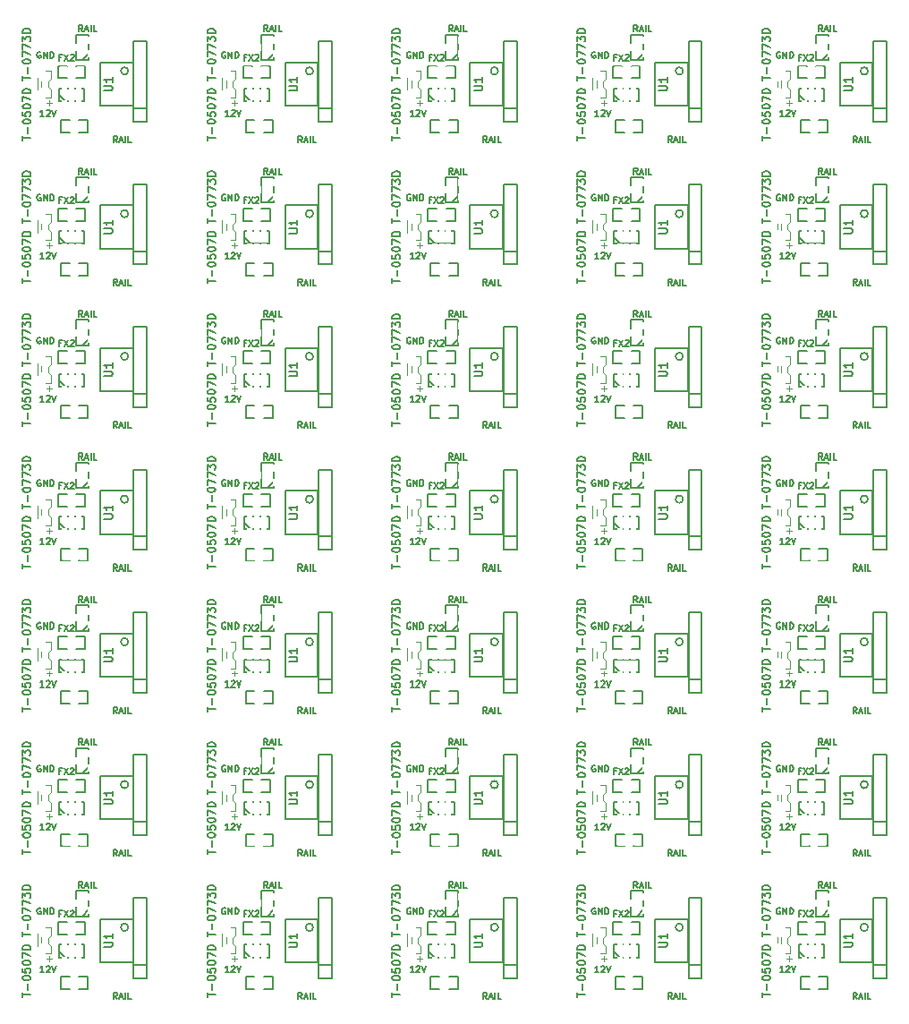
<source format=gto>
%TF.GenerationSoftware,KiCad,Pcbnew,(5.1.6)-1*%
%TF.CreationDate,2020-09-22T23:21:27+09:00*%
%TF.ProjectId,funcdecoder_tomix_pcb_0773_0507_rev0_panelize_94_5mm_92_5mm,66756e63-6465-4636-9f64-65725f746f6d,rev?*%
%TF.SameCoordinates,PX66ff300PY337f980*%
%TF.FileFunction,Legend,Top*%
%TF.FilePolarity,Positive*%
%FSLAX46Y46*%
G04 Gerber Fmt 4.6, Leading zero omitted, Abs format (unit mm)*
G04 Created by KiCad (PCBNEW (5.1.6)-1) date 2020-09-22 23:21:27*
%MOMM*%
%LPD*%
G01*
G04 APERTURE LIST*
%ADD10C,0.150000*%
%ADD11C,0.140000*%
%ADD12C,0.120000*%
%ADD13C,0.180000*%
%ADD14C,0.200000*%
%ADD15R,0.400000X0.600000*%
%ADD16R,0.850000X1.400000*%
%ADD17R,1.100000X1.100000*%
%ADD18R,0.900000X1.300000*%
%ADD19R,1.050000X1.050000*%
%ADD20R,0.800000X1.000000*%
%ADD21R,0.900000X0.700000*%
%ADD22R,1.300000X1.300000*%
%ADD23R,0.500000X0.900000*%
%ADD24C,0.100000*%
%ADD25R,0.500000X1.800000*%
G04 APERTURE END LIST*
D10*
X76589285Y-92071428D02*
X76589285Y-91642857D01*
X77339285Y-91857142D02*
X76589285Y-91857142D01*
X77053571Y-91392857D02*
X77053571Y-90821428D01*
X76589285Y-90321428D02*
X76589285Y-90250000D01*
X76625000Y-90178571D01*
X76660714Y-90142857D01*
X76732142Y-90107142D01*
X76875000Y-90071428D01*
X77053571Y-90071428D01*
X77196428Y-90107142D01*
X77267857Y-90142857D01*
X77303571Y-90178571D01*
X77339285Y-90250000D01*
X77339285Y-90321428D01*
X77303571Y-90392857D01*
X77267857Y-90428571D01*
X77196428Y-90464285D01*
X77053571Y-90500000D01*
X76875000Y-90500000D01*
X76732142Y-90464285D01*
X76660714Y-90428571D01*
X76625000Y-90392857D01*
X76589285Y-90321428D01*
X76589285Y-89392857D02*
X76589285Y-89750000D01*
X76946428Y-89785714D01*
X76910714Y-89750000D01*
X76875000Y-89678571D01*
X76875000Y-89500000D01*
X76910714Y-89428571D01*
X76946428Y-89392857D01*
X77017857Y-89357142D01*
X77196428Y-89357142D01*
X77267857Y-89392857D01*
X77303571Y-89428571D01*
X77339285Y-89500000D01*
X77339285Y-89678571D01*
X77303571Y-89750000D01*
X77267857Y-89785714D01*
X76589285Y-88892857D02*
X76589285Y-88821428D01*
X76625000Y-88750000D01*
X76660714Y-88714285D01*
X76732142Y-88678571D01*
X76875000Y-88642857D01*
X77053571Y-88642857D01*
X77196428Y-88678571D01*
X77267857Y-88714285D01*
X77303571Y-88750000D01*
X77339285Y-88821428D01*
X77339285Y-88892857D01*
X77303571Y-88964285D01*
X77267857Y-89000000D01*
X77196428Y-89035714D01*
X77053571Y-89071428D01*
X76875000Y-89071428D01*
X76732142Y-89035714D01*
X76660714Y-89000000D01*
X76625000Y-88964285D01*
X76589285Y-88892857D01*
X76589285Y-88392857D02*
X76589285Y-87892857D01*
X77339285Y-88214285D01*
X77339285Y-87607142D02*
X76589285Y-87607142D01*
X76589285Y-87428571D01*
X76625000Y-87321428D01*
X76696428Y-87250000D01*
X76767857Y-87214285D01*
X76910714Y-87178571D01*
X77017857Y-87178571D01*
X77160714Y-87214285D01*
X77232142Y-87250000D01*
X77303571Y-87321428D01*
X77339285Y-87428571D01*
X77339285Y-87607142D01*
X76589285Y-86392857D02*
X76589285Y-85964285D01*
X77339285Y-86178571D02*
X76589285Y-86178571D01*
X77053571Y-85714285D02*
X77053571Y-85142857D01*
X76589285Y-84642857D02*
X76589285Y-84571428D01*
X76625000Y-84500000D01*
X76660714Y-84464285D01*
X76732142Y-84428571D01*
X76875000Y-84392857D01*
X77053571Y-84392857D01*
X77196428Y-84428571D01*
X77267857Y-84464285D01*
X77303571Y-84500000D01*
X77339285Y-84571428D01*
X77339285Y-84642857D01*
X77303571Y-84714285D01*
X77267857Y-84750000D01*
X77196428Y-84785714D01*
X77053571Y-84821428D01*
X76875000Y-84821428D01*
X76732142Y-84785714D01*
X76660714Y-84750000D01*
X76625000Y-84714285D01*
X76589285Y-84642857D01*
X76589285Y-84142857D02*
X76589285Y-83642857D01*
X77339285Y-83964285D01*
X76589285Y-83428571D02*
X76589285Y-82928571D01*
X77339285Y-83250000D01*
X76589285Y-82714285D02*
X76589285Y-82250000D01*
X76875000Y-82500000D01*
X76875000Y-82392857D01*
X76910714Y-82321428D01*
X76946428Y-82285714D01*
X77017857Y-82250000D01*
X77196428Y-82250000D01*
X77267857Y-82285714D01*
X77303571Y-82321428D01*
X77339285Y-82392857D01*
X77339285Y-82607142D01*
X77303571Y-82678571D01*
X77267857Y-82714285D01*
X77339285Y-81928571D02*
X76589285Y-81928571D01*
X76589285Y-81750000D01*
X76625000Y-81642857D01*
X76696428Y-81571428D01*
X76767857Y-81535714D01*
X76910714Y-81500000D01*
X77017857Y-81500000D01*
X77160714Y-81535714D01*
X77232142Y-81571428D01*
X77303571Y-81642857D01*
X77339285Y-81750000D01*
X77339285Y-81928571D01*
X59089285Y-92071428D02*
X59089285Y-91642857D01*
X59839285Y-91857142D02*
X59089285Y-91857142D01*
X59553571Y-91392857D02*
X59553571Y-90821428D01*
X59089285Y-90321428D02*
X59089285Y-90250000D01*
X59125000Y-90178571D01*
X59160714Y-90142857D01*
X59232142Y-90107142D01*
X59375000Y-90071428D01*
X59553571Y-90071428D01*
X59696428Y-90107142D01*
X59767857Y-90142857D01*
X59803571Y-90178571D01*
X59839285Y-90250000D01*
X59839285Y-90321428D01*
X59803571Y-90392857D01*
X59767857Y-90428571D01*
X59696428Y-90464285D01*
X59553571Y-90500000D01*
X59375000Y-90500000D01*
X59232142Y-90464285D01*
X59160714Y-90428571D01*
X59125000Y-90392857D01*
X59089285Y-90321428D01*
X59089285Y-89392857D02*
X59089285Y-89750000D01*
X59446428Y-89785714D01*
X59410714Y-89750000D01*
X59375000Y-89678571D01*
X59375000Y-89500000D01*
X59410714Y-89428571D01*
X59446428Y-89392857D01*
X59517857Y-89357142D01*
X59696428Y-89357142D01*
X59767857Y-89392857D01*
X59803571Y-89428571D01*
X59839285Y-89500000D01*
X59839285Y-89678571D01*
X59803571Y-89750000D01*
X59767857Y-89785714D01*
X59089285Y-88892857D02*
X59089285Y-88821428D01*
X59125000Y-88750000D01*
X59160714Y-88714285D01*
X59232142Y-88678571D01*
X59375000Y-88642857D01*
X59553571Y-88642857D01*
X59696428Y-88678571D01*
X59767857Y-88714285D01*
X59803571Y-88750000D01*
X59839285Y-88821428D01*
X59839285Y-88892857D01*
X59803571Y-88964285D01*
X59767857Y-89000000D01*
X59696428Y-89035714D01*
X59553571Y-89071428D01*
X59375000Y-89071428D01*
X59232142Y-89035714D01*
X59160714Y-89000000D01*
X59125000Y-88964285D01*
X59089285Y-88892857D01*
X59089285Y-88392857D02*
X59089285Y-87892857D01*
X59839285Y-88214285D01*
X59839285Y-87607142D02*
X59089285Y-87607142D01*
X59089285Y-87428571D01*
X59125000Y-87321428D01*
X59196428Y-87250000D01*
X59267857Y-87214285D01*
X59410714Y-87178571D01*
X59517857Y-87178571D01*
X59660714Y-87214285D01*
X59732142Y-87250000D01*
X59803571Y-87321428D01*
X59839285Y-87428571D01*
X59839285Y-87607142D01*
X59089285Y-86392857D02*
X59089285Y-85964285D01*
X59839285Y-86178571D02*
X59089285Y-86178571D01*
X59553571Y-85714285D02*
X59553571Y-85142857D01*
X59089285Y-84642857D02*
X59089285Y-84571428D01*
X59125000Y-84500000D01*
X59160714Y-84464285D01*
X59232142Y-84428571D01*
X59375000Y-84392857D01*
X59553571Y-84392857D01*
X59696428Y-84428571D01*
X59767857Y-84464285D01*
X59803571Y-84500000D01*
X59839285Y-84571428D01*
X59839285Y-84642857D01*
X59803571Y-84714285D01*
X59767857Y-84750000D01*
X59696428Y-84785714D01*
X59553571Y-84821428D01*
X59375000Y-84821428D01*
X59232142Y-84785714D01*
X59160714Y-84750000D01*
X59125000Y-84714285D01*
X59089285Y-84642857D01*
X59089285Y-84142857D02*
X59089285Y-83642857D01*
X59839285Y-83964285D01*
X59089285Y-83428571D02*
X59089285Y-82928571D01*
X59839285Y-83250000D01*
X59089285Y-82714285D02*
X59089285Y-82250000D01*
X59375000Y-82500000D01*
X59375000Y-82392857D01*
X59410714Y-82321428D01*
X59446428Y-82285714D01*
X59517857Y-82250000D01*
X59696428Y-82250000D01*
X59767857Y-82285714D01*
X59803571Y-82321428D01*
X59839285Y-82392857D01*
X59839285Y-82607142D01*
X59803571Y-82678571D01*
X59767857Y-82714285D01*
X59839285Y-81928571D02*
X59089285Y-81928571D01*
X59089285Y-81750000D01*
X59125000Y-81642857D01*
X59196428Y-81571428D01*
X59267857Y-81535714D01*
X59410714Y-81500000D01*
X59517857Y-81500000D01*
X59660714Y-81535714D01*
X59732142Y-81571428D01*
X59803571Y-81642857D01*
X59839285Y-81750000D01*
X59839285Y-81928571D01*
X41589285Y-92071428D02*
X41589285Y-91642857D01*
X42339285Y-91857142D02*
X41589285Y-91857142D01*
X42053571Y-91392857D02*
X42053571Y-90821428D01*
X41589285Y-90321428D02*
X41589285Y-90250000D01*
X41625000Y-90178571D01*
X41660714Y-90142857D01*
X41732142Y-90107142D01*
X41875000Y-90071428D01*
X42053571Y-90071428D01*
X42196428Y-90107142D01*
X42267857Y-90142857D01*
X42303571Y-90178571D01*
X42339285Y-90250000D01*
X42339285Y-90321428D01*
X42303571Y-90392857D01*
X42267857Y-90428571D01*
X42196428Y-90464285D01*
X42053571Y-90500000D01*
X41875000Y-90500000D01*
X41732142Y-90464285D01*
X41660714Y-90428571D01*
X41625000Y-90392857D01*
X41589285Y-90321428D01*
X41589285Y-89392857D02*
X41589285Y-89750000D01*
X41946428Y-89785714D01*
X41910714Y-89750000D01*
X41875000Y-89678571D01*
X41875000Y-89500000D01*
X41910714Y-89428571D01*
X41946428Y-89392857D01*
X42017857Y-89357142D01*
X42196428Y-89357142D01*
X42267857Y-89392857D01*
X42303571Y-89428571D01*
X42339285Y-89500000D01*
X42339285Y-89678571D01*
X42303571Y-89750000D01*
X42267857Y-89785714D01*
X41589285Y-88892857D02*
X41589285Y-88821428D01*
X41625000Y-88750000D01*
X41660714Y-88714285D01*
X41732142Y-88678571D01*
X41875000Y-88642857D01*
X42053571Y-88642857D01*
X42196428Y-88678571D01*
X42267857Y-88714285D01*
X42303571Y-88750000D01*
X42339285Y-88821428D01*
X42339285Y-88892857D01*
X42303571Y-88964285D01*
X42267857Y-89000000D01*
X42196428Y-89035714D01*
X42053571Y-89071428D01*
X41875000Y-89071428D01*
X41732142Y-89035714D01*
X41660714Y-89000000D01*
X41625000Y-88964285D01*
X41589285Y-88892857D01*
X41589285Y-88392857D02*
X41589285Y-87892857D01*
X42339285Y-88214285D01*
X42339285Y-87607142D02*
X41589285Y-87607142D01*
X41589285Y-87428571D01*
X41625000Y-87321428D01*
X41696428Y-87250000D01*
X41767857Y-87214285D01*
X41910714Y-87178571D01*
X42017857Y-87178571D01*
X42160714Y-87214285D01*
X42232142Y-87250000D01*
X42303571Y-87321428D01*
X42339285Y-87428571D01*
X42339285Y-87607142D01*
X41589285Y-86392857D02*
X41589285Y-85964285D01*
X42339285Y-86178571D02*
X41589285Y-86178571D01*
X42053571Y-85714285D02*
X42053571Y-85142857D01*
X41589285Y-84642857D02*
X41589285Y-84571428D01*
X41625000Y-84500000D01*
X41660714Y-84464285D01*
X41732142Y-84428571D01*
X41875000Y-84392857D01*
X42053571Y-84392857D01*
X42196428Y-84428571D01*
X42267857Y-84464285D01*
X42303571Y-84500000D01*
X42339285Y-84571428D01*
X42339285Y-84642857D01*
X42303571Y-84714285D01*
X42267857Y-84750000D01*
X42196428Y-84785714D01*
X42053571Y-84821428D01*
X41875000Y-84821428D01*
X41732142Y-84785714D01*
X41660714Y-84750000D01*
X41625000Y-84714285D01*
X41589285Y-84642857D01*
X41589285Y-84142857D02*
X41589285Y-83642857D01*
X42339285Y-83964285D01*
X41589285Y-83428571D02*
X41589285Y-82928571D01*
X42339285Y-83250000D01*
X41589285Y-82714285D02*
X41589285Y-82250000D01*
X41875000Y-82500000D01*
X41875000Y-82392857D01*
X41910714Y-82321428D01*
X41946428Y-82285714D01*
X42017857Y-82250000D01*
X42196428Y-82250000D01*
X42267857Y-82285714D01*
X42303571Y-82321428D01*
X42339285Y-82392857D01*
X42339285Y-82607142D01*
X42303571Y-82678571D01*
X42267857Y-82714285D01*
X42339285Y-81928571D02*
X41589285Y-81928571D01*
X41589285Y-81750000D01*
X41625000Y-81642857D01*
X41696428Y-81571428D01*
X41767857Y-81535714D01*
X41910714Y-81500000D01*
X42017857Y-81500000D01*
X42160714Y-81535714D01*
X42232142Y-81571428D01*
X42303571Y-81642857D01*
X42339285Y-81750000D01*
X42339285Y-81928571D01*
X24089285Y-92071428D02*
X24089285Y-91642857D01*
X24839285Y-91857142D02*
X24089285Y-91857142D01*
X24553571Y-91392857D02*
X24553571Y-90821428D01*
X24089285Y-90321428D02*
X24089285Y-90250000D01*
X24125000Y-90178571D01*
X24160714Y-90142857D01*
X24232142Y-90107142D01*
X24375000Y-90071428D01*
X24553571Y-90071428D01*
X24696428Y-90107142D01*
X24767857Y-90142857D01*
X24803571Y-90178571D01*
X24839285Y-90250000D01*
X24839285Y-90321428D01*
X24803571Y-90392857D01*
X24767857Y-90428571D01*
X24696428Y-90464285D01*
X24553571Y-90500000D01*
X24375000Y-90500000D01*
X24232142Y-90464285D01*
X24160714Y-90428571D01*
X24125000Y-90392857D01*
X24089285Y-90321428D01*
X24089285Y-89392857D02*
X24089285Y-89750000D01*
X24446428Y-89785714D01*
X24410714Y-89750000D01*
X24375000Y-89678571D01*
X24375000Y-89500000D01*
X24410714Y-89428571D01*
X24446428Y-89392857D01*
X24517857Y-89357142D01*
X24696428Y-89357142D01*
X24767857Y-89392857D01*
X24803571Y-89428571D01*
X24839285Y-89500000D01*
X24839285Y-89678571D01*
X24803571Y-89750000D01*
X24767857Y-89785714D01*
X24089285Y-88892857D02*
X24089285Y-88821428D01*
X24125000Y-88750000D01*
X24160714Y-88714285D01*
X24232142Y-88678571D01*
X24375000Y-88642857D01*
X24553571Y-88642857D01*
X24696428Y-88678571D01*
X24767857Y-88714285D01*
X24803571Y-88750000D01*
X24839285Y-88821428D01*
X24839285Y-88892857D01*
X24803571Y-88964285D01*
X24767857Y-89000000D01*
X24696428Y-89035714D01*
X24553571Y-89071428D01*
X24375000Y-89071428D01*
X24232142Y-89035714D01*
X24160714Y-89000000D01*
X24125000Y-88964285D01*
X24089285Y-88892857D01*
X24089285Y-88392857D02*
X24089285Y-87892857D01*
X24839285Y-88214285D01*
X24839285Y-87607142D02*
X24089285Y-87607142D01*
X24089285Y-87428571D01*
X24125000Y-87321428D01*
X24196428Y-87250000D01*
X24267857Y-87214285D01*
X24410714Y-87178571D01*
X24517857Y-87178571D01*
X24660714Y-87214285D01*
X24732142Y-87250000D01*
X24803571Y-87321428D01*
X24839285Y-87428571D01*
X24839285Y-87607142D01*
X24089285Y-86392857D02*
X24089285Y-85964285D01*
X24839285Y-86178571D02*
X24089285Y-86178571D01*
X24553571Y-85714285D02*
X24553571Y-85142857D01*
X24089285Y-84642857D02*
X24089285Y-84571428D01*
X24125000Y-84500000D01*
X24160714Y-84464285D01*
X24232142Y-84428571D01*
X24375000Y-84392857D01*
X24553571Y-84392857D01*
X24696428Y-84428571D01*
X24767857Y-84464285D01*
X24803571Y-84500000D01*
X24839285Y-84571428D01*
X24839285Y-84642857D01*
X24803571Y-84714285D01*
X24767857Y-84750000D01*
X24696428Y-84785714D01*
X24553571Y-84821428D01*
X24375000Y-84821428D01*
X24232142Y-84785714D01*
X24160714Y-84750000D01*
X24125000Y-84714285D01*
X24089285Y-84642857D01*
X24089285Y-84142857D02*
X24089285Y-83642857D01*
X24839285Y-83964285D01*
X24089285Y-83428571D02*
X24089285Y-82928571D01*
X24839285Y-83250000D01*
X24089285Y-82714285D02*
X24089285Y-82250000D01*
X24375000Y-82500000D01*
X24375000Y-82392857D01*
X24410714Y-82321428D01*
X24446428Y-82285714D01*
X24517857Y-82250000D01*
X24696428Y-82250000D01*
X24767857Y-82285714D01*
X24803571Y-82321428D01*
X24839285Y-82392857D01*
X24839285Y-82607142D01*
X24803571Y-82678571D01*
X24767857Y-82714285D01*
X24839285Y-81928571D02*
X24089285Y-81928571D01*
X24089285Y-81750000D01*
X24125000Y-81642857D01*
X24196428Y-81571428D01*
X24267857Y-81535714D01*
X24410714Y-81500000D01*
X24517857Y-81500000D01*
X24660714Y-81535714D01*
X24732142Y-81571428D01*
X24803571Y-81642857D01*
X24839285Y-81750000D01*
X24839285Y-81928571D01*
X6589285Y-92071428D02*
X6589285Y-91642857D01*
X7339285Y-91857142D02*
X6589285Y-91857142D01*
X7053571Y-91392857D02*
X7053571Y-90821428D01*
X6589285Y-90321428D02*
X6589285Y-90250000D01*
X6625000Y-90178571D01*
X6660714Y-90142857D01*
X6732142Y-90107142D01*
X6875000Y-90071428D01*
X7053571Y-90071428D01*
X7196428Y-90107142D01*
X7267857Y-90142857D01*
X7303571Y-90178571D01*
X7339285Y-90250000D01*
X7339285Y-90321428D01*
X7303571Y-90392857D01*
X7267857Y-90428571D01*
X7196428Y-90464285D01*
X7053571Y-90500000D01*
X6875000Y-90500000D01*
X6732142Y-90464285D01*
X6660714Y-90428571D01*
X6625000Y-90392857D01*
X6589285Y-90321428D01*
X6589285Y-89392857D02*
X6589285Y-89750000D01*
X6946428Y-89785714D01*
X6910714Y-89750000D01*
X6875000Y-89678571D01*
X6875000Y-89500000D01*
X6910714Y-89428571D01*
X6946428Y-89392857D01*
X7017857Y-89357142D01*
X7196428Y-89357142D01*
X7267857Y-89392857D01*
X7303571Y-89428571D01*
X7339285Y-89500000D01*
X7339285Y-89678571D01*
X7303571Y-89750000D01*
X7267857Y-89785714D01*
X6589285Y-88892857D02*
X6589285Y-88821428D01*
X6625000Y-88750000D01*
X6660714Y-88714285D01*
X6732142Y-88678571D01*
X6875000Y-88642857D01*
X7053571Y-88642857D01*
X7196428Y-88678571D01*
X7267857Y-88714285D01*
X7303571Y-88750000D01*
X7339285Y-88821428D01*
X7339285Y-88892857D01*
X7303571Y-88964285D01*
X7267857Y-89000000D01*
X7196428Y-89035714D01*
X7053571Y-89071428D01*
X6875000Y-89071428D01*
X6732142Y-89035714D01*
X6660714Y-89000000D01*
X6625000Y-88964285D01*
X6589285Y-88892857D01*
X6589285Y-88392857D02*
X6589285Y-87892857D01*
X7339285Y-88214285D01*
X7339285Y-87607142D02*
X6589285Y-87607142D01*
X6589285Y-87428571D01*
X6625000Y-87321428D01*
X6696428Y-87250000D01*
X6767857Y-87214285D01*
X6910714Y-87178571D01*
X7017857Y-87178571D01*
X7160714Y-87214285D01*
X7232142Y-87250000D01*
X7303571Y-87321428D01*
X7339285Y-87428571D01*
X7339285Y-87607142D01*
X6589285Y-86392857D02*
X6589285Y-85964285D01*
X7339285Y-86178571D02*
X6589285Y-86178571D01*
X7053571Y-85714285D02*
X7053571Y-85142857D01*
X6589285Y-84642857D02*
X6589285Y-84571428D01*
X6625000Y-84500000D01*
X6660714Y-84464285D01*
X6732142Y-84428571D01*
X6875000Y-84392857D01*
X7053571Y-84392857D01*
X7196428Y-84428571D01*
X7267857Y-84464285D01*
X7303571Y-84500000D01*
X7339285Y-84571428D01*
X7339285Y-84642857D01*
X7303571Y-84714285D01*
X7267857Y-84750000D01*
X7196428Y-84785714D01*
X7053571Y-84821428D01*
X6875000Y-84821428D01*
X6732142Y-84785714D01*
X6660714Y-84750000D01*
X6625000Y-84714285D01*
X6589285Y-84642857D01*
X6589285Y-84142857D02*
X6589285Y-83642857D01*
X7339285Y-83964285D01*
X6589285Y-83428571D02*
X6589285Y-82928571D01*
X7339285Y-83250000D01*
X6589285Y-82714285D02*
X6589285Y-82250000D01*
X6875000Y-82500000D01*
X6875000Y-82392857D01*
X6910714Y-82321428D01*
X6946428Y-82285714D01*
X7017857Y-82250000D01*
X7196428Y-82250000D01*
X7267857Y-82285714D01*
X7303571Y-82321428D01*
X7339285Y-82392857D01*
X7339285Y-82607142D01*
X7303571Y-82678571D01*
X7267857Y-82714285D01*
X7339285Y-81928571D02*
X6589285Y-81928571D01*
X6589285Y-81750000D01*
X6625000Y-81642857D01*
X6696428Y-81571428D01*
X6767857Y-81535714D01*
X6910714Y-81500000D01*
X7017857Y-81500000D01*
X7160714Y-81535714D01*
X7232142Y-81571428D01*
X7303571Y-81642857D01*
X7339285Y-81750000D01*
X7339285Y-81928571D01*
X76589285Y-78571428D02*
X76589285Y-78142857D01*
X77339285Y-78357142D02*
X76589285Y-78357142D01*
X77053571Y-77892857D02*
X77053571Y-77321428D01*
X76589285Y-76821428D02*
X76589285Y-76750000D01*
X76625000Y-76678571D01*
X76660714Y-76642857D01*
X76732142Y-76607142D01*
X76875000Y-76571428D01*
X77053571Y-76571428D01*
X77196428Y-76607142D01*
X77267857Y-76642857D01*
X77303571Y-76678571D01*
X77339285Y-76750000D01*
X77339285Y-76821428D01*
X77303571Y-76892857D01*
X77267857Y-76928571D01*
X77196428Y-76964285D01*
X77053571Y-77000000D01*
X76875000Y-77000000D01*
X76732142Y-76964285D01*
X76660714Y-76928571D01*
X76625000Y-76892857D01*
X76589285Y-76821428D01*
X76589285Y-75892857D02*
X76589285Y-76250000D01*
X76946428Y-76285714D01*
X76910714Y-76250000D01*
X76875000Y-76178571D01*
X76875000Y-76000000D01*
X76910714Y-75928571D01*
X76946428Y-75892857D01*
X77017857Y-75857142D01*
X77196428Y-75857142D01*
X77267857Y-75892857D01*
X77303571Y-75928571D01*
X77339285Y-76000000D01*
X77339285Y-76178571D01*
X77303571Y-76250000D01*
X77267857Y-76285714D01*
X76589285Y-75392857D02*
X76589285Y-75321428D01*
X76625000Y-75250000D01*
X76660714Y-75214285D01*
X76732142Y-75178571D01*
X76875000Y-75142857D01*
X77053571Y-75142857D01*
X77196428Y-75178571D01*
X77267857Y-75214285D01*
X77303571Y-75250000D01*
X77339285Y-75321428D01*
X77339285Y-75392857D01*
X77303571Y-75464285D01*
X77267857Y-75500000D01*
X77196428Y-75535714D01*
X77053571Y-75571428D01*
X76875000Y-75571428D01*
X76732142Y-75535714D01*
X76660714Y-75500000D01*
X76625000Y-75464285D01*
X76589285Y-75392857D01*
X76589285Y-74892857D02*
X76589285Y-74392857D01*
X77339285Y-74714285D01*
X77339285Y-74107142D02*
X76589285Y-74107142D01*
X76589285Y-73928571D01*
X76625000Y-73821428D01*
X76696428Y-73750000D01*
X76767857Y-73714285D01*
X76910714Y-73678571D01*
X77017857Y-73678571D01*
X77160714Y-73714285D01*
X77232142Y-73750000D01*
X77303571Y-73821428D01*
X77339285Y-73928571D01*
X77339285Y-74107142D01*
X76589285Y-72892857D02*
X76589285Y-72464285D01*
X77339285Y-72678571D02*
X76589285Y-72678571D01*
X77053571Y-72214285D02*
X77053571Y-71642857D01*
X76589285Y-71142857D02*
X76589285Y-71071428D01*
X76625000Y-71000000D01*
X76660714Y-70964285D01*
X76732142Y-70928571D01*
X76875000Y-70892857D01*
X77053571Y-70892857D01*
X77196428Y-70928571D01*
X77267857Y-70964285D01*
X77303571Y-71000000D01*
X77339285Y-71071428D01*
X77339285Y-71142857D01*
X77303571Y-71214285D01*
X77267857Y-71250000D01*
X77196428Y-71285714D01*
X77053571Y-71321428D01*
X76875000Y-71321428D01*
X76732142Y-71285714D01*
X76660714Y-71250000D01*
X76625000Y-71214285D01*
X76589285Y-71142857D01*
X76589285Y-70642857D02*
X76589285Y-70142857D01*
X77339285Y-70464285D01*
X76589285Y-69928571D02*
X76589285Y-69428571D01*
X77339285Y-69750000D01*
X76589285Y-69214285D02*
X76589285Y-68750000D01*
X76875000Y-69000000D01*
X76875000Y-68892857D01*
X76910714Y-68821428D01*
X76946428Y-68785714D01*
X77017857Y-68750000D01*
X77196428Y-68750000D01*
X77267857Y-68785714D01*
X77303571Y-68821428D01*
X77339285Y-68892857D01*
X77339285Y-69107142D01*
X77303571Y-69178571D01*
X77267857Y-69214285D01*
X77339285Y-68428571D02*
X76589285Y-68428571D01*
X76589285Y-68250000D01*
X76625000Y-68142857D01*
X76696428Y-68071428D01*
X76767857Y-68035714D01*
X76910714Y-68000000D01*
X77017857Y-68000000D01*
X77160714Y-68035714D01*
X77232142Y-68071428D01*
X77303571Y-68142857D01*
X77339285Y-68250000D01*
X77339285Y-68428571D01*
X59089285Y-78571428D02*
X59089285Y-78142857D01*
X59839285Y-78357142D02*
X59089285Y-78357142D01*
X59553571Y-77892857D02*
X59553571Y-77321428D01*
X59089285Y-76821428D02*
X59089285Y-76750000D01*
X59125000Y-76678571D01*
X59160714Y-76642857D01*
X59232142Y-76607142D01*
X59375000Y-76571428D01*
X59553571Y-76571428D01*
X59696428Y-76607142D01*
X59767857Y-76642857D01*
X59803571Y-76678571D01*
X59839285Y-76750000D01*
X59839285Y-76821428D01*
X59803571Y-76892857D01*
X59767857Y-76928571D01*
X59696428Y-76964285D01*
X59553571Y-77000000D01*
X59375000Y-77000000D01*
X59232142Y-76964285D01*
X59160714Y-76928571D01*
X59125000Y-76892857D01*
X59089285Y-76821428D01*
X59089285Y-75892857D02*
X59089285Y-76250000D01*
X59446428Y-76285714D01*
X59410714Y-76250000D01*
X59375000Y-76178571D01*
X59375000Y-76000000D01*
X59410714Y-75928571D01*
X59446428Y-75892857D01*
X59517857Y-75857142D01*
X59696428Y-75857142D01*
X59767857Y-75892857D01*
X59803571Y-75928571D01*
X59839285Y-76000000D01*
X59839285Y-76178571D01*
X59803571Y-76250000D01*
X59767857Y-76285714D01*
X59089285Y-75392857D02*
X59089285Y-75321428D01*
X59125000Y-75250000D01*
X59160714Y-75214285D01*
X59232142Y-75178571D01*
X59375000Y-75142857D01*
X59553571Y-75142857D01*
X59696428Y-75178571D01*
X59767857Y-75214285D01*
X59803571Y-75250000D01*
X59839285Y-75321428D01*
X59839285Y-75392857D01*
X59803571Y-75464285D01*
X59767857Y-75500000D01*
X59696428Y-75535714D01*
X59553571Y-75571428D01*
X59375000Y-75571428D01*
X59232142Y-75535714D01*
X59160714Y-75500000D01*
X59125000Y-75464285D01*
X59089285Y-75392857D01*
X59089285Y-74892857D02*
X59089285Y-74392857D01*
X59839285Y-74714285D01*
X59839285Y-74107142D02*
X59089285Y-74107142D01*
X59089285Y-73928571D01*
X59125000Y-73821428D01*
X59196428Y-73750000D01*
X59267857Y-73714285D01*
X59410714Y-73678571D01*
X59517857Y-73678571D01*
X59660714Y-73714285D01*
X59732142Y-73750000D01*
X59803571Y-73821428D01*
X59839285Y-73928571D01*
X59839285Y-74107142D01*
X59089285Y-72892857D02*
X59089285Y-72464285D01*
X59839285Y-72678571D02*
X59089285Y-72678571D01*
X59553571Y-72214285D02*
X59553571Y-71642857D01*
X59089285Y-71142857D02*
X59089285Y-71071428D01*
X59125000Y-71000000D01*
X59160714Y-70964285D01*
X59232142Y-70928571D01*
X59375000Y-70892857D01*
X59553571Y-70892857D01*
X59696428Y-70928571D01*
X59767857Y-70964285D01*
X59803571Y-71000000D01*
X59839285Y-71071428D01*
X59839285Y-71142857D01*
X59803571Y-71214285D01*
X59767857Y-71250000D01*
X59696428Y-71285714D01*
X59553571Y-71321428D01*
X59375000Y-71321428D01*
X59232142Y-71285714D01*
X59160714Y-71250000D01*
X59125000Y-71214285D01*
X59089285Y-71142857D01*
X59089285Y-70642857D02*
X59089285Y-70142857D01*
X59839285Y-70464285D01*
X59089285Y-69928571D02*
X59089285Y-69428571D01*
X59839285Y-69750000D01*
X59089285Y-69214285D02*
X59089285Y-68750000D01*
X59375000Y-69000000D01*
X59375000Y-68892857D01*
X59410714Y-68821428D01*
X59446428Y-68785714D01*
X59517857Y-68750000D01*
X59696428Y-68750000D01*
X59767857Y-68785714D01*
X59803571Y-68821428D01*
X59839285Y-68892857D01*
X59839285Y-69107142D01*
X59803571Y-69178571D01*
X59767857Y-69214285D01*
X59839285Y-68428571D02*
X59089285Y-68428571D01*
X59089285Y-68250000D01*
X59125000Y-68142857D01*
X59196428Y-68071428D01*
X59267857Y-68035714D01*
X59410714Y-68000000D01*
X59517857Y-68000000D01*
X59660714Y-68035714D01*
X59732142Y-68071428D01*
X59803571Y-68142857D01*
X59839285Y-68250000D01*
X59839285Y-68428571D01*
X41589285Y-78571428D02*
X41589285Y-78142857D01*
X42339285Y-78357142D02*
X41589285Y-78357142D01*
X42053571Y-77892857D02*
X42053571Y-77321428D01*
X41589285Y-76821428D02*
X41589285Y-76750000D01*
X41625000Y-76678571D01*
X41660714Y-76642857D01*
X41732142Y-76607142D01*
X41875000Y-76571428D01*
X42053571Y-76571428D01*
X42196428Y-76607142D01*
X42267857Y-76642857D01*
X42303571Y-76678571D01*
X42339285Y-76750000D01*
X42339285Y-76821428D01*
X42303571Y-76892857D01*
X42267857Y-76928571D01*
X42196428Y-76964285D01*
X42053571Y-77000000D01*
X41875000Y-77000000D01*
X41732142Y-76964285D01*
X41660714Y-76928571D01*
X41625000Y-76892857D01*
X41589285Y-76821428D01*
X41589285Y-75892857D02*
X41589285Y-76250000D01*
X41946428Y-76285714D01*
X41910714Y-76250000D01*
X41875000Y-76178571D01*
X41875000Y-76000000D01*
X41910714Y-75928571D01*
X41946428Y-75892857D01*
X42017857Y-75857142D01*
X42196428Y-75857142D01*
X42267857Y-75892857D01*
X42303571Y-75928571D01*
X42339285Y-76000000D01*
X42339285Y-76178571D01*
X42303571Y-76250000D01*
X42267857Y-76285714D01*
X41589285Y-75392857D02*
X41589285Y-75321428D01*
X41625000Y-75250000D01*
X41660714Y-75214285D01*
X41732142Y-75178571D01*
X41875000Y-75142857D01*
X42053571Y-75142857D01*
X42196428Y-75178571D01*
X42267857Y-75214285D01*
X42303571Y-75250000D01*
X42339285Y-75321428D01*
X42339285Y-75392857D01*
X42303571Y-75464285D01*
X42267857Y-75500000D01*
X42196428Y-75535714D01*
X42053571Y-75571428D01*
X41875000Y-75571428D01*
X41732142Y-75535714D01*
X41660714Y-75500000D01*
X41625000Y-75464285D01*
X41589285Y-75392857D01*
X41589285Y-74892857D02*
X41589285Y-74392857D01*
X42339285Y-74714285D01*
X42339285Y-74107142D02*
X41589285Y-74107142D01*
X41589285Y-73928571D01*
X41625000Y-73821428D01*
X41696428Y-73750000D01*
X41767857Y-73714285D01*
X41910714Y-73678571D01*
X42017857Y-73678571D01*
X42160714Y-73714285D01*
X42232142Y-73750000D01*
X42303571Y-73821428D01*
X42339285Y-73928571D01*
X42339285Y-74107142D01*
X41589285Y-72892857D02*
X41589285Y-72464285D01*
X42339285Y-72678571D02*
X41589285Y-72678571D01*
X42053571Y-72214285D02*
X42053571Y-71642857D01*
X41589285Y-71142857D02*
X41589285Y-71071428D01*
X41625000Y-71000000D01*
X41660714Y-70964285D01*
X41732142Y-70928571D01*
X41875000Y-70892857D01*
X42053571Y-70892857D01*
X42196428Y-70928571D01*
X42267857Y-70964285D01*
X42303571Y-71000000D01*
X42339285Y-71071428D01*
X42339285Y-71142857D01*
X42303571Y-71214285D01*
X42267857Y-71250000D01*
X42196428Y-71285714D01*
X42053571Y-71321428D01*
X41875000Y-71321428D01*
X41732142Y-71285714D01*
X41660714Y-71250000D01*
X41625000Y-71214285D01*
X41589285Y-71142857D01*
X41589285Y-70642857D02*
X41589285Y-70142857D01*
X42339285Y-70464285D01*
X41589285Y-69928571D02*
X41589285Y-69428571D01*
X42339285Y-69750000D01*
X41589285Y-69214285D02*
X41589285Y-68750000D01*
X41875000Y-69000000D01*
X41875000Y-68892857D01*
X41910714Y-68821428D01*
X41946428Y-68785714D01*
X42017857Y-68750000D01*
X42196428Y-68750000D01*
X42267857Y-68785714D01*
X42303571Y-68821428D01*
X42339285Y-68892857D01*
X42339285Y-69107142D01*
X42303571Y-69178571D01*
X42267857Y-69214285D01*
X42339285Y-68428571D02*
X41589285Y-68428571D01*
X41589285Y-68250000D01*
X41625000Y-68142857D01*
X41696428Y-68071428D01*
X41767857Y-68035714D01*
X41910714Y-68000000D01*
X42017857Y-68000000D01*
X42160714Y-68035714D01*
X42232142Y-68071428D01*
X42303571Y-68142857D01*
X42339285Y-68250000D01*
X42339285Y-68428571D01*
X24089285Y-78571428D02*
X24089285Y-78142857D01*
X24839285Y-78357142D02*
X24089285Y-78357142D01*
X24553571Y-77892857D02*
X24553571Y-77321428D01*
X24089285Y-76821428D02*
X24089285Y-76750000D01*
X24125000Y-76678571D01*
X24160714Y-76642857D01*
X24232142Y-76607142D01*
X24375000Y-76571428D01*
X24553571Y-76571428D01*
X24696428Y-76607142D01*
X24767857Y-76642857D01*
X24803571Y-76678571D01*
X24839285Y-76750000D01*
X24839285Y-76821428D01*
X24803571Y-76892857D01*
X24767857Y-76928571D01*
X24696428Y-76964285D01*
X24553571Y-77000000D01*
X24375000Y-77000000D01*
X24232142Y-76964285D01*
X24160714Y-76928571D01*
X24125000Y-76892857D01*
X24089285Y-76821428D01*
X24089285Y-75892857D02*
X24089285Y-76250000D01*
X24446428Y-76285714D01*
X24410714Y-76250000D01*
X24375000Y-76178571D01*
X24375000Y-76000000D01*
X24410714Y-75928571D01*
X24446428Y-75892857D01*
X24517857Y-75857142D01*
X24696428Y-75857142D01*
X24767857Y-75892857D01*
X24803571Y-75928571D01*
X24839285Y-76000000D01*
X24839285Y-76178571D01*
X24803571Y-76250000D01*
X24767857Y-76285714D01*
X24089285Y-75392857D02*
X24089285Y-75321428D01*
X24125000Y-75250000D01*
X24160714Y-75214285D01*
X24232142Y-75178571D01*
X24375000Y-75142857D01*
X24553571Y-75142857D01*
X24696428Y-75178571D01*
X24767857Y-75214285D01*
X24803571Y-75250000D01*
X24839285Y-75321428D01*
X24839285Y-75392857D01*
X24803571Y-75464285D01*
X24767857Y-75500000D01*
X24696428Y-75535714D01*
X24553571Y-75571428D01*
X24375000Y-75571428D01*
X24232142Y-75535714D01*
X24160714Y-75500000D01*
X24125000Y-75464285D01*
X24089285Y-75392857D01*
X24089285Y-74892857D02*
X24089285Y-74392857D01*
X24839285Y-74714285D01*
X24839285Y-74107142D02*
X24089285Y-74107142D01*
X24089285Y-73928571D01*
X24125000Y-73821428D01*
X24196428Y-73750000D01*
X24267857Y-73714285D01*
X24410714Y-73678571D01*
X24517857Y-73678571D01*
X24660714Y-73714285D01*
X24732142Y-73750000D01*
X24803571Y-73821428D01*
X24839285Y-73928571D01*
X24839285Y-74107142D01*
X24089285Y-72892857D02*
X24089285Y-72464285D01*
X24839285Y-72678571D02*
X24089285Y-72678571D01*
X24553571Y-72214285D02*
X24553571Y-71642857D01*
X24089285Y-71142857D02*
X24089285Y-71071428D01*
X24125000Y-71000000D01*
X24160714Y-70964285D01*
X24232142Y-70928571D01*
X24375000Y-70892857D01*
X24553571Y-70892857D01*
X24696428Y-70928571D01*
X24767857Y-70964285D01*
X24803571Y-71000000D01*
X24839285Y-71071428D01*
X24839285Y-71142857D01*
X24803571Y-71214285D01*
X24767857Y-71250000D01*
X24696428Y-71285714D01*
X24553571Y-71321428D01*
X24375000Y-71321428D01*
X24232142Y-71285714D01*
X24160714Y-71250000D01*
X24125000Y-71214285D01*
X24089285Y-71142857D01*
X24089285Y-70642857D02*
X24089285Y-70142857D01*
X24839285Y-70464285D01*
X24089285Y-69928571D02*
X24089285Y-69428571D01*
X24839285Y-69750000D01*
X24089285Y-69214285D02*
X24089285Y-68750000D01*
X24375000Y-69000000D01*
X24375000Y-68892857D01*
X24410714Y-68821428D01*
X24446428Y-68785714D01*
X24517857Y-68750000D01*
X24696428Y-68750000D01*
X24767857Y-68785714D01*
X24803571Y-68821428D01*
X24839285Y-68892857D01*
X24839285Y-69107142D01*
X24803571Y-69178571D01*
X24767857Y-69214285D01*
X24839285Y-68428571D02*
X24089285Y-68428571D01*
X24089285Y-68250000D01*
X24125000Y-68142857D01*
X24196428Y-68071428D01*
X24267857Y-68035714D01*
X24410714Y-68000000D01*
X24517857Y-68000000D01*
X24660714Y-68035714D01*
X24732142Y-68071428D01*
X24803571Y-68142857D01*
X24839285Y-68250000D01*
X24839285Y-68428571D01*
X6589285Y-78571428D02*
X6589285Y-78142857D01*
X7339285Y-78357142D02*
X6589285Y-78357142D01*
X7053571Y-77892857D02*
X7053571Y-77321428D01*
X6589285Y-76821428D02*
X6589285Y-76750000D01*
X6625000Y-76678571D01*
X6660714Y-76642857D01*
X6732142Y-76607142D01*
X6875000Y-76571428D01*
X7053571Y-76571428D01*
X7196428Y-76607142D01*
X7267857Y-76642857D01*
X7303571Y-76678571D01*
X7339285Y-76750000D01*
X7339285Y-76821428D01*
X7303571Y-76892857D01*
X7267857Y-76928571D01*
X7196428Y-76964285D01*
X7053571Y-77000000D01*
X6875000Y-77000000D01*
X6732142Y-76964285D01*
X6660714Y-76928571D01*
X6625000Y-76892857D01*
X6589285Y-76821428D01*
X6589285Y-75892857D02*
X6589285Y-76250000D01*
X6946428Y-76285714D01*
X6910714Y-76250000D01*
X6875000Y-76178571D01*
X6875000Y-76000000D01*
X6910714Y-75928571D01*
X6946428Y-75892857D01*
X7017857Y-75857142D01*
X7196428Y-75857142D01*
X7267857Y-75892857D01*
X7303571Y-75928571D01*
X7339285Y-76000000D01*
X7339285Y-76178571D01*
X7303571Y-76250000D01*
X7267857Y-76285714D01*
X6589285Y-75392857D02*
X6589285Y-75321428D01*
X6625000Y-75250000D01*
X6660714Y-75214285D01*
X6732142Y-75178571D01*
X6875000Y-75142857D01*
X7053571Y-75142857D01*
X7196428Y-75178571D01*
X7267857Y-75214285D01*
X7303571Y-75250000D01*
X7339285Y-75321428D01*
X7339285Y-75392857D01*
X7303571Y-75464285D01*
X7267857Y-75500000D01*
X7196428Y-75535714D01*
X7053571Y-75571428D01*
X6875000Y-75571428D01*
X6732142Y-75535714D01*
X6660714Y-75500000D01*
X6625000Y-75464285D01*
X6589285Y-75392857D01*
X6589285Y-74892857D02*
X6589285Y-74392857D01*
X7339285Y-74714285D01*
X7339285Y-74107142D02*
X6589285Y-74107142D01*
X6589285Y-73928571D01*
X6625000Y-73821428D01*
X6696428Y-73750000D01*
X6767857Y-73714285D01*
X6910714Y-73678571D01*
X7017857Y-73678571D01*
X7160714Y-73714285D01*
X7232142Y-73750000D01*
X7303571Y-73821428D01*
X7339285Y-73928571D01*
X7339285Y-74107142D01*
X6589285Y-72892857D02*
X6589285Y-72464285D01*
X7339285Y-72678571D02*
X6589285Y-72678571D01*
X7053571Y-72214285D02*
X7053571Y-71642857D01*
X6589285Y-71142857D02*
X6589285Y-71071428D01*
X6625000Y-71000000D01*
X6660714Y-70964285D01*
X6732142Y-70928571D01*
X6875000Y-70892857D01*
X7053571Y-70892857D01*
X7196428Y-70928571D01*
X7267857Y-70964285D01*
X7303571Y-71000000D01*
X7339285Y-71071428D01*
X7339285Y-71142857D01*
X7303571Y-71214285D01*
X7267857Y-71250000D01*
X7196428Y-71285714D01*
X7053571Y-71321428D01*
X6875000Y-71321428D01*
X6732142Y-71285714D01*
X6660714Y-71250000D01*
X6625000Y-71214285D01*
X6589285Y-71142857D01*
X6589285Y-70642857D02*
X6589285Y-70142857D01*
X7339285Y-70464285D01*
X6589285Y-69928571D02*
X6589285Y-69428571D01*
X7339285Y-69750000D01*
X6589285Y-69214285D02*
X6589285Y-68750000D01*
X6875000Y-69000000D01*
X6875000Y-68892857D01*
X6910714Y-68821428D01*
X6946428Y-68785714D01*
X7017857Y-68750000D01*
X7196428Y-68750000D01*
X7267857Y-68785714D01*
X7303571Y-68821428D01*
X7339285Y-68892857D01*
X7339285Y-69107142D01*
X7303571Y-69178571D01*
X7267857Y-69214285D01*
X7339285Y-68428571D02*
X6589285Y-68428571D01*
X6589285Y-68250000D01*
X6625000Y-68142857D01*
X6696428Y-68071428D01*
X6767857Y-68035714D01*
X6910714Y-68000000D01*
X7017857Y-68000000D01*
X7160714Y-68035714D01*
X7232142Y-68071428D01*
X7303571Y-68142857D01*
X7339285Y-68250000D01*
X7339285Y-68428571D01*
X76589285Y-65071428D02*
X76589285Y-64642857D01*
X77339285Y-64857142D02*
X76589285Y-64857142D01*
X77053571Y-64392857D02*
X77053571Y-63821428D01*
X76589285Y-63321428D02*
X76589285Y-63250000D01*
X76625000Y-63178571D01*
X76660714Y-63142857D01*
X76732142Y-63107142D01*
X76875000Y-63071428D01*
X77053571Y-63071428D01*
X77196428Y-63107142D01*
X77267857Y-63142857D01*
X77303571Y-63178571D01*
X77339285Y-63250000D01*
X77339285Y-63321428D01*
X77303571Y-63392857D01*
X77267857Y-63428571D01*
X77196428Y-63464285D01*
X77053571Y-63500000D01*
X76875000Y-63500000D01*
X76732142Y-63464285D01*
X76660714Y-63428571D01*
X76625000Y-63392857D01*
X76589285Y-63321428D01*
X76589285Y-62392857D02*
X76589285Y-62750000D01*
X76946428Y-62785714D01*
X76910714Y-62750000D01*
X76875000Y-62678571D01*
X76875000Y-62500000D01*
X76910714Y-62428571D01*
X76946428Y-62392857D01*
X77017857Y-62357142D01*
X77196428Y-62357142D01*
X77267857Y-62392857D01*
X77303571Y-62428571D01*
X77339285Y-62500000D01*
X77339285Y-62678571D01*
X77303571Y-62750000D01*
X77267857Y-62785714D01*
X76589285Y-61892857D02*
X76589285Y-61821428D01*
X76625000Y-61750000D01*
X76660714Y-61714285D01*
X76732142Y-61678571D01*
X76875000Y-61642857D01*
X77053571Y-61642857D01*
X77196428Y-61678571D01*
X77267857Y-61714285D01*
X77303571Y-61750000D01*
X77339285Y-61821428D01*
X77339285Y-61892857D01*
X77303571Y-61964285D01*
X77267857Y-62000000D01*
X77196428Y-62035714D01*
X77053571Y-62071428D01*
X76875000Y-62071428D01*
X76732142Y-62035714D01*
X76660714Y-62000000D01*
X76625000Y-61964285D01*
X76589285Y-61892857D01*
X76589285Y-61392857D02*
X76589285Y-60892857D01*
X77339285Y-61214285D01*
X77339285Y-60607142D02*
X76589285Y-60607142D01*
X76589285Y-60428571D01*
X76625000Y-60321428D01*
X76696428Y-60250000D01*
X76767857Y-60214285D01*
X76910714Y-60178571D01*
X77017857Y-60178571D01*
X77160714Y-60214285D01*
X77232142Y-60250000D01*
X77303571Y-60321428D01*
X77339285Y-60428571D01*
X77339285Y-60607142D01*
X76589285Y-59392857D02*
X76589285Y-58964285D01*
X77339285Y-59178571D02*
X76589285Y-59178571D01*
X77053571Y-58714285D02*
X77053571Y-58142857D01*
X76589285Y-57642857D02*
X76589285Y-57571428D01*
X76625000Y-57500000D01*
X76660714Y-57464285D01*
X76732142Y-57428571D01*
X76875000Y-57392857D01*
X77053571Y-57392857D01*
X77196428Y-57428571D01*
X77267857Y-57464285D01*
X77303571Y-57500000D01*
X77339285Y-57571428D01*
X77339285Y-57642857D01*
X77303571Y-57714285D01*
X77267857Y-57750000D01*
X77196428Y-57785714D01*
X77053571Y-57821428D01*
X76875000Y-57821428D01*
X76732142Y-57785714D01*
X76660714Y-57750000D01*
X76625000Y-57714285D01*
X76589285Y-57642857D01*
X76589285Y-57142857D02*
X76589285Y-56642857D01*
X77339285Y-56964285D01*
X76589285Y-56428571D02*
X76589285Y-55928571D01*
X77339285Y-56250000D01*
X76589285Y-55714285D02*
X76589285Y-55250000D01*
X76875000Y-55500000D01*
X76875000Y-55392857D01*
X76910714Y-55321428D01*
X76946428Y-55285714D01*
X77017857Y-55250000D01*
X77196428Y-55250000D01*
X77267857Y-55285714D01*
X77303571Y-55321428D01*
X77339285Y-55392857D01*
X77339285Y-55607142D01*
X77303571Y-55678571D01*
X77267857Y-55714285D01*
X77339285Y-54928571D02*
X76589285Y-54928571D01*
X76589285Y-54750000D01*
X76625000Y-54642857D01*
X76696428Y-54571428D01*
X76767857Y-54535714D01*
X76910714Y-54500000D01*
X77017857Y-54500000D01*
X77160714Y-54535714D01*
X77232142Y-54571428D01*
X77303571Y-54642857D01*
X77339285Y-54750000D01*
X77339285Y-54928571D01*
X59089285Y-65071428D02*
X59089285Y-64642857D01*
X59839285Y-64857142D02*
X59089285Y-64857142D01*
X59553571Y-64392857D02*
X59553571Y-63821428D01*
X59089285Y-63321428D02*
X59089285Y-63250000D01*
X59125000Y-63178571D01*
X59160714Y-63142857D01*
X59232142Y-63107142D01*
X59375000Y-63071428D01*
X59553571Y-63071428D01*
X59696428Y-63107142D01*
X59767857Y-63142857D01*
X59803571Y-63178571D01*
X59839285Y-63250000D01*
X59839285Y-63321428D01*
X59803571Y-63392857D01*
X59767857Y-63428571D01*
X59696428Y-63464285D01*
X59553571Y-63500000D01*
X59375000Y-63500000D01*
X59232142Y-63464285D01*
X59160714Y-63428571D01*
X59125000Y-63392857D01*
X59089285Y-63321428D01*
X59089285Y-62392857D02*
X59089285Y-62750000D01*
X59446428Y-62785714D01*
X59410714Y-62750000D01*
X59375000Y-62678571D01*
X59375000Y-62500000D01*
X59410714Y-62428571D01*
X59446428Y-62392857D01*
X59517857Y-62357142D01*
X59696428Y-62357142D01*
X59767857Y-62392857D01*
X59803571Y-62428571D01*
X59839285Y-62500000D01*
X59839285Y-62678571D01*
X59803571Y-62750000D01*
X59767857Y-62785714D01*
X59089285Y-61892857D02*
X59089285Y-61821428D01*
X59125000Y-61750000D01*
X59160714Y-61714285D01*
X59232142Y-61678571D01*
X59375000Y-61642857D01*
X59553571Y-61642857D01*
X59696428Y-61678571D01*
X59767857Y-61714285D01*
X59803571Y-61750000D01*
X59839285Y-61821428D01*
X59839285Y-61892857D01*
X59803571Y-61964285D01*
X59767857Y-62000000D01*
X59696428Y-62035714D01*
X59553571Y-62071428D01*
X59375000Y-62071428D01*
X59232142Y-62035714D01*
X59160714Y-62000000D01*
X59125000Y-61964285D01*
X59089285Y-61892857D01*
X59089285Y-61392857D02*
X59089285Y-60892857D01*
X59839285Y-61214285D01*
X59839285Y-60607142D02*
X59089285Y-60607142D01*
X59089285Y-60428571D01*
X59125000Y-60321428D01*
X59196428Y-60250000D01*
X59267857Y-60214285D01*
X59410714Y-60178571D01*
X59517857Y-60178571D01*
X59660714Y-60214285D01*
X59732142Y-60250000D01*
X59803571Y-60321428D01*
X59839285Y-60428571D01*
X59839285Y-60607142D01*
X59089285Y-59392857D02*
X59089285Y-58964285D01*
X59839285Y-59178571D02*
X59089285Y-59178571D01*
X59553571Y-58714285D02*
X59553571Y-58142857D01*
X59089285Y-57642857D02*
X59089285Y-57571428D01*
X59125000Y-57500000D01*
X59160714Y-57464285D01*
X59232142Y-57428571D01*
X59375000Y-57392857D01*
X59553571Y-57392857D01*
X59696428Y-57428571D01*
X59767857Y-57464285D01*
X59803571Y-57500000D01*
X59839285Y-57571428D01*
X59839285Y-57642857D01*
X59803571Y-57714285D01*
X59767857Y-57750000D01*
X59696428Y-57785714D01*
X59553571Y-57821428D01*
X59375000Y-57821428D01*
X59232142Y-57785714D01*
X59160714Y-57750000D01*
X59125000Y-57714285D01*
X59089285Y-57642857D01*
X59089285Y-57142857D02*
X59089285Y-56642857D01*
X59839285Y-56964285D01*
X59089285Y-56428571D02*
X59089285Y-55928571D01*
X59839285Y-56250000D01*
X59089285Y-55714285D02*
X59089285Y-55250000D01*
X59375000Y-55500000D01*
X59375000Y-55392857D01*
X59410714Y-55321428D01*
X59446428Y-55285714D01*
X59517857Y-55250000D01*
X59696428Y-55250000D01*
X59767857Y-55285714D01*
X59803571Y-55321428D01*
X59839285Y-55392857D01*
X59839285Y-55607142D01*
X59803571Y-55678571D01*
X59767857Y-55714285D01*
X59839285Y-54928571D02*
X59089285Y-54928571D01*
X59089285Y-54750000D01*
X59125000Y-54642857D01*
X59196428Y-54571428D01*
X59267857Y-54535714D01*
X59410714Y-54500000D01*
X59517857Y-54500000D01*
X59660714Y-54535714D01*
X59732142Y-54571428D01*
X59803571Y-54642857D01*
X59839285Y-54750000D01*
X59839285Y-54928571D01*
X41589285Y-65071428D02*
X41589285Y-64642857D01*
X42339285Y-64857142D02*
X41589285Y-64857142D01*
X42053571Y-64392857D02*
X42053571Y-63821428D01*
X41589285Y-63321428D02*
X41589285Y-63250000D01*
X41625000Y-63178571D01*
X41660714Y-63142857D01*
X41732142Y-63107142D01*
X41875000Y-63071428D01*
X42053571Y-63071428D01*
X42196428Y-63107142D01*
X42267857Y-63142857D01*
X42303571Y-63178571D01*
X42339285Y-63250000D01*
X42339285Y-63321428D01*
X42303571Y-63392857D01*
X42267857Y-63428571D01*
X42196428Y-63464285D01*
X42053571Y-63500000D01*
X41875000Y-63500000D01*
X41732142Y-63464285D01*
X41660714Y-63428571D01*
X41625000Y-63392857D01*
X41589285Y-63321428D01*
X41589285Y-62392857D02*
X41589285Y-62750000D01*
X41946428Y-62785714D01*
X41910714Y-62750000D01*
X41875000Y-62678571D01*
X41875000Y-62500000D01*
X41910714Y-62428571D01*
X41946428Y-62392857D01*
X42017857Y-62357142D01*
X42196428Y-62357142D01*
X42267857Y-62392857D01*
X42303571Y-62428571D01*
X42339285Y-62500000D01*
X42339285Y-62678571D01*
X42303571Y-62750000D01*
X42267857Y-62785714D01*
X41589285Y-61892857D02*
X41589285Y-61821428D01*
X41625000Y-61750000D01*
X41660714Y-61714285D01*
X41732142Y-61678571D01*
X41875000Y-61642857D01*
X42053571Y-61642857D01*
X42196428Y-61678571D01*
X42267857Y-61714285D01*
X42303571Y-61750000D01*
X42339285Y-61821428D01*
X42339285Y-61892857D01*
X42303571Y-61964285D01*
X42267857Y-62000000D01*
X42196428Y-62035714D01*
X42053571Y-62071428D01*
X41875000Y-62071428D01*
X41732142Y-62035714D01*
X41660714Y-62000000D01*
X41625000Y-61964285D01*
X41589285Y-61892857D01*
X41589285Y-61392857D02*
X41589285Y-60892857D01*
X42339285Y-61214285D01*
X42339285Y-60607142D02*
X41589285Y-60607142D01*
X41589285Y-60428571D01*
X41625000Y-60321428D01*
X41696428Y-60250000D01*
X41767857Y-60214285D01*
X41910714Y-60178571D01*
X42017857Y-60178571D01*
X42160714Y-60214285D01*
X42232142Y-60250000D01*
X42303571Y-60321428D01*
X42339285Y-60428571D01*
X42339285Y-60607142D01*
X41589285Y-59392857D02*
X41589285Y-58964285D01*
X42339285Y-59178571D02*
X41589285Y-59178571D01*
X42053571Y-58714285D02*
X42053571Y-58142857D01*
X41589285Y-57642857D02*
X41589285Y-57571428D01*
X41625000Y-57500000D01*
X41660714Y-57464285D01*
X41732142Y-57428571D01*
X41875000Y-57392857D01*
X42053571Y-57392857D01*
X42196428Y-57428571D01*
X42267857Y-57464285D01*
X42303571Y-57500000D01*
X42339285Y-57571428D01*
X42339285Y-57642857D01*
X42303571Y-57714285D01*
X42267857Y-57750000D01*
X42196428Y-57785714D01*
X42053571Y-57821428D01*
X41875000Y-57821428D01*
X41732142Y-57785714D01*
X41660714Y-57750000D01*
X41625000Y-57714285D01*
X41589285Y-57642857D01*
X41589285Y-57142857D02*
X41589285Y-56642857D01*
X42339285Y-56964285D01*
X41589285Y-56428571D02*
X41589285Y-55928571D01*
X42339285Y-56250000D01*
X41589285Y-55714285D02*
X41589285Y-55250000D01*
X41875000Y-55500000D01*
X41875000Y-55392857D01*
X41910714Y-55321428D01*
X41946428Y-55285714D01*
X42017857Y-55250000D01*
X42196428Y-55250000D01*
X42267857Y-55285714D01*
X42303571Y-55321428D01*
X42339285Y-55392857D01*
X42339285Y-55607142D01*
X42303571Y-55678571D01*
X42267857Y-55714285D01*
X42339285Y-54928571D02*
X41589285Y-54928571D01*
X41589285Y-54750000D01*
X41625000Y-54642857D01*
X41696428Y-54571428D01*
X41767857Y-54535714D01*
X41910714Y-54500000D01*
X42017857Y-54500000D01*
X42160714Y-54535714D01*
X42232142Y-54571428D01*
X42303571Y-54642857D01*
X42339285Y-54750000D01*
X42339285Y-54928571D01*
X24089285Y-65071428D02*
X24089285Y-64642857D01*
X24839285Y-64857142D02*
X24089285Y-64857142D01*
X24553571Y-64392857D02*
X24553571Y-63821428D01*
X24089285Y-63321428D02*
X24089285Y-63250000D01*
X24125000Y-63178571D01*
X24160714Y-63142857D01*
X24232142Y-63107142D01*
X24375000Y-63071428D01*
X24553571Y-63071428D01*
X24696428Y-63107142D01*
X24767857Y-63142857D01*
X24803571Y-63178571D01*
X24839285Y-63250000D01*
X24839285Y-63321428D01*
X24803571Y-63392857D01*
X24767857Y-63428571D01*
X24696428Y-63464285D01*
X24553571Y-63500000D01*
X24375000Y-63500000D01*
X24232142Y-63464285D01*
X24160714Y-63428571D01*
X24125000Y-63392857D01*
X24089285Y-63321428D01*
X24089285Y-62392857D02*
X24089285Y-62750000D01*
X24446428Y-62785714D01*
X24410714Y-62750000D01*
X24375000Y-62678571D01*
X24375000Y-62500000D01*
X24410714Y-62428571D01*
X24446428Y-62392857D01*
X24517857Y-62357142D01*
X24696428Y-62357142D01*
X24767857Y-62392857D01*
X24803571Y-62428571D01*
X24839285Y-62500000D01*
X24839285Y-62678571D01*
X24803571Y-62750000D01*
X24767857Y-62785714D01*
X24089285Y-61892857D02*
X24089285Y-61821428D01*
X24125000Y-61750000D01*
X24160714Y-61714285D01*
X24232142Y-61678571D01*
X24375000Y-61642857D01*
X24553571Y-61642857D01*
X24696428Y-61678571D01*
X24767857Y-61714285D01*
X24803571Y-61750000D01*
X24839285Y-61821428D01*
X24839285Y-61892857D01*
X24803571Y-61964285D01*
X24767857Y-62000000D01*
X24696428Y-62035714D01*
X24553571Y-62071428D01*
X24375000Y-62071428D01*
X24232142Y-62035714D01*
X24160714Y-62000000D01*
X24125000Y-61964285D01*
X24089285Y-61892857D01*
X24089285Y-61392857D02*
X24089285Y-60892857D01*
X24839285Y-61214285D01*
X24839285Y-60607142D02*
X24089285Y-60607142D01*
X24089285Y-60428571D01*
X24125000Y-60321428D01*
X24196428Y-60250000D01*
X24267857Y-60214285D01*
X24410714Y-60178571D01*
X24517857Y-60178571D01*
X24660714Y-60214285D01*
X24732142Y-60250000D01*
X24803571Y-60321428D01*
X24839285Y-60428571D01*
X24839285Y-60607142D01*
X24089285Y-59392857D02*
X24089285Y-58964285D01*
X24839285Y-59178571D02*
X24089285Y-59178571D01*
X24553571Y-58714285D02*
X24553571Y-58142857D01*
X24089285Y-57642857D02*
X24089285Y-57571428D01*
X24125000Y-57500000D01*
X24160714Y-57464285D01*
X24232142Y-57428571D01*
X24375000Y-57392857D01*
X24553571Y-57392857D01*
X24696428Y-57428571D01*
X24767857Y-57464285D01*
X24803571Y-57500000D01*
X24839285Y-57571428D01*
X24839285Y-57642857D01*
X24803571Y-57714285D01*
X24767857Y-57750000D01*
X24696428Y-57785714D01*
X24553571Y-57821428D01*
X24375000Y-57821428D01*
X24232142Y-57785714D01*
X24160714Y-57750000D01*
X24125000Y-57714285D01*
X24089285Y-57642857D01*
X24089285Y-57142857D02*
X24089285Y-56642857D01*
X24839285Y-56964285D01*
X24089285Y-56428571D02*
X24089285Y-55928571D01*
X24839285Y-56250000D01*
X24089285Y-55714285D02*
X24089285Y-55250000D01*
X24375000Y-55500000D01*
X24375000Y-55392857D01*
X24410714Y-55321428D01*
X24446428Y-55285714D01*
X24517857Y-55250000D01*
X24696428Y-55250000D01*
X24767857Y-55285714D01*
X24803571Y-55321428D01*
X24839285Y-55392857D01*
X24839285Y-55607142D01*
X24803571Y-55678571D01*
X24767857Y-55714285D01*
X24839285Y-54928571D02*
X24089285Y-54928571D01*
X24089285Y-54750000D01*
X24125000Y-54642857D01*
X24196428Y-54571428D01*
X24267857Y-54535714D01*
X24410714Y-54500000D01*
X24517857Y-54500000D01*
X24660714Y-54535714D01*
X24732142Y-54571428D01*
X24803571Y-54642857D01*
X24839285Y-54750000D01*
X24839285Y-54928571D01*
X6589285Y-65071428D02*
X6589285Y-64642857D01*
X7339285Y-64857142D02*
X6589285Y-64857142D01*
X7053571Y-64392857D02*
X7053571Y-63821428D01*
X6589285Y-63321428D02*
X6589285Y-63250000D01*
X6625000Y-63178571D01*
X6660714Y-63142857D01*
X6732142Y-63107142D01*
X6875000Y-63071428D01*
X7053571Y-63071428D01*
X7196428Y-63107142D01*
X7267857Y-63142857D01*
X7303571Y-63178571D01*
X7339285Y-63250000D01*
X7339285Y-63321428D01*
X7303571Y-63392857D01*
X7267857Y-63428571D01*
X7196428Y-63464285D01*
X7053571Y-63500000D01*
X6875000Y-63500000D01*
X6732142Y-63464285D01*
X6660714Y-63428571D01*
X6625000Y-63392857D01*
X6589285Y-63321428D01*
X6589285Y-62392857D02*
X6589285Y-62750000D01*
X6946428Y-62785714D01*
X6910714Y-62750000D01*
X6875000Y-62678571D01*
X6875000Y-62500000D01*
X6910714Y-62428571D01*
X6946428Y-62392857D01*
X7017857Y-62357142D01*
X7196428Y-62357142D01*
X7267857Y-62392857D01*
X7303571Y-62428571D01*
X7339285Y-62500000D01*
X7339285Y-62678571D01*
X7303571Y-62750000D01*
X7267857Y-62785714D01*
X6589285Y-61892857D02*
X6589285Y-61821428D01*
X6625000Y-61750000D01*
X6660714Y-61714285D01*
X6732142Y-61678571D01*
X6875000Y-61642857D01*
X7053571Y-61642857D01*
X7196428Y-61678571D01*
X7267857Y-61714285D01*
X7303571Y-61750000D01*
X7339285Y-61821428D01*
X7339285Y-61892857D01*
X7303571Y-61964285D01*
X7267857Y-62000000D01*
X7196428Y-62035714D01*
X7053571Y-62071428D01*
X6875000Y-62071428D01*
X6732142Y-62035714D01*
X6660714Y-62000000D01*
X6625000Y-61964285D01*
X6589285Y-61892857D01*
X6589285Y-61392857D02*
X6589285Y-60892857D01*
X7339285Y-61214285D01*
X7339285Y-60607142D02*
X6589285Y-60607142D01*
X6589285Y-60428571D01*
X6625000Y-60321428D01*
X6696428Y-60250000D01*
X6767857Y-60214285D01*
X6910714Y-60178571D01*
X7017857Y-60178571D01*
X7160714Y-60214285D01*
X7232142Y-60250000D01*
X7303571Y-60321428D01*
X7339285Y-60428571D01*
X7339285Y-60607142D01*
X6589285Y-59392857D02*
X6589285Y-58964285D01*
X7339285Y-59178571D02*
X6589285Y-59178571D01*
X7053571Y-58714285D02*
X7053571Y-58142857D01*
X6589285Y-57642857D02*
X6589285Y-57571428D01*
X6625000Y-57500000D01*
X6660714Y-57464285D01*
X6732142Y-57428571D01*
X6875000Y-57392857D01*
X7053571Y-57392857D01*
X7196428Y-57428571D01*
X7267857Y-57464285D01*
X7303571Y-57500000D01*
X7339285Y-57571428D01*
X7339285Y-57642857D01*
X7303571Y-57714285D01*
X7267857Y-57750000D01*
X7196428Y-57785714D01*
X7053571Y-57821428D01*
X6875000Y-57821428D01*
X6732142Y-57785714D01*
X6660714Y-57750000D01*
X6625000Y-57714285D01*
X6589285Y-57642857D01*
X6589285Y-57142857D02*
X6589285Y-56642857D01*
X7339285Y-56964285D01*
X6589285Y-56428571D02*
X6589285Y-55928571D01*
X7339285Y-56250000D01*
X6589285Y-55714285D02*
X6589285Y-55250000D01*
X6875000Y-55500000D01*
X6875000Y-55392857D01*
X6910714Y-55321428D01*
X6946428Y-55285714D01*
X7017857Y-55250000D01*
X7196428Y-55250000D01*
X7267857Y-55285714D01*
X7303571Y-55321428D01*
X7339285Y-55392857D01*
X7339285Y-55607142D01*
X7303571Y-55678571D01*
X7267857Y-55714285D01*
X7339285Y-54928571D02*
X6589285Y-54928571D01*
X6589285Y-54750000D01*
X6625000Y-54642857D01*
X6696428Y-54571428D01*
X6767857Y-54535714D01*
X6910714Y-54500000D01*
X7017857Y-54500000D01*
X7160714Y-54535714D01*
X7232142Y-54571428D01*
X7303571Y-54642857D01*
X7339285Y-54750000D01*
X7339285Y-54928571D01*
X76589285Y-51571428D02*
X76589285Y-51142857D01*
X77339285Y-51357142D02*
X76589285Y-51357142D01*
X77053571Y-50892857D02*
X77053571Y-50321428D01*
X76589285Y-49821428D02*
X76589285Y-49750000D01*
X76625000Y-49678571D01*
X76660714Y-49642857D01*
X76732142Y-49607142D01*
X76875000Y-49571428D01*
X77053571Y-49571428D01*
X77196428Y-49607142D01*
X77267857Y-49642857D01*
X77303571Y-49678571D01*
X77339285Y-49750000D01*
X77339285Y-49821428D01*
X77303571Y-49892857D01*
X77267857Y-49928571D01*
X77196428Y-49964285D01*
X77053571Y-50000000D01*
X76875000Y-50000000D01*
X76732142Y-49964285D01*
X76660714Y-49928571D01*
X76625000Y-49892857D01*
X76589285Y-49821428D01*
X76589285Y-48892857D02*
X76589285Y-49250000D01*
X76946428Y-49285714D01*
X76910714Y-49250000D01*
X76875000Y-49178571D01*
X76875000Y-49000000D01*
X76910714Y-48928571D01*
X76946428Y-48892857D01*
X77017857Y-48857142D01*
X77196428Y-48857142D01*
X77267857Y-48892857D01*
X77303571Y-48928571D01*
X77339285Y-49000000D01*
X77339285Y-49178571D01*
X77303571Y-49250000D01*
X77267857Y-49285714D01*
X76589285Y-48392857D02*
X76589285Y-48321428D01*
X76625000Y-48250000D01*
X76660714Y-48214285D01*
X76732142Y-48178571D01*
X76875000Y-48142857D01*
X77053571Y-48142857D01*
X77196428Y-48178571D01*
X77267857Y-48214285D01*
X77303571Y-48250000D01*
X77339285Y-48321428D01*
X77339285Y-48392857D01*
X77303571Y-48464285D01*
X77267857Y-48500000D01*
X77196428Y-48535714D01*
X77053571Y-48571428D01*
X76875000Y-48571428D01*
X76732142Y-48535714D01*
X76660714Y-48500000D01*
X76625000Y-48464285D01*
X76589285Y-48392857D01*
X76589285Y-47892857D02*
X76589285Y-47392857D01*
X77339285Y-47714285D01*
X77339285Y-47107142D02*
X76589285Y-47107142D01*
X76589285Y-46928571D01*
X76625000Y-46821428D01*
X76696428Y-46750000D01*
X76767857Y-46714285D01*
X76910714Y-46678571D01*
X77017857Y-46678571D01*
X77160714Y-46714285D01*
X77232142Y-46750000D01*
X77303571Y-46821428D01*
X77339285Y-46928571D01*
X77339285Y-47107142D01*
X76589285Y-45892857D02*
X76589285Y-45464285D01*
X77339285Y-45678571D02*
X76589285Y-45678571D01*
X77053571Y-45214285D02*
X77053571Y-44642857D01*
X76589285Y-44142857D02*
X76589285Y-44071428D01*
X76625000Y-44000000D01*
X76660714Y-43964285D01*
X76732142Y-43928571D01*
X76875000Y-43892857D01*
X77053571Y-43892857D01*
X77196428Y-43928571D01*
X77267857Y-43964285D01*
X77303571Y-44000000D01*
X77339285Y-44071428D01*
X77339285Y-44142857D01*
X77303571Y-44214285D01*
X77267857Y-44250000D01*
X77196428Y-44285714D01*
X77053571Y-44321428D01*
X76875000Y-44321428D01*
X76732142Y-44285714D01*
X76660714Y-44250000D01*
X76625000Y-44214285D01*
X76589285Y-44142857D01*
X76589285Y-43642857D02*
X76589285Y-43142857D01*
X77339285Y-43464285D01*
X76589285Y-42928571D02*
X76589285Y-42428571D01*
X77339285Y-42750000D01*
X76589285Y-42214285D02*
X76589285Y-41750000D01*
X76875000Y-42000000D01*
X76875000Y-41892857D01*
X76910714Y-41821428D01*
X76946428Y-41785714D01*
X77017857Y-41750000D01*
X77196428Y-41750000D01*
X77267857Y-41785714D01*
X77303571Y-41821428D01*
X77339285Y-41892857D01*
X77339285Y-42107142D01*
X77303571Y-42178571D01*
X77267857Y-42214285D01*
X77339285Y-41428571D02*
X76589285Y-41428571D01*
X76589285Y-41250000D01*
X76625000Y-41142857D01*
X76696428Y-41071428D01*
X76767857Y-41035714D01*
X76910714Y-41000000D01*
X77017857Y-41000000D01*
X77160714Y-41035714D01*
X77232142Y-41071428D01*
X77303571Y-41142857D01*
X77339285Y-41250000D01*
X77339285Y-41428571D01*
X59089285Y-51571428D02*
X59089285Y-51142857D01*
X59839285Y-51357142D02*
X59089285Y-51357142D01*
X59553571Y-50892857D02*
X59553571Y-50321428D01*
X59089285Y-49821428D02*
X59089285Y-49750000D01*
X59125000Y-49678571D01*
X59160714Y-49642857D01*
X59232142Y-49607142D01*
X59375000Y-49571428D01*
X59553571Y-49571428D01*
X59696428Y-49607142D01*
X59767857Y-49642857D01*
X59803571Y-49678571D01*
X59839285Y-49750000D01*
X59839285Y-49821428D01*
X59803571Y-49892857D01*
X59767857Y-49928571D01*
X59696428Y-49964285D01*
X59553571Y-50000000D01*
X59375000Y-50000000D01*
X59232142Y-49964285D01*
X59160714Y-49928571D01*
X59125000Y-49892857D01*
X59089285Y-49821428D01*
X59089285Y-48892857D02*
X59089285Y-49250000D01*
X59446428Y-49285714D01*
X59410714Y-49250000D01*
X59375000Y-49178571D01*
X59375000Y-49000000D01*
X59410714Y-48928571D01*
X59446428Y-48892857D01*
X59517857Y-48857142D01*
X59696428Y-48857142D01*
X59767857Y-48892857D01*
X59803571Y-48928571D01*
X59839285Y-49000000D01*
X59839285Y-49178571D01*
X59803571Y-49250000D01*
X59767857Y-49285714D01*
X59089285Y-48392857D02*
X59089285Y-48321428D01*
X59125000Y-48250000D01*
X59160714Y-48214285D01*
X59232142Y-48178571D01*
X59375000Y-48142857D01*
X59553571Y-48142857D01*
X59696428Y-48178571D01*
X59767857Y-48214285D01*
X59803571Y-48250000D01*
X59839285Y-48321428D01*
X59839285Y-48392857D01*
X59803571Y-48464285D01*
X59767857Y-48500000D01*
X59696428Y-48535714D01*
X59553571Y-48571428D01*
X59375000Y-48571428D01*
X59232142Y-48535714D01*
X59160714Y-48500000D01*
X59125000Y-48464285D01*
X59089285Y-48392857D01*
X59089285Y-47892857D02*
X59089285Y-47392857D01*
X59839285Y-47714285D01*
X59839285Y-47107142D02*
X59089285Y-47107142D01*
X59089285Y-46928571D01*
X59125000Y-46821428D01*
X59196428Y-46750000D01*
X59267857Y-46714285D01*
X59410714Y-46678571D01*
X59517857Y-46678571D01*
X59660714Y-46714285D01*
X59732142Y-46750000D01*
X59803571Y-46821428D01*
X59839285Y-46928571D01*
X59839285Y-47107142D01*
X59089285Y-45892857D02*
X59089285Y-45464285D01*
X59839285Y-45678571D02*
X59089285Y-45678571D01*
X59553571Y-45214285D02*
X59553571Y-44642857D01*
X59089285Y-44142857D02*
X59089285Y-44071428D01*
X59125000Y-44000000D01*
X59160714Y-43964285D01*
X59232142Y-43928571D01*
X59375000Y-43892857D01*
X59553571Y-43892857D01*
X59696428Y-43928571D01*
X59767857Y-43964285D01*
X59803571Y-44000000D01*
X59839285Y-44071428D01*
X59839285Y-44142857D01*
X59803571Y-44214285D01*
X59767857Y-44250000D01*
X59696428Y-44285714D01*
X59553571Y-44321428D01*
X59375000Y-44321428D01*
X59232142Y-44285714D01*
X59160714Y-44250000D01*
X59125000Y-44214285D01*
X59089285Y-44142857D01*
X59089285Y-43642857D02*
X59089285Y-43142857D01*
X59839285Y-43464285D01*
X59089285Y-42928571D02*
X59089285Y-42428571D01*
X59839285Y-42750000D01*
X59089285Y-42214285D02*
X59089285Y-41750000D01*
X59375000Y-42000000D01*
X59375000Y-41892857D01*
X59410714Y-41821428D01*
X59446428Y-41785714D01*
X59517857Y-41750000D01*
X59696428Y-41750000D01*
X59767857Y-41785714D01*
X59803571Y-41821428D01*
X59839285Y-41892857D01*
X59839285Y-42107142D01*
X59803571Y-42178571D01*
X59767857Y-42214285D01*
X59839285Y-41428571D02*
X59089285Y-41428571D01*
X59089285Y-41250000D01*
X59125000Y-41142857D01*
X59196428Y-41071428D01*
X59267857Y-41035714D01*
X59410714Y-41000000D01*
X59517857Y-41000000D01*
X59660714Y-41035714D01*
X59732142Y-41071428D01*
X59803571Y-41142857D01*
X59839285Y-41250000D01*
X59839285Y-41428571D01*
X41589285Y-51571428D02*
X41589285Y-51142857D01*
X42339285Y-51357142D02*
X41589285Y-51357142D01*
X42053571Y-50892857D02*
X42053571Y-50321428D01*
X41589285Y-49821428D02*
X41589285Y-49750000D01*
X41625000Y-49678571D01*
X41660714Y-49642857D01*
X41732142Y-49607142D01*
X41875000Y-49571428D01*
X42053571Y-49571428D01*
X42196428Y-49607142D01*
X42267857Y-49642857D01*
X42303571Y-49678571D01*
X42339285Y-49750000D01*
X42339285Y-49821428D01*
X42303571Y-49892857D01*
X42267857Y-49928571D01*
X42196428Y-49964285D01*
X42053571Y-50000000D01*
X41875000Y-50000000D01*
X41732142Y-49964285D01*
X41660714Y-49928571D01*
X41625000Y-49892857D01*
X41589285Y-49821428D01*
X41589285Y-48892857D02*
X41589285Y-49250000D01*
X41946428Y-49285714D01*
X41910714Y-49250000D01*
X41875000Y-49178571D01*
X41875000Y-49000000D01*
X41910714Y-48928571D01*
X41946428Y-48892857D01*
X42017857Y-48857142D01*
X42196428Y-48857142D01*
X42267857Y-48892857D01*
X42303571Y-48928571D01*
X42339285Y-49000000D01*
X42339285Y-49178571D01*
X42303571Y-49250000D01*
X42267857Y-49285714D01*
X41589285Y-48392857D02*
X41589285Y-48321428D01*
X41625000Y-48250000D01*
X41660714Y-48214285D01*
X41732142Y-48178571D01*
X41875000Y-48142857D01*
X42053571Y-48142857D01*
X42196428Y-48178571D01*
X42267857Y-48214285D01*
X42303571Y-48250000D01*
X42339285Y-48321428D01*
X42339285Y-48392857D01*
X42303571Y-48464285D01*
X42267857Y-48500000D01*
X42196428Y-48535714D01*
X42053571Y-48571428D01*
X41875000Y-48571428D01*
X41732142Y-48535714D01*
X41660714Y-48500000D01*
X41625000Y-48464285D01*
X41589285Y-48392857D01*
X41589285Y-47892857D02*
X41589285Y-47392857D01*
X42339285Y-47714285D01*
X42339285Y-47107142D02*
X41589285Y-47107142D01*
X41589285Y-46928571D01*
X41625000Y-46821428D01*
X41696428Y-46750000D01*
X41767857Y-46714285D01*
X41910714Y-46678571D01*
X42017857Y-46678571D01*
X42160714Y-46714285D01*
X42232142Y-46750000D01*
X42303571Y-46821428D01*
X42339285Y-46928571D01*
X42339285Y-47107142D01*
X41589285Y-45892857D02*
X41589285Y-45464285D01*
X42339285Y-45678571D02*
X41589285Y-45678571D01*
X42053571Y-45214285D02*
X42053571Y-44642857D01*
X41589285Y-44142857D02*
X41589285Y-44071428D01*
X41625000Y-44000000D01*
X41660714Y-43964285D01*
X41732142Y-43928571D01*
X41875000Y-43892857D01*
X42053571Y-43892857D01*
X42196428Y-43928571D01*
X42267857Y-43964285D01*
X42303571Y-44000000D01*
X42339285Y-44071428D01*
X42339285Y-44142857D01*
X42303571Y-44214285D01*
X42267857Y-44250000D01*
X42196428Y-44285714D01*
X42053571Y-44321428D01*
X41875000Y-44321428D01*
X41732142Y-44285714D01*
X41660714Y-44250000D01*
X41625000Y-44214285D01*
X41589285Y-44142857D01*
X41589285Y-43642857D02*
X41589285Y-43142857D01*
X42339285Y-43464285D01*
X41589285Y-42928571D02*
X41589285Y-42428571D01*
X42339285Y-42750000D01*
X41589285Y-42214285D02*
X41589285Y-41750000D01*
X41875000Y-42000000D01*
X41875000Y-41892857D01*
X41910714Y-41821428D01*
X41946428Y-41785714D01*
X42017857Y-41750000D01*
X42196428Y-41750000D01*
X42267857Y-41785714D01*
X42303571Y-41821428D01*
X42339285Y-41892857D01*
X42339285Y-42107142D01*
X42303571Y-42178571D01*
X42267857Y-42214285D01*
X42339285Y-41428571D02*
X41589285Y-41428571D01*
X41589285Y-41250000D01*
X41625000Y-41142857D01*
X41696428Y-41071428D01*
X41767857Y-41035714D01*
X41910714Y-41000000D01*
X42017857Y-41000000D01*
X42160714Y-41035714D01*
X42232142Y-41071428D01*
X42303571Y-41142857D01*
X42339285Y-41250000D01*
X42339285Y-41428571D01*
X24089285Y-51571428D02*
X24089285Y-51142857D01*
X24839285Y-51357142D02*
X24089285Y-51357142D01*
X24553571Y-50892857D02*
X24553571Y-50321428D01*
X24089285Y-49821428D02*
X24089285Y-49750000D01*
X24125000Y-49678571D01*
X24160714Y-49642857D01*
X24232142Y-49607142D01*
X24375000Y-49571428D01*
X24553571Y-49571428D01*
X24696428Y-49607142D01*
X24767857Y-49642857D01*
X24803571Y-49678571D01*
X24839285Y-49750000D01*
X24839285Y-49821428D01*
X24803571Y-49892857D01*
X24767857Y-49928571D01*
X24696428Y-49964285D01*
X24553571Y-50000000D01*
X24375000Y-50000000D01*
X24232142Y-49964285D01*
X24160714Y-49928571D01*
X24125000Y-49892857D01*
X24089285Y-49821428D01*
X24089285Y-48892857D02*
X24089285Y-49250000D01*
X24446428Y-49285714D01*
X24410714Y-49250000D01*
X24375000Y-49178571D01*
X24375000Y-49000000D01*
X24410714Y-48928571D01*
X24446428Y-48892857D01*
X24517857Y-48857142D01*
X24696428Y-48857142D01*
X24767857Y-48892857D01*
X24803571Y-48928571D01*
X24839285Y-49000000D01*
X24839285Y-49178571D01*
X24803571Y-49250000D01*
X24767857Y-49285714D01*
X24089285Y-48392857D02*
X24089285Y-48321428D01*
X24125000Y-48250000D01*
X24160714Y-48214285D01*
X24232142Y-48178571D01*
X24375000Y-48142857D01*
X24553571Y-48142857D01*
X24696428Y-48178571D01*
X24767857Y-48214285D01*
X24803571Y-48250000D01*
X24839285Y-48321428D01*
X24839285Y-48392857D01*
X24803571Y-48464285D01*
X24767857Y-48500000D01*
X24696428Y-48535714D01*
X24553571Y-48571428D01*
X24375000Y-48571428D01*
X24232142Y-48535714D01*
X24160714Y-48500000D01*
X24125000Y-48464285D01*
X24089285Y-48392857D01*
X24089285Y-47892857D02*
X24089285Y-47392857D01*
X24839285Y-47714285D01*
X24839285Y-47107142D02*
X24089285Y-47107142D01*
X24089285Y-46928571D01*
X24125000Y-46821428D01*
X24196428Y-46750000D01*
X24267857Y-46714285D01*
X24410714Y-46678571D01*
X24517857Y-46678571D01*
X24660714Y-46714285D01*
X24732142Y-46750000D01*
X24803571Y-46821428D01*
X24839285Y-46928571D01*
X24839285Y-47107142D01*
X24089285Y-45892857D02*
X24089285Y-45464285D01*
X24839285Y-45678571D02*
X24089285Y-45678571D01*
X24553571Y-45214285D02*
X24553571Y-44642857D01*
X24089285Y-44142857D02*
X24089285Y-44071428D01*
X24125000Y-44000000D01*
X24160714Y-43964285D01*
X24232142Y-43928571D01*
X24375000Y-43892857D01*
X24553571Y-43892857D01*
X24696428Y-43928571D01*
X24767857Y-43964285D01*
X24803571Y-44000000D01*
X24839285Y-44071428D01*
X24839285Y-44142857D01*
X24803571Y-44214285D01*
X24767857Y-44250000D01*
X24696428Y-44285714D01*
X24553571Y-44321428D01*
X24375000Y-44321428D01*
X24232142Y-44285714D01*
X24160714Y-44250000D01*
X24125000Y-44214285D01*
X24089285Y-44142857D01*
X24089285Y-43642857D02*
X24089285Y-43142857D01*
X24839285Y-43464285D01*
X24089285Y-42928571D02*
X24089285Y-42428571D01*
X24839285Y-42750000D01*
X24089285Y-42214285D02*
X24089285Y-41750000D01*
X24375000Y-42000000D01*
X24375000Y-41892857D01*
X24410714Y-41821428D01*
X24446428Y-41785714D01*
X24517857Y-41750000D01*
X24696428Y-41750000D01*
X24767857Y-41785714D01*
X24803571Y-41821428D01*
X24839285Y-41892857D01*
X24839285Y-42107142D01*
X24803571Y-42178571D01*
X24767857Y-42214285D01*
X24839285Y-41428571D02*
X24089285Y-41428571D01*
X24089285Y-41250000D01*
X24125000Y-41142857D01*
X24196428Y-41071428D01*
X24267857Y-41035714D01*
X24410714Y-41000000D01*
X24517857Y-41000000D01*
X24660714Y-41035714D01*
X24732142Y-41071428D01*
X24803571Y-41142857D01*
X24839285Y-41250000D01*
X24839285Y-41428571D01*
X6589285Y-51571428D02*
X6589285Y-51142857D01*
X7339285Y-51357142D02*
X6589285Y-51357142D01*
X7053571Y-50892857D02*
X7053571Y-50321428D01*
X6589285Y-49821428D02*
X6589285Y-49750000D01*
X6625000Y-49678571D01*
X6660714Y-49642857D01*
X6732142Y-49607142D01*
X6875000Y-49571428D01*
X7053571Y-49571428D01*
X7196428Y-49607142D01*
X7267857Y-49642857D01*
X7303571Y-49678571D01*
X7339285Y-49750000D01*
X7339285Y-49821428D01*
X7303571Y-49892857D01*
X7267857Y-49928571D01*
X7196428Y-49964285D01*
X7053571Y-50000000D01*
X6875000Y-50000000D01*
X6732142Y-49964285D01*
X6660714Y-49928571D01*
X6625000Y-49892857D01*
X6589285Y-49821428D01*
X6589285Y-48892857D02*
X6589285Y-49250000D01*
X6946428Y-49285714D01*
X6910714Y-49250000D01*
X6875000Y-49178571D01*
X6875000Y-49000000D01*
X6910714Y-48928571D01*
X6946428Y-48892857D01*
X7017857Y-48857142D01*
X7196428Y-48857142D01*
X7267857Y-48892857D01*
X7303571Y-48928571D01*
X7339285Y-49000000D01*
X7339285Y-49178571D01*
X7303571Y-49250000D01*
X7267857Y-49285714D01*
X6589285Y-48392857D02*
X6589285Y-48321428D01*
X6625000Y-48250000D01*
X6660714Y-48214285D01*
X6732142Y-48178571D01*
X6875000Y-48142857D01*
X7053571Y-48142857D01*
X7196428Y-48178571D01*
X7267857Y-48214285D01*
X7303571Y-48250000D01*
X7339285Y-48321428D01*
X7339285Y-48392857D01*
X7303571Y-48464285D01*
X7267857Y-48500000D01*
X7196428Y-48535714D01*
X7053571Y-48571428D01*
X6875000Y-48571428D01*
X6732142Y-48535714D01*
X6660714Y-48500000D01*
X6625000Y-48464285D01*
X6589285Y-48392857D01*
X6589285Y-47892857D02*
X6589285Y-47392857D01*
X7339285Y-47714285D01*
X7339285Y-47107142D02*
X6589285Y-47107142D01*
X6589285Y-46928571D01*
X6625000Y-46821428D01*
X6696428Y-46750000D01*
X6767857Y-46714285D01*
X6910714Y-46678571D01*
X7017857Y-46678571D01*
X7160714Y-46714285D01*
X7232142Y-46750000D01*
X7303571Y-46821428D01*
X7339285Y-46928571D01*
X7339285Y-47107142D01*
X6589285Y-45892857D02*
X6589285Y-45464285D01*
X7339285Y-45678571D02*
X6589285Y-45678571D01*
X7053571Y-45214285D02*
X7053571Y-44642857D01*
X6589285Y-44142857D02*
X6589285Y-44071428D01*
X6625000Y-44000000D01*
X6660714Y-43964285D01*
X6732142Y-43928571D01*
X6875000Y-43892857D01*
X7053571Y-43892857D01*
X7196428Y-43928571D01*
X7267857Y-43964285D01*
X7303571Y-44000000D01*
X7339285Y-44071428D01*
X7339285Y-44142857D01*
X7303571Y-44214285D01*
X7267857Y-44250000D01*
X7196428Y-44285714D01*
X7053571Y-44321428D01*
X6875000Y-44321428D01*
X6732142Y-44285714D01*
X6660714Y-44250000D01*
X6625000Y-44214285D01*
X6589285Y-44142857D01*
X6589285Y-43642857D02*
X6589285Y-43142857D01*
X7339285Y-43464285D01*
X6589285Y-42928571D02*
X6589285Y-42428571D01*
X7339285Y-42750000D01*
X6589285Y-42214285D02*
X6589285Y-41750000D01*
X6875000Y-42000000D01*
X6875000Y-41892857D01*
X6910714Y-41821428D01*
X6946428Y-41785714D01*
X7017857Y-41750000D01*
X7196428Y-41750000D01*
X7267857Y-41785714D01*
X7303571Y-41821428D01*
X7339285Y-41892857D01*
X7339285Y-42107142D01*
X7303571Y-42178571D01*
X7267857Y-42214285D01*
X7339285Y-41428571D02*
X6589285Y-41428571D01*
X6589285Y-41250000D01*
X6625000Y-41142857D01*
X6696428Y-41071428D01*
X6767857Y-41035714D01*
X6910714Y-41000000D01*
X7017857Y-41000000D01*
X7160714Y-41035714D01*
X7232142Y-41071428D01*
X7303571Y-41142857D01*
X7339285Y-41250000D01*
X7339285Y-41428571D01*
X76589285Y-38071428D02*
X76589285Y-37642857D01*
X77339285Y-37857142D02*
X76589285Y-37857142D01*
X77053571Y-37392857D02*
X77053571Y-36821428D01*
X76589285Y-36321428D02*
X76589285Y-36250000D01*
X76625000Y-36178571D01*
X76660714Y-36142857D01*
X76732142Y-36107142D01*
X76875000Y-36071428D01*
X77053571Y-36071428D01*
X77196428Y-36107142D01*
X77267857Y-36142857D01*
X77303571Y-36178571D01*
X77339285Y-36250000D01*
X77339285Y-36321428D01*
X77303571Y-36392857D01*
X77267857Y-36428571D01*
X77196428Y-36464285D01*
X77053571Y-36500000D01*
X76875000Y-36500000D01*
X76732142Y-36464285D01*
X76660714Y-36428571D01*
X76625000Y-36392857D01*
X76589285Y-36321428D01*
X76589285Y-35392857D02*
X76589285Y-35750000D01*
X76946428Y-35785714D01*
X76910714Y-35750000D01*
X76875000Y-35678571D01*
X76875000Y-35500000D01*
X76910714Y-35428571D01*
X76946428Y-35392857D01*
X77017857Y-35357142D01*
X77196428Y-35357142D01*
X77267857Y-35392857D01*
X77303571Y-35428571D01*
X77339285Y-35500000D01*
X77339285Y-35678571D01*
X77303571Y-35750000D01*
X77267857Y-35785714D01*
X76589285Y-34892857D02*
X76589285Y-34821428D01*
X76625000Y-34750000D01*
X76660714Y-34714285D01*
X76732142Y-34678571D01*
X76875000Y-34642857D01*
X77053571Y-34642857D01*
X77196428Y-34678571D01*
X77267857Y-34714285D01*
X77303571Y-34750000D01*
X77339285Y-34821428D01*
X77339285Y-34892857D01*
X77303571Y-34964285D01*
X77267857Y-35000000D01*
X77196428Y-35035714D01*
X77053571Y-35071428D01*
X76875000Y-35071428D01*
X76732142Y-35035714D01*
X76660714Y-35000000D01*
X76625000Y-34964285D01*
X76589285Y-34892857D01*
X76589285Y-34392857D02*
X76589285Y-33892857D01*
X77339285Y-34214285D01*
X77339285Y-33607142D02*
X76589285Y-33607142D01*
X76589285Y-33428571D01*
X76625000Y-33321428D01*
X76696428Y-33250000D01*
X76767857Y-33214285D01*
X76910714Y-33178571D01*
X77017857Y-33178571D01*
X77160714Y-33214285D01*
X77232142Y-33250000D01*
X77303571Y-33321428D01*
X77339285Y-33428571D01*
X77339285Y-33607142D01*
X76589285Y-32392857D02*
X76589285Y-31964285D01*
X77339285Y-32178571D02*
X76589285Y-32178571D01*
X77053571Y-31714285D02*
X77053571Y-31142857D01*
X76589285Y-30642857D02*
X76589285Y-30571428D01*
X76625000Y-30500000D01*
X76660714Y-30464285D01*
X76732142Y-30428571D01*
X76875000Y-30392857D01*
X77053571Y-30392857D01*
X77196428Y-30428571D01*
X77267857Y-30464285D01*
X77303571Y-30500000D01*
X77339285Y-30571428D01*
X77339285Y-30642857D01*
X77303571Y-30714285D01*
X77267857Y-30750000D01*
X77196428Y-30785714D01*
X77053571Y-30821428D01*
X76875000Y-30821428D01*
X76732142Y-30785714D01*
X76660714Y-30750000D01*
X76625000Y-30714285D01*
X76589285Y-30642857D01*
X76589285Y-30142857D02*
X76589285Y-29642857D01*
X77339285Y-29964285D01*
X76589285Y-29428571D02*
X76589285Y-28928571D01*
X77339285Y-29250000D01*
X76589285Y-28714285D02*
X76589285Y-28250000D01*
X76875000Y-28500000D01*
X76875000Y-28392857D01*
X76910714Y-28321428D01*
X76946428Y-28285714D01*
X77017857Y-28250000D01*
X77196428Y-28250000D01*
X77267857Y-28285714D01*
X77303571Y-28321428D01*
X77339285Y-28392857D01*
X77339285Y-28607142D01*
X77303571Y-28678571D01*
X77267857Y-28714285D01*
X77339285Y-27928571D02*
X76589285Y-27928571D01*
X76589285Y-27750000D01*
X76625000Y-27642857D01*
X76696428Y-27571428D01*
X76767857Y-27535714D01*
X76910714Y-27500000D01*
X77017857Y-27500000D01*
X77160714Y-27535714D01*
X77232142Y-27571428D01*
X77303571Y-27642857D01*
X77339285Y-27750000D01*
X77339285Y-27928571D01*
X59089285Y-38071428D02*
X59089285Y-37642857D01*
X59839285Y-37857142D02*
X59089285Y-37857142D01*
X59553571Y-37392857D02*
X59553571Y-36821428D01*
X59089285Y-36321428D02*
X59089285Y-36250000D01*
X59125000Y-36178571D01*
X59160714Y-36142857D01*
X59232142Y-36107142D01*
X59375000Y-36071428D01*
X59553571Y-36071428D01*
X59696428Y-36107142D01*
X59767857Y-36142857D01*
X59803571Y-36178571D01*
X59839285Y-36250000D01*
X59839285Y-36321428D01*
X59803571Y-36392857D01*
X59767857Y-36428571D01*
X59696428Y-36464285D01*
X59553571Y-36500000D01*
X59375000Y-36500000D01*
X59232142Y-36464285D01*
X59160714Y-36428571D01*
X59125000Y-36392857D01*
X59089285Y-36321428D01*
X59089285Y-35392857D02*
X59089285Y-35750000D01*
X59446428Y-35785714D01*
X59410714Y-35750000D01*
X59375000Y-35678571D01*
X59375000Y-35500000D01*
X59410714Y-35428571D01*
X59446428Y-35392857D01*
X59517857Y-35357142D01*
X59696428Y-35357142D01*
X59767857Y-35392857D01*
X59803571Y-35428571D01*
X59839285Y-35500000D01*
X59839285Y-35678571D01*
X59803571Y-35750000D01*
X59767857Y-35785714D01*
X59089285Y-34892857D02*
X59089285Y-34821428D01*
X59125000Y-34750000D01*
X59160714Y-34714285D01*
X59232142Y-34678571D01*
X59375000Y-34642857D01*
X59553571Y-34642857D01*
X59696428Y-34678571D01*
X59767857Y-34714285D01*
X59803571Y-34750000D01*
X59839285Y-34821428D01*
X59839285Y-34892857D01*
X59803571Y-34964285D01*
X59767857Y-35000000D01*
X59696428Y-35035714D01*
X59553571Y-35071428D01*
X59375000Y-35071428D01*
X59232142Y-35035714D01*
X59160714Y-35000000D01*
X59125000Y-34964285D01*
X59089285Y-34892857D01*
X59089285Y-34392857D02*
X59089285Y-33892857D01*
X59839285Y-34214285D01*
X59839285Y-33607142D02*
X59089285Y-33607142D01*
X59089285Y-33428571D01*
X59125000Y-33321428D01*
X59196428Y-33250000D01*
X59267857Y-33214285D01*
X59410714Y-33178571D01*
X59517857Y-33178571D01*
X59660714Y-33214285D01*
X59732142Y-33250000D01*
X59803571Y-33321428D01*
X59839285Y-33428571D01*
X59839285Y-33607142D01*
X59089285Y-32392857D02*
X59089285Y-31964285D01*
X59839285Y-32178571D02*
X59089285Y-32178571D01*
X59553571Y-31714285D02*
X59553571Y-31142857D01*
X59089285Y-30642857D02*
X59089285Y-30571428D01*
X59125000Y-30500000D01*
X59160714Y-30464285D01*
X59232142Y-30428571D01*
X59375000Y-30392857D01*
X59553571Y-30392857D01*
X59696428Y-30428571D01*
X59767857Y-30464285D01*
X59803571Y-30500000D01*
X59839285Y-30571428D01*
X59839285Y-30642857D01*
X59803571Y-30714285D01*
X59767857Y-30750000D01*
X59696428Y-30785714D01*
X59553571Y-30821428D01*
X59375000Y-30821428D01*
X59232142Y-30785714D01*
X59160714Y-30750000D01*
X59125000Y-30714285D01*
X59089285Y-30642857D01*
X59089285Y-30142857D02*
X59089285Y-29642857D01*
X59839285Y-29964285D01*
X59089285Y-29428571D02*
X59089285Y-28928571D01*
X59839285Y-29250000D01*
X59089285Y-28714285D02*
X59089285Y-28250000D01*
X59375000Y-28500000D01*
X59375000Y-28392857D01*
X59410714Y-28321428D01*
X59446428Y-28285714D01*
X59517857Y-28250000D01*
X59696428Y-28250000D01*
X59767857Y-28285714D01*
X59803571Y-28321428D01*
X59839285Y-28392857D01*
X59839285Y-28607142D01*
X59803571Y-28678571D01*
X59767857Y-28714285D01*
X59839285Y-27928571D02*
X59089285Y-27928571D01*
X59089285Y-27750000D01*
X59125000Y-27642857D01*
X59196428Y-27571428D01*
X59267857Y-27535714D01*
X59410714Y-27500000D01*
X59517857Y-27500000D01*
X59660714Y-27535714D01*
X59732142Y-27571428D01*
X59803571Y-27642857D01*
X59839285Y-27750000D01*
X59839285Y-27928571D01*
X41589285Y-38071428D02*
X41589285Y-37642857D01*
X42339285Y-37857142D02*
X41589285Y-37857142D01*
X42053571Y-37392857D02*
X42053571Y-36821428D01*
X41589285Y-36321428D02*
X41589285Y-36250000D01*
X41625000Y-36178571D01*
X41660714Y-36142857D01*
X41732142Y-36107142D01*
X41875000Y-36071428D01*
X42053571Y-36071428D01*
X42196428Y-36107142D01*
X42267857Y-36142857D01*
X42303571Y-36178571D01*
X42339285Y-36250000D01*
X42339285Y-36321428D01*
X42303571Y-36392857D01*
X42267857Y-36428571D01*
X42196428Y-36464285D01*
X42053571Y-36500000D01*
X41875000Y-36500000D01*
X41732142Y-36464285D01*
X41660714Y-36428571D01*
X41625000Y-36392857D01*
X41589285Y-36321428D01*
X41589285Y-35392857D02*
X41589285Y-35750000D01*
X41946428Y-35785714D01*
X41910714Y-35750000D01*
X41875000Y-35678571D01*
X41875000Y-35500000D01*
X41910714Y-35428571D01*
X41946428Y-35392857D01*
X42017857Y-35357142D01*
X42196428Y-35357142D01*
X42267857Y-35392857D01*
X42303571Y-35428571D01*
X42339285Y-35500000D01*
X42339285Y-35678571D01*
X42303571Y-35750000D01*
X42267857Y-35785714D01*
X41589285Y-34892857D02*
X41589285Y-34821428D01*
X41625000Y-34750000D01*
X41660714Y-34714285D01*
X41732142Y-34678571D01*
X41875000Y-34642857D01*
X42053571Y-34642857D01*
X42196428Y-34678571D01*
X42267857Y-34714285D01*
X42303571Y-34750000D01*
X42339285Y-34821428D01*
X42339285Y-34892857D01*
X42303571Y-34964285D01*
X42267857Y-35000000D01*
X42196428Y-35035714D01*
X42053571Y-35071428D01*
X41875000Y-35071428D01*
X41732142Y-35035714D01*
X41660714Y-35000000D01*
X41625000Y-34964285D01*
X41589285Y-34892857D01*
X41589285Y-34392857D02*
X41589285Y-33892857D01*
X42339285Y-34214285D01*
X42339285Y-33607142D02*
X41589285Y-33607142D01*
X41589285Y-33428571D01*
X41625000Y-33321428D01*
X41696428Y-33250000D01*
X41767857Y-33214285D01*
X41910714Y-33178571D01*
X42017857Y-33178571D01*
X42160714Y-33214285D01*
X42232142Y-33250000D01*
X42303571Y-33321428D01*
X42339285Y-33428571D01*
X42339285Y-33607142D01*
X41589285Y-32392857D02*
X41589285Y-31964285D01*
X42339285Y-32178571D02*
X41589285Y-32178571D01*
X42053571Y-31714285D02*
X42053571Y-31142857D01*
X41589285Y-30642857D02*
X41589285Y-30571428D01*
X41625000Y-30500000D01*
X41660714Y-30464285D01*
X41732142Y-30428571D01*
X41875000Y-30392857D01*
X42053571Y-30392857D01*
X42196428Y-30428571D01*
X42267857Y-30464285D01*
X42303571Y-30500000D01*
X42339285Y-30571428D01*
X42339285Y-30642857D01*
X42303571Y-30714285D01*
X42267857Y-30750000D01*
X42196428Y-30785714D01*
X42053571Y-30821428D01*
X41875000Y-30821428D01*
X41732142Y-30785714D01*
X41660714Y-30750000D01*
X41625000Y-30714285D01*
X41589285Y-30642857D01*
X41589285Y-30142857D02*
X41589285Y-29642857D01*
X42339285Y-29964285D01*
X41589285Y-29428571D02*
X41589285Y-28928571D01*
X42339285Y-29250000D01*
X41589285Y-28714285D02*
X41589285Y-28250000D01*
X41875000Y-28500000D01*
X41875000Y-28392857D01*
X41910714Y-28321428D01*
X41946428Y-28285714D01*
X42017857Y-28250000D01*
X42196428Y-28250000D01*
X42267857Y-28285714D01*
X42303571Y-28321428D01*
X42339285Y-28392857D01*
X42339285Y-28607142D01*
X42303571Y-28678571D01*
X42267857Y-28714285D01*
X42339285Y-27928571D02*
X41589285Y-27928571D01*
X41589285Y-27750000D01*
X41625000Y-27642857D01*
X41696428Y-27571428D01*
X41767857Y-27535714D01*
X41910714Y-27500000D01*
X42017857Y-27500000D01*
X42160714Y-27535714D01*
X42232142Y-27571428D01*
X42303571Y-27642857D01*
X42339285Y-27750000D01*
X42339285Y-27928571D01*
X24089285Y-38071428D02*
X24089285Y-37642857D01*
X24839285Y-37857142D02*
X24089285Y-37857142D01*
X24553571Y-37392857D02*
X24553571Y-36821428D01*
X24089285Y-36321428D02*
X24089285Y-36250000D01*
X24125000Y-36178571D01*
X24160714Y-36142857D01*
X24232142Y-36107142D01*
X24375000Y-36071428D01*
X24553571Y-36071428D01*
X24696428Y-36107142D01*
X24767857Y-36142857D01*
X24803571Y-36178571D01*
X24839285Y-36250000D01*
X24839285Y-36321428D01*
X24803571Y-36392857D01*
X24767857Y-36428571D01*
X24696428Y-36464285D01*
X24553571Y-36500000D01*
X24375000Y-36500000D01*
X24232142Y-36464285D01*
X24160714Y-36428571D01*
X24125000Y-36392857D01*
X24089285Y-36321428D01*
X24089285Y-35392857D02*
X24089285Y-35750000D01*
X24446428Y-35785714D01*
X24410714Y-35750000D01*
X24375000Y-35678571D01*
X24375000Y-35500000D01*
X24410714Y-35428571D01*
X24446428Y-35392857D01*
X24517857Y-35357142D01*
X24696428Y-35357142D01*
X24767857Y-35392857D01*
X24803571Y-35428571D01*
X24839285Y-35500000D01*
X24839285Y-35678571D01*
X24803571Y-35750000D01*
X24767857Y-35785714D01*
X24089285Y-34892857D02*
X24089285Y-34821428D01*
X24125000Y-34750000D01*
X24160714Y-34714285D01*
X24232142Y-34678571D01*
X24375000Y-34642857D01*
X24553571Y-34642857D01*
X24696428Y-34678571D01*
X24767857Y-34714285D01*
X24803571Y-34750000D01*
X24839285Y-34821428D01*
X24839285Y-34892857D01*
X24803571Y-34964285D01*
X24767857Y-35000000D01*
X24696428Y-35035714D01*
X24553571Y-35071428D01*
X24375000Y-35071428D01*
X24232142Y-35035714D01*
X24160714Y-35000000D01*
X24125000Y-34964285D01*
X24089285Y-34892857D01*
X24089285Y-34392857D02*
X24089285Y-33892857D01*
X24839285Y-34214285D01*
X24839285Y-33607142D02*
X24089285Y-33607142D01*
X24089285Y-33428571D01*
X24125000Y-33321428D01*
X24196428Y-33250000D01*
X24267857Y-33214285D01*
X24410714Y-33178571D01*
X24517857Y-33178571D01*
X24660714Y-33214285D01*
X24732142Y-33250000D01*
X24803571Y-33321428D01*
X24839285Y-33428571D01*
X24839285Y-33607142D01*
X24089285Y-32392857D02*
X24089285Y-31964285D01*
X24839285Y-32178571D02*
X24089285Y-32178571D01*
X24553571Y-31714285D02*
X24553571Y-31142857D01*
X24089285Y-30642857D02*
X24089285Y-30571428D01*
X24125000Y-30500000D01*
X24160714Y-30464285D01*
X24232142Y-30428571D01*
X24375000Y-30392857D01*
X24553571Y-30392857D01*
X24696428Y-30428571D01*
X24767857Y-30464285D01*
X24803571Y-30500000D01*
X24839285Y-30571428D01*
X24839285Y-30642857D01*
X24803571Y-30714285D01*
X24767857Y-30750000D01*
X24696428Y-30785714D01*
X24553571Y-30821428D01*
X24375000Y-30821428D01*
X24232142Y-30785714D01*
X24160714Y-30750000D01*
X24125000Y-30714285D01*
X24089285Y-30642857D01*
X24089285Y-30142857D02*
X24089285Y-29642857D01*
X24839285Y-29964285D01*
X24089285Y-29428571D02*
X24089285Y-28928571D01*
X24839285Y-29250000D01*
X24089285Y-28714285D02*
X24089285Y-28250000D01*
X24375000Y-28500000D01*
X24375000Y-28392857D01*
X24410714Y-28321428D01*
X24446428Y-28285714D01*
X24517857Y-28250000D01*
X24696428Y-28250000D01*
X24767857Y-28285714D01*
X24803571Y-28321428D01*
X24839285Y-28392857D01*
X24839285Y-28607142D01*
X24803571Y-28678571D01*
X24767857Y-28714285D01*
X24839285Y-27928571D02*
X24089285Y-27928571D01*
X24089285Y-27750000D01*
X24125000Y-27642857D01*
X24196428Y-27571428D01*
X24267857Y-27535714D01*
X24410714Y-27500000D01*
X24517857Y-27500000D01*
X24660714Y-27535714D01*
X24732142Y-27571428D01*
X24803571Y-27642857D01*
X24839285Y-27750000D01*
X24839285Y-27928571D01*
X6589285Y-38071428D02*
X6589285Y-37642857D01*
X7339285Y-37857142D02*
X6589285Y-37857142D01*
X7053571Y-37392857D02*
X7053571Y-36821428D01*
X6589285Y-36321428D02*
X6589285Y-36250000D01*
X6625000Y-36178571D01*
X6660714Y-36142857D01*
X6732142Y-36107142D01*
X6875000Y-36071428D01*
X7053571Y-36071428D01*
X7196428Y-36107142D01*
X7267857Y-36142857D01*
X7303571Y-36178571D01*
X7339285Y-36250000D01*
X7339285Y-36321428D01*
X7303571Y-36392857D01*
X7267857Y-36428571D01*
X7196428Y-36464285D01*
X7053571Y-36500000D01*
X6875000Y-36500000D01*
X6732142Y-36464285D01*
X6660714Y-36428571D01*
X6625000Y-36392857D01*
X6589285Y-36321428D01*
X6589285Y-35392857D02*
X6589285Y-35750000D01*
X6946428Y-35785714D01*
X6910714Y-35750000D01*
X6875000Y-35678571D01*
X6875000Y-35500000D01*
X6910714Y-35428571D01*
X6946428Y-35392857D01*
X7017857Y-35357142D01*
X7196428Y-35357142D01*
X7267857Y-35392857D01*
X7303571Y-35428571D01*
X7339285Y-35500000D01*
X7339285Y-35678571D01*
X7303571Y-35750000D01*
X7267857Y-35785714D01*
X6589285Y-34892857D02*
X6589285Y-34821428D01*
X6625000Y-34750000D01*
X6660714Y-34714285D01*
X6732142Y-34678571D01*
X6875000Y-34642857D01*
X7053571Y-34642857D01*
X7196428Y-34678571D01*
X7267857Y-34714285D01*
X7303571Y-34750000D01*
X7339285Y-34821428D01*
X7339285Y-34892857D01*
X7303571Y-34964285D01*
X7267857Y-35000000D01*
X7196428Y-35035714D01*
X7053571Y-35071428D01*
X6875000Y-35071428D01*
X6732142Y-35035714D01*
X6660714Y-35000000D01*
X6625000Y-34964285D01*
X6589285Y-34892857D01*
X6589285Y-34392857D02*
X6589285Y-33892857D01*
X7339285Y-34214285D01*
X7339285Y-33607142D02*
X6589285Y-33607142D01*
X6589285Y-33428571D01*
X6625000Y-33321428D01*
X6696428Y-33250000D01*
X6767857Y-33214285D01*
X6910714Y-33178571D01*
X7017857Y-33178571D01*
X7160714Y-33214285D01*
X7232142Y-33250000D01*
X7303571Y-33321428D01*
X7339285Y-33428571D01*
X7339285Y-33607142D01*
X6589285Y-32392857D02*
X6589285Y-31964285D01*
X7339285Y-32178571D02*
X6589285Y-32178571D01*
X7053571Y-31714285D02*
X7053571Y-31142857D01*
X6589285Y-30642857D02*
X6589285Y-30571428D01*
X6625000Y-30500000D01*
X6660714Y-30464285D01*
X6732142Y-30428571D01*
X6875000Y-30392857D01*
X7053571Y-30392857D01*
X7196428Y-30428571D01*
X7267857Y-30464285D01*
X7303571Y-30500000D01*
X7339285Y-30571428D01*
X7339285Y-30642857D01*
X7303571Y-30714285D01*
X7267857Y-30750000D01*
X7196428Y-30785714D01*
X7053571Y-30821428D01*
X6875000Y-30821428D01*
X6732142Y-30785714D01*
X6660714Y-30750000D01*
X6625000Y-30714285D01*
X6589285Y-30642857D01*
X6589285Y-30142857D02*
X6589285Y-29642857D01*
X7339285Y-29964285D01*
X6589285Y-29428571D02*
X6589285Y-28928571D01*
X7339285Y-29250000D01*
X6589285Y-28714285D02*
X6589285Y-28250000D01*
X6875000Y-28500000D01*
X6875000Y-28392857D01*
X6910714Y-28321428D01*
X6946428Y-28285714D01*
X7017857Y-28250000D01*
X7196428Y-28250000D01*
X7267857Y-28285714D01*
X7303571Y-28321428D01*
X7339285Y-28392857D01*
X7339285Y-28607142D01*
X7303571Y-28678571D01*
X7267857Y-28714285D01*
X7339285Y-27928571D02*
X6589285Y-27928571D01*
X6589285Y-27750000D01*
X6625000Y-27642857D01*
X6696428Y-27571428D01*
X6767857Y-27535714D01*
X6910714Y-27500000D01*
X7017857Y-27500000D01*
X7160714Y-27535714D01*
X7232142Y-27571428D01*
X7303571Y-27642857D01*
X7339285Y-27750000D01*
X7339285Y-27928571D01*
X76589285Y-24571428D02*
X76589285Y-24142857D01*
X77339285Y-24357142D02*
X76589285Y-24357142D01*
X77053571Y-23892857D02*
X77053571Y-23321428D01*
X76589285Y-22821428D02*
X76589285Y-22750000D01*
X76625000Y-22678571D01*
X76660714Y-22642857D01*
X76732142Y-22607142D01*
X76875000Y-22571428D01*
X77053571Y-22571428D01*
X77196428Y-22607142D01*
X77267857Y-22642857D01*
X77303571Y-22678571D01*
X77339285Y-22750000D01*
X77339285Y-22821428D01*
X77303571Y-22892857D01*
X77267857Y-22928571D01*
X77196428Y-22964285D01*
X77053571Y-23000000D01*
X76875000Y-23000000D01*
X76732142Y-22964285D01*
X76660714Y-22928571D01*
X76625000Y-22892857D01*
X76589285Y-22821428D01*
X76589285Y-21892857D02*
X76589285Y-22250000D01*
X76946428Y-22285714D01*
X76910714Y-22250000D01*
X76875000Y-22178571D01*
X76875000Y-22000000D01*
X76910714Y-21928571D01*
X76946428Y-21892857D01*
X77017857Y-21857142D01*
X77196428Y-21857142D01*
X77267857Y-21892857D01*
X77303571Y-21928571D01*
X77339285Y-22000000D01*
X77339285Y-22178571D01*
X77303571Y-22250000D01*
X77267857Y-22285714D01*
X76589285Y-21392857D02*
X76589285Y-21321428D01*
X76625000Y-21250000D01*
X76660714Y-21214285D01*
X76732142Y-21178571D01*
X76875000Y-21142857D01*
X77053571Y-21142857D01*
X77196428Y-21178571D01*
X77267857Y-21214285D01*
X77303571Y-21250000D01*
X77339285Y-21321428D01*
X77339285Y-21392857D01*
X77303571Y-21464285D01*
X77267857Y-21500000D01*
X77196428Y-21535714D01*
X77053571Y-21571428D01*
X76875000Y-21571428D01*
X76732142Y-21535714D01*
X76660714Y-21500000D01*
X76625000Y-21464285D01*
X76589285Y-21392857D01*
X76589285Y-20892857D02*
X76589285Y-20392857D01*
X77339285Y-20714285D01*
X77339285Y-20107142D02*
X76589285Y-20107142D01*
X76589285Y-19928571D01*
X76625000Y-19821428D01*
X76696428Y-19750000D01*
X76767857Y-19714285D01*
X76910714Y-19678571D01*
X77017857Y-19678571D01*
X77160714Y-19714285D01*
X77232142Y-19750000D01*
X77303571Y-19821428D01*
X77339285Y-19928571D01*
X77339285Y-20107142D01*
X76589285Y-18892857D02*
X76589285Y-18464285D01*
X77339285Y-18678571D02*
X76589285Y-18678571D01*
X77053571Y-18214285D02*
X77053571Y-17642857D01*
X76589285Y-17142857D02*
X76589285Y-17071428D01*
X76625000Y-17000000D01*
X76660714Y-16964285D01*
X76732142Y-16928571D01*
X76875000Y-16892857D01*
X77053571Y-16892857D01*
X77196428Y-16928571D01*
X77267857Y-16964285D01*
X77303571Y-17000000D01*
X77339285Y-17071428D01*
X77339285Y-17142857D01*
X77303571Y-17214285D01*
X77267857Y-17250000D01*
X77196428Y-17285714D01*
X77053571Y-17321428D01*
X76875000Y-17321428D01*
X76732142Y-17285714D01*
X76660714Y-17250000D01*
X76625000Y-17214285D01*
X76589285Y-17142857D01*
X76589285Y-16642857D02*
X76589285Y-16142857D01*
X77339285Y-16464285D01*
X76589285Y-15928571D02*
X76589285Y-15428571D01*
X77339285Y-15750000D01*
X76589285Y-15214285D02*
X76589285Y-14750000D01*
X76875000Y-15000000D01*
X76875000Y-14892857D01*
X76910714Y-14821428D01*
X76946428Y-14785714D01*
X77017857Y-14750000D01*
X77196428Y-14750000D01*
X77267857Y-14785714D01*
X77303571Y-14821428D01*
X77339285Y-14892857D01*
X77339285Y-15107142D01*
X77303571Y-15178571D01*
X77267857Y-15214285D01*
X77339285Y-14428571D02*
X76589285Y-14428571D01*
X76589285Y-14250000D01*
X76625000Y-14142857D01*
X76696428Y-14071428D01*
X76767857Y-14035714D01*
X76910714Y-14000000D01*
X77017857Y-14000000D01*
X77160714Y-14035714D01*
X77232142Y-14071428D01*
X77303571Y-14142857D01*
X77339285Y-14250000D01*
X77339285Y-14428571D01*
X59089285Y-24571428D02*
X59089285Y-24142857D01*
X59839285Y-24357142D02*
X59089285Y-24357142D01*
X59553571Y-23892857D02*
X59553571Y-23321428D01*
X59089285Y-22821428D02*
X59089285Y-22750000D01*
X59125000Y-22678571D01*
X59160714Y-22642857D01*
X59232142Y-22607142D01*
X59375000Y-22571428D01*
X59553571Y-22571428D01*
X59696428Y-22607142D01*
X59767857Y-22642857D01*
X59803571Y-22678571D01*
X59839285Y-22750000D01*
X59839285Y-22821428D01*
X59803571Y-22892857D01*
X59767857Y-22928571D01*
X59696428Y-22964285D01*
X59553571Y-23000000D01*
X59375000Y-23000000D01*
X59232142Y-22964285D01*
X59160714Y-22928571D01*
X59125000Y-22892857D01*
X59089285Y-22821428D01*
X59089285Y-21892857D02*
X59089285Y-22250000D01*
X59446428Y-22285714D01*
X59410714Y-22250000D01*
X59375000Y-22178571D01*
X59375000Y-22000000D01*
X59410714Y-21928571D01*
X59446428Y-21892857D01*
X59517857Y-21857142D01*
X59696428Y-21857142D01*
X59767857Y-21892857D01*
X59803571Y-21928571D01*
X59839285Y-22000000D01*
X59839285Y-22178571D01*
X59803571Y-22250000D01*
X59767857Y-22285714D01*
X59089285Y-21392857D02*
X59089285Y-21321428D01*
X59125000Y-21250000D01*
X59160714Y-21214285D01*
X59232142Y-21178571D01*
X59375000Y-21142857D01*
X59553571Y-21142857D01*
X59696428Y-21178571D01*
X59767857Y-21214285D01*
X59803571Y-21250000D01*
X59839285Y-21321428D01*
X59839285Y-21392857D01*
X59803571Y-21464285D01*
X59767857Y-21500000D01*
X59696428Y-21535714D01*
X59553571Y-21571428D01*
X59375000Y-21571428D01*
X59232142Y-21535714D01*
X59160714Y-21500000D01*
X59125000Y-21464285D01*
X59089285Y-21392857D01*
X59089285Y-20892857D02*
X59089285Y-20392857D01*
X59839285Y-20714285D01*
X59839285Y-20107142D02*
X59089285Y-20107142D01*
X59089285Y-19928571D01*
X59125000Y-19821428D01*
X59196428Y-19750000D01*
X59267857Y-19714285D01*
X59410714Y-19678571D01*
X59517857Y-19678571D01*
X59660714Y-19714285D01*
X59732142Y-19750000D01*
X59803571Y-19821428D01*
X59839285Y-19928571D01*
X59839285Y-20107142D01*
X59089285Y-18892857D02*
X59089285Y-18464285D01*
X59839285Y-18678571D02*
X59089285Y-18678571D01*
X59553571Y-18214285D02*
X59553571Y-17642857D01*
X59089285Y-17142857D02*
X59089285Y-17071428D01*
X59125000Y-17000000D01*
X59160714Y-16964285D01*
X59232142Y-16928571D01*
X59375000Y-16892857D01*
X59553571Y-16892857D01*
X59696428Y-16928571D01*
X59767857Y-16964285D01*
X59803571Y-17000000D01*
X59839285Y-17071428D01*
X59839285Y-17142857D01*
X59803571Y-17214285D01*
X59767857Y-17250000D01*
X59696428Y-17285714D01*
X59553571Y-17321428D01*
X59375000Y-17321428D01*
X59232142Y-17285714D01*
X59160714Y-17250000D01*
X59125000Y-17214285D01*
X59089285Y-17142857D01*
X59089285Y-16642857D02*
X59089285Y-16142857D01*
X59839285Y-16464285D01*
X59089285Y-15928571D02*
X59089285Y-15428571D01*
X59839285Y-15750000D01*
X59089285Y-15214285D02*
X59089285Y-14750000D01*
X59375000Y-15000000D01*
X59375000Y-14892857D01*
X59410714Y-14821428D01*
X59446428Y-14785714D01*
X59517857Y-14750000D01*
X59696428Y-14750000D01*
X59767857Y-14785714D01*
X59803571Y-14821428D01*
X59839285Y-14892857D01*
X59839285Y-15107142D01*
X59803571Y-15178571D01*
X59767857Y-15214285D01*
X59839285Y-14428571D02*
X59089285Y-14428571D01*
X59089285Y-14250000D01*
X59125000Y-14142857D01*
X59196428Y-14071428D01*
X59267857Y-14035714D01*
X59410714Y-14000000D01*
X59517857Y-14000000D01*
X59660714Y-14035714D01*
X59732142Y-14071428D01*
X59803571Y-14142857D01*
X59839285Y-14250000D01*
X59839285Y-14428571D01*
X41589285Y-24571428D02*
X41589285Y-24142857D01*
X42339285Y-24357142D02*
X41589285Y-24357142D01*
X42053571Y-23892857D02*
X42053571Y-23321428D01*
X41589285Y-22821428D02*
X41589285Y-22750000D01*
X41625000Y-22678571D01*
X41660714Y-22642857D01*
X41732142Y-22607142D01*
X41875000Y-22571428D01*
X42053571Y-22571428D01*
X42196428Y-22607142D01*
X42267857Y-22642857D01*
X42303571Y-22678571D01*
X42339285Y-22750000D01*
X42339285Y-22821428D01*
X42303571Y-22892857D01*
X42267857Y-22928571D01*
X42196428Y-22964285D01*
X42053571Y-23000000D01*
X41875000Y-23000000D01*
X41732142Y-22964285D01*
X41660714Y-22928571D01*
X41625000Y-22892857D01*
X41589285Y-22821428D01*
X41589285Y-21892857D02*
X41589285Y-22250000D01*
X41946428Y-22285714D01*
X41910714Y-22250000D01*
X41875000Y-22178571D01*
X41875000Y-22000000D01*
X41910714Y-21928571D01*
X41946428Y-21892857D01*
X42017857Y-21857142D01*
X42196428Y-21857142D01*
X42267857Y-21892857D01*
X42303571Y-21928571D01*
X42339285Y-22000000D01*
X42339285Y-22178571D01*
X42303571Y-22250000D01*
X42267857Y-22285714D01*
X41589285Y-21392857D02*
X41589285Y-21321428D01*
X41625000Y-21250000D01*
X41660714Y-21214285D01*
X41732142Y-21178571D01*
X41875000Y-21142857D01*
X42053571Y-21142857D01*
X42196428Y-21178571D01*
X42267857Y-21214285D01*
X42303571Y-21250000D01*
X42339285Y-21321428D01*
X42339285Y-21392857D01*
X42303571Y-21464285D01*
X42267857Y-21500000D01*
X42196428Y-21535714D01*
X42053571Y-21571428D01*
X41875000Y-21571428D01*
X41732142Y-21535714D01*
X41660714Y-21500000D01*
X41625000Y-21464285D01*
X41589285Y-21392857D01*
X41589285Y-20892857D02*
X41589285Y-20392857D01*
X42339285Y-20714285D01*
X42339285Y-20107142D02*
X41589285Y-20107142D01*
X41589285Y-19928571D01*
X41625000Y-19821428D01*
X41696428Y-19750000D01*
X41767857Y-19714285D01*
X41910714Y-19678571D01*
X42017857Y-19678571D01*
X42160714Y-19714285D01*
X42232142Y-19750000D01*
X42303571Y-19821428D01*
X42339285Y-19928571D01*
X42339285Y-20107142D01*
X41589285Y-18892857D02*
X41589285Y-18464285D01*
X42339285Y-18678571D02*
X41589285Y-18678571D01*
X42053571Y-18214285D02*
X42053571Y-17642857D01*
X41589285Y-17142857D02*
X41589285Y-17071428D01*
X41625000Y-17000000D01*
X41660714Y-16964285D01*
X41732142Y-16928571D01*
X41875000Y-16892857D01*
X42053571Y-16892857D01*
X42196428Y-16928571D01*
X42267857Y-16964285D01*
X42303571Y-17000000D01*
X42339285Y-17071428D01*
X42339285Y-17142857D01*
X42303571Y-17214285D01*
X42267857Y-17250000D01*
X42196428Y-17285714D01*
X42053571Y-17321428D01*
X41875000Y-17321428D01*
X41732142Y-17285714D01*
X41660714Y-17250000D01*
X41625000Y-17214285D01*
X41589285Y-17142857D01*
X41589285Y-16642857D02*
X41589285Y-16142857D01*
X42339285Y-16464285D01*
X41589285Y-15928571D02*
X41589285Y-15428571D01*
X42339285Y-15750000D01*
X41589285Y-15214285D02*
X41589285Y-14750000D01*
X41875000Y-15000000D01*
X41875000Y-14892857D01*
X41910714Y-14821428D01*
X41946428Y-14785714D01*
X42017857Y-14750000D01*
X42196428Y-14750000D01*
X42267857Y-14785714D01*
X42303571Y-14821428D01*
X42339285Y-14892857D01*
X42339285Y-15107142D01*
X42303571Y-15178571D01*
X42267857Y-15214285D01*
X42339285Y-14428571D02*
X41589285Y-14428571D01*
X41589285Y-14250000D01*
X41625000Y-14142857D01*
X41696428Y-14071428D01*
X41767857Y-14035714D01*
X41910714Y-14000000D01*
X42017857Y-14000000D01*
X42160714Y-14035714D01*
X42232142Y-14071428D01*
X42303571Y-14142857D01*
X42339285Y-14250000D01*
X42339285Y-14428571D01*
X24089285Y-24571428D02*
X24089285Y-24142857D01*
X24839285Y-24357142D02*
X24089285Y-24357142D01*
X24553571Y-23892857D02*
X24553571Y-23321428D01*
X24089285Y-22821428D02*
X24089285Y-22750000D01*
X24125000Y-22678571D01*
X24160714Y-22642857D01*
X24232142Y-22607142D01*
X24375000Y-22571428D01*
X24553571Y-22571428D01*
X24696428Y-22607142D01*
X24767857Y-22642857D01*
X24803571Y-22678571D01*
X24839285Y-22750000D01*
X24839285Y-22821428D01*
X24803571Y-22892857D01*
X24767857Y-22928571D01*
X24696428Y-22964285D01*
X24553571Y-23000000D01*
X24375000Y-23000000D01*
X24232142Y-22964285D01*
X24160714Y-22928571D01*
X24125000Y-22892857D01*
X24089285Y-22821428D01*
X24089285Y-21892857D02*
X24089285Y-22250000D01*
X24446428Y-22285714D01*
X24410714Y-22250000D01*
X24375000Y-22178571D01*
X24375000Y-22000000D01*
X24410714Y-21928571D01*
X24446428Y-21892857D01*
X24517857Y-21857142D01*
X24696428Y-21857142D01*
X24767857Y-21892857D01*
X24803571Y-21928571D01*
X24839285Y-22000000D01*
X24839285Y-22178571D01*
X24803571Y-22250000D01*
X24767857Y-22285714D01*
X24089285Y-21392857D02*
X24089285Y-21321428D01*
X24125000Y-21250000D01*
X24160714Y-21214285D01*
X24232142Y-21178571D01*
X24375000Y-21142857D01*
X24553571Y-21142857D01*
X24696428Y-21178571D01*
X24767857Y-21214285D01*
X24803571Y-21250000D01*
X24839285Y-21321428D01*
X24839285Y-21392857D01*
X24803571Y-21464285D01*
X24767857Y-21500000D01*
X24696428Y-21535714D01*
X24553571Y-21571428D01*
X24375000Y-21571428D01*
X24232142Y-21535714D01*
X24160714Y-21500000D01*
X24125000Y-21464285D01*
X24089285Y-21392857D01*
X24089285Y-20892857D02*
X24089285Y-20392857D01*
X24839285Y-20714285D01*
X24839285Y-20107142D02*
X24089285Y-20107142D01*
X24089285Y-19928571D01*
X24125000Y-19821428D01*
X24196428Y-19750000D01*
X24267857Y-19714285D01*
X24410714Y-19678571D01*
X24517857Y-19678571D01*
X24660714Y-19714285D01*
X24732142Y-19750000D01*
X24803571Y-19821428D01*
X24839285Y-19928571D01*
X24839285Y-20107142D01*
X24089285Y-18892857D02*
X24089285Y-18464285D01*
X24839285Y-18678571D02*
X24089285Y-18678571D01*
X24553571Y-18214285D02*
X24553571Y-17642857D01*
X24089285Y-17142857D02*
X24089285Y-17071428D01*
X24125000Y-17000000D01*
X24160714Y-16964285D01*
X24232142Y-16928571D01*
X24375000Y-16892857D01*
X24553571Y-16892857D01*
X24696428Y-16928571D01*
X24767857Y-16964285D01*
X24803571Y-17000000D01*
X24839285Y-17071428D01*
X24839285Y-17142857D01*
X24803571Y-17214285D01*
X24767857Y-17250000D01*
X24696428Y-17285714D01*
X24553571Y-17321428D01*
X24375000Y-17321428D01*
X24232142Y-17285714D01*
X24160714Y-17250000D01*
X24125000Y-17214285D01*
X24089285Y-17142857D01*
X24089285Y-16642857D02*
X24089285Y-16142857D01*
X24839285Y-16464285D01*
X24089285Y-15928571D02*
X24089285Y-15428571D01*
X24839285Y-15750000D01*
X24089285Y-15214285D02*
X24089285Y-14750000D01*
X24375000Y-15000000D01*
X24375000Y-14892857D01*
X24410714Y-14821428D01*
X24446428Y-14785714D01*
X24517857Y-14750000D01*
X24696428Y-14750000D01*
X24767857Y-14785714D01*
X24803571Y-14821428D01*
X24839285Y-14892857D01*
X24839285Y-15107142D01*
X24803571Y-15178571D01*
X24767857Y-15214285D01*
X24839285Y-14428571D02*
X24089285Y-14428571D01*
X24089285Y-14250000D01*
X24125000Y-14142857D01*
X24196428Y-14071428D01*
X24267857Y-14035714D01*
X24410714Y-14000000D01*
X24517857Y-14000000D01*
X24660714Y-14035714D01*
X24732142Y-14071428D01*
X24803571Y-14142857D01*
X24839285Y-14250000D01*
X24839285Y-14428571D01*
X6589285Y-24571428D02*
X6589285Y-24142857D01*
X7339285Y-24357142D02*
X6589285Y-24357142D01*
X7053571Y-23892857D02*
X7053571Y-23321428D01*
X6589285Y-22821428D02*
X6589285Y-22750000D01*
X6625000Y-22678571D01*
X6660714Y-22642857D01*
X6732142Y-22607142D01*
X6875000Y-22571428D01*
X7053571Y-22571428D01*
X7196428Y-22607142D01*
X7267857Y-22642857D01*
X7303571Y-22678571D01*
X7339285Y-22750000D01*
X7339285Y-22821428D01*
X7303571Y-22892857D01*
X7267857Y-22928571D01*
X7196428Y-22964285D01*
X7053571Y-23000000D01*
X6875000Y-23000000D01*
X6732142Y-22964285D01*
X6660714Y-22928571D01*
X6625000Y-22892857D01*
X6589285Y-22821428D01*
X6589285Y-21892857D02*
X6589285Y-22250000D01*
X6946428Y-22285714D01*
X6910714Y-22250000D01*
X6875000Y-22178571D01*
X6875000Y-22000000D01*
X6910714Y-21928571D01*
X6946428Y-21892857D01*
X7017857Y-21857142D01*
X7196428Y-21857142D01*
X7267857Y-21892857D01*
X7303571Y-21928571D01*
X7339285Y-22000000D01*
X7339285Y-22178571D01*
X7303571Y-22250000D01*
X7267857Y-22285714D01*
X6589285Y-21392857D02*
X6589285Y-21321428D01*
X6625000Y-21250000D01*
X6660714Y-21214285D01*
X6732142Y-21178571D01*
X6875000Y-21142857D01*
X7053571Y-21142857D01*
X7196428Y-21178571D01*
X7267857Y-21214285D01*
X7303571Y-21250000D01*
X7339285Y-21321428D01*
X7339285Y-21392857D01*
X7303571Y-21464285D01*
X7267857Y-21500000D01*
X7196428Y-21535714D01*
X7053571Y-21571428D01*
X6875000Y-21571428D01*
X6732142Y-21535714D01*
X6660714Y-21500000D01*
X6625000Y-21464285D01*
X6589285Y-21392857D01*
X6589285Y-20892857D02*
X6589285Y-20392857D01*
X7339285Y-20714285D01*
X7339285Y-20107142D02*
X6589285Y-20107142D01*
X6589285Y-19928571D01*
X6625000Y-19821428D01*
X6696428Y-19750000D01*
X6767857Y-19714285D01*
X6910714Y-19678571D01*
X7017857Y-19678571D01*
X7160714Y-19714285D01*
X7232142Y-19750000D01*
X7303571Y-19821428D01*
X7339285Y-19928571D01*
X7339285Y-20107142D01*
X6589285Y-18892857D02*
X6589285Y-18464285D01*
X7339285Y-18678571D02*
X6589285Y-18678571D01*
X7053571Y-18214285D02*
X7053571Y-17642857D01*
X6589285Y-17142857D02*
X6589285Y-17071428D01*
X6625000Y-17000000D01*
X6660714Y-16964285D01*
X6732142Y-16928571D01*
X6875000Y-16892857D01*
X7053571Y-16892857D01*
X7196428Y-16928571D01*
X7267857Y-16964285D01*
X7303571Y-17000000D01*
X7339285Y-17071428D01*
X7339285Y-17142857D01*
X7303571Y-17214285D01*
X7267857Y-17250000D01*
X7196428Y-17285714D01*
X7053571Y-17321428D01*
X6875000Y-17321428D01*
X6732142Y-17285714D01*
X6660714Y-17250000D01*
X6625000Y-17214285D01*
X6589285Y-17142857D01*
X6589285Y-16642857D02*
X6589285Y-16142857D01*
X7339285Y-16464285D01*
X6589285Y-15928571D02*
X6589285Y-15428571D01*
X7339285Y-15750000D01*
X6589285Y-15214285D02*
X6589285Y-14750000D01*
X6875000Y-15000000D01*
X6875000Y-14892857D01*
X6910714Y-14821428D01*
X6946428Y-14785714D01*
X7017857Y-14750000D01*
X7196428Y-14750000D01*
X7267857Y-14785714D01*
X7303571Y-14821428D01*
X7339285Y-14892857D01*
X7339285Y-15107142D01*
X7303571Y-15178571D01*
X7267857Y-15214285D01*
X7339285Y-14428571D02*
X6589285Y-14428571D01*
X6589285Y-14250000D01*
X6625000Y-14142857D01*
X6696428Y-14071428D01*
X6767857Y-14035714D01*
X6910714Y-14000000D01*
X7017857Y-14000000D01*
X7160714Y-14035714D01*
X7232142Y-14071428D01*
X7303571Y-14142857D01*
X7339285Y-14250000D01*
X7339285Y-14428571D01*
X76589285Y-11071428D02*
X76589285Y-10642857D01*
X77339285Y-10857142D02*
X76589285Y-10857142D01*
X77053571Y-10392857D02*
X77053571Y-9821428D01*
X76589285Y-9321428D02*
X76589285Y-9250000D01*
X76625000Y-9178571D01*
X76660714Y-9142857D01*
X76732142Y-9107142D01*
X76875000Y-9071428D01*
X77053571Y-9071428D01*
X77196428Y-9107142D01*
X77267857Y-9142857D01*
X77303571Y-9178571D01*
X77339285Y-9250000D01*
X77339285Y-9321428D01*
X77303571Y-9392857D01*
X77267857Y-9428571D01*
X77196428Y-9464285D01*
X77053571Y-9500000D01*
X76875000Y-9500000D01*
X76732142Y-9464285D01*
X76660714Y-9428571D01*
X76625000Y-9392857D01*
X76589285Y-9321428D01*
X76589285Y-8392857D02*
X76589285Y-8750000D01*
X76946428Y-8785714D01*
X76910714Y-8750000D01*
X76875000Y-8678571D01*
X76875000Y-8500000D01*
X76910714Y-8428571D01*
X76946428Y-8392857D01*
X77017857Y-8357142D01*
X77196428Y-8357142D01*
X77267857Y-8392857D01*
X77303571Y-8428571D01*
X77339285Y-8500000D01*
X77339285Y-8678571D01*
X77303571Y-8750000D01*
X77267857Y-8785714D01*
X76589285Y-7892857D02*
X76589285Y-7821428D01*
X76625000Y-7750000D01*
X76660714Y-7714285D01*
X76732142Y-7678571D01*
X76875000Y-7642857D01*
X77053571Y-7642857D01*
X77196428Y-7678571D01*
X77267857Y-7714285D01*
X77303571Y-7750000D01*
X77339285Y-7821428D01*
X77339285Y-7892857D01*
X77303571Y-7964285D01*
X77267857Y-8000000D01*
X77196428Y-8035714D01*
X77053571Y-8071428D01*
X76875000Y-8071428D01*
X76732142Y-8035714D01*
X76660714Y-8000000D01*
X76625000Y-7964285D01*
X76589285Y-7892857D01*
X76589285Y-7392857D02*
X76589285Y-6892857D01*
X77339285Y-7214285D01*
X77339285Y-6607142D02*
X76589285Y-6607142D01*
X76589285Y-6428571D01*
X76625000Y-6321428D01*
X76696428Y-6250000D01*
X76767857Y-6214285D01*
X76910714Y-6178571D01*
X77017857Y-6178571D01*
X77160714Y-6214285D01*
X77232142Y-6250000D01*
X77303571Y-6321428D01*
X77339285Y-6428571D01*
X77339285Y-6607142D01*
X76589285Y-5392857D02*
X76589285Y-4964285D01*
X77339285Y-5178571D02*
X76589285Y-5178571D01*
X77053571Y-4714285D02*
X77053571Y-4142857D01*
X76589285Y-3642857D02*
X76589285Y-3571428D01*
X76625000Y-3500000D01*
X76660714Y-3464285D01*
X76732142Y-3428571D01*
X76875000Y-3392857D01*
X77053571Y-3392857D01*
X77196428Y-3428571D01*
X77267857Y-3464285D01*
X77303571Y-3500000D01*
X77339285Y-3571428D01*
X77339285Y-3642857D01*
X77303571Y-3714285D01*
X77267857Y-3750000D01*
X77196428Y-3785714D01*
X77053571Y-3821428D01*
X76875000Y-3821428D01*
X76732142Y-3785714D01*
X76660714Y-3750000D01*
X76625000Y-3714285D01*
X76589285Y-3642857D01*
X76589285Y-3142857D02*
X76589285Y-2642857D01*
X77339285Y-2964285D01*
X76589285Y-2428571D02*
X76589285Y-1928571D01*
X77339285Y-2250000D01*
X76589285Y-1714285D02*
X76589285Y-1250000D01*
X76875000Y-1500000D01*
X76875000Y-1392857D01*
X76910714Y-1321428D01*
X76946428Y-1285714D01*
X77017857Y-1250000D01*
X77196428Y-1250000D01*
X77267857Y-1285714D01*
X77303571Y-1321428D01*
X77339285Y-1392857D01*
X77339285Y-1607142D01*
X77303571Y-1678571D01*
X77267857Y-1714285D01*
X77339285Y-928571D02*
X76589285Y-928571D01*
X76589285Y-750000D01*
X76625000Y-642857D01*
X76696428Y-571428D01*
X76767857Y-535714D01*
X76910714Y-500000D01*
X77017857Y-500000D01*
X77160714Y-535714D01*
X77232142Y-571428D01*
X77303571Y-642857D01*
X77339285Y-750000D01*
X77339285Y-928571D01*
X59089285Y-11071428D02*
X59089285Y-10642857D01*
X59839285Y-10857142D02*
X59089285Y-10857142D01*
X59553571Y-10392857D02*
X59553571Y-9821428D01*
X59089285Y-9321428D02*
X59089285Y-9250000D01*
X59125000Y-9178571D01*
X59160714Y-9142857D01*
X59232142Y-9107142D01*
X59375000Y-9071428D01*
X59553571Y-9071428D01*
X59696428Y-9107142D01*
X59767857Y-9142857D01*
X59803571Y-9178571D01*
X59839285Y-9250000D01*
X59839285Y-9321428D01*
X59803571Y-9392857D01*
X59767857Y-9428571D01*
X59696428Y-9464285D01*
X59553571Y-9500000D01*
X59375000Y-9500000D01*
X59232142Y-9464285D01*
X59160714Y-9428571D01*
X59125000Y-9392857D01*
X59089285Y-9321428D01*
X59089285Y-8392857D02*
X59089285Y-8750000D01*
X59446428Y-8785714D01*
X59410714Y-8750000D01*
X59375000Y-8678571D01*
X59375000Y-8500000D01*
X59410714Y-8428571D01*
X59446428Y-8392857D01*
X59517857Y-8357142D01*
X59696428Y-8357142D01*
X59767857Y-8392857D01*
X59803571Y-8428571D01*
X59839285Y-8500000D01*
X59839285Y-8678571D01*
X59803571Y-8750000D01*
X59767857Y-8785714D01*
X59089285Y-7892857D02*
X59089285Y-7821428D01*
X59125000Y-7750000D01*
X59160714Y-7714285D01*
X59232142Y-7678571D01*
X59375000Y-7642857D01*
X59553571Y-7642857D01*
X59696428Y-7678571D01*
X59767857Y-7714285D01*
X59803571Y-7750000D01*
X59839285Y-7821428D01*
X59839285Y-7892857D01*
X59803571Y-7964285D01*
X59767857Y-8000000D01*
X59696428Y-8035714D01*
X59553571Y-8071428D01*
X59375000Y-8071428D01*
X59232142Y-8035714D01*
X59160714Y-8000000D01*
X59125000Y-7964285D01*
X59089285Y-7892857D01*
X59089285Y-7392857D02*
X59089285Y-6892857D01*
X59839285Y-7214285D01*
X59839285Y-6607142D02*
X59089285Y-6607142D01*
X59089285Y-6428571D01*
X59125000Y-6321428D01*
X59196428Y-6250000D01*
X59267857Y-6214285D01*
X59410714Y-6178571D01*
X59517857Y-6178571D01*
X59660714Y-6214285D01*
X59732142Y-6250000D01*
X59803571Y-6321428D01*
X59839285Y-6428571D01*
X59839285Y-6607142D01*
X59089285Y-5392857D02*
X59089285Y-4964285D01*
X59839285Y-5178571D02*
X59089285Y-5178571D01*
X59553571Y-4714285D02*
X59553571Y-4142857D01*
X59089285Y-3642857D02*
X59089285Y-3571428D01*
X59125000Y-3500000D01*
X59160714Y-3464285D01*
X59232142Y-3428571D01*
X59375000Y-3392857D01*
X59553571Y-3392857D01*
X59696428Y-3428571D01*
X59767857Y-3464285D01*
X59803571Y-3500000D01*
X59839285Y-3571428D01*
X59839285Y-3642857D01*
X59803571Y-3714285D01*
X59767857Y-3750000D01*
X59696428Y-3785714D01*
X59553571Y-3821428D01*
X59375000Y-3821428D01*
X59232142Y-3785714D01*
X59160714Y-3750000D01*
X59125000Y-3714285D01*
X59089285Y-3642857D01*
X59089285Y-3142857D02*
X59089285Y-2642857D01*
X59839285Y-2964285D01*
X59089285Y-2428571D02*
X59089285Y-1928571D01*
X59839285Y-2250000D01*
X59089285Y-1714285D02*
X59089285Y-1250000D01*
X59375000Y-1500000D01*
X59375000Y-1392857D01*
X59410714Y-1321428D01*
X59446428Y-1285714D01*
X59517857Y-1250000D01*
X59696428Y-1250000D01*
X59767857Y-1285714D01*
X59803571Y-1321428D01*
X59839285Y-1392857D01*
X59839285Y-1607142D01*
X59803571Y-1678571D01*
X59767857Y-1714285D01*
X59839285Y-928571D02*
X59089285Y-928571D01*
X59089285Y-750000D01*
X59125000Y-642857D01*
X59196428Y-571428D01*
X59267857Y-535714D01*
X59410714Y-500000D01*
X59517857Y-500000D01*
X59660714Y-535714D01*
X59732142Y-571428D01*
X59803571Y-642857D01*
X59839285Y-750000D01*
X59839285Y-928571D01*
X41589285Y-11071428D02*
X41589285Y-10642857D01*
X42339285Y-10857142D02*
X41589285Y-10857142D01*
X42053571Y-10392857D02*
X42053571Y-9821428D01*
X41589285Y-9321428D02*
X41589285Y-9250000D01*
X41625000Y-9178571D01*
X41660714Y-9142857D01*
X41732142Y-9107142D01*
X41875000Y-9071428D01*
X42053571Y-9071428D01*
X42196428Y-9107142D01*
X42267857Y-9142857D01*
X42303571Y-9178571D01*
X42339285Y-9250000D01*
X42339285Y-9321428D01*
X42303571Y-9392857D01*
X42267857Y-9428571D01*
X42196428Y-9464285D01*
X42053571Y-9500000D01*
X41875000Y-9500000D01*
X41732142Y-9464285D01*
X41660714Y-9428571D01*
X41625000Y-9392857D01*
X41589285Y-9321428D01*
X41589285Y-8392857D02*
X41589285Y-8750000D01*
X41946428Y-8785714D01*
X41910714Y-8750000D01*
X41875000Y-8678571D01*
X41875000Y-8500000D01*
X41910714Y-8428571D01*
X41946428Y-8392857D01*
X42017857Y-8357142D01*
X42196428Y-8357142D01*
X42267857Y-8392857D01*
X42303571Y-8428571D01*
X42339285Y-8500000D01*
X42339285Y-8678571D01*
X42303571Y-8750000D01*
X42267857Y-8785714D01*
X41589285Y-7892857D02*
X41589285Y-7821428D01*
X41625000Y-7750000D01*
X41660714Y-7714285D01*
X41732142Y-7678571D01*
X41875000Y-7642857D01*
X42053571Y-7642857D01*
X42196428Y-7678571D01*
X42267857Y-7714285D01*
X42303571Y-7750000D01*
X42339285Y-7821428D01*
X42339285Y-7892857D01*
X42303571Y-7964285D01*
X42267857Y-8000000D01*
X42196428Y-8035714D01*
X42053571Y-8071428D01*
X41875000Y-8071428D01*
X41732142Y-8035714D01*
X41660714Y-8000000D01*
X41625000Y-7964285D01*
X41589285Y-7892857D01*
X41589285Y-7392857D02*
X41589285Y-6892857D01*
X42339285Y-7214285D01*
X42339285Y-6607142D02*
X41589285Y-6607142D01*
X41589285Y-6428571D01*
X41625000Y-6321428D01*
X41696428Y-6250000D01*
X41767857Y-6214285D01*
X41910714Y-6178571D01*
X42017857Y-6178571D01*
X42160714Y-6214285D01*
X42232142Y-6250000D01*
X42303571Y-6321428D01*
X42339285Y-6428571D01*
X42339285Y-6607142D01*
X41589285Y-5392857D02*
X41589285Y-4964285D01*
X42339285Y-5178571D02*
X41589285Y-5178571D01*
X42053571Y-4714285D02*
X42053571Y-4142857D01*
X41589285Y-3642857D02*
X41589285Y-3571428D01*
X41625000Y-3500000D01*
X41660714Y-3464285D01*
X41732142Y-3428571D01*
X41875000Y-3392857D01*
X42053571Y-3392857D01*
X42196428Y-3428571D01*
X42267857Y-3464285D01*
X42303571Y-3500000D01*
X42339285Y-3571428D01*
X42339285Y-3642857D01*
X42303571Y-3714285D01*
X42267857Y-3750000D01*
X42196428Y-3785714D01*
X42053571Y-3821428D01*
X41875000Y-3821428D01*
X41732142Y-3785714D01*
X41660714Y-3750000D01*
X41625000Y-3714285D01*
X41589285Y-3642857D01*
X41589285Y-3142857D02*
X41589285Y-2642857D01*
X42339285Y-2964285D01*
X41589285Y-2428571D02*
X41589285Y-1928571D01*
X42339285Y-2250000D01*
X41589285Y-1714285D02*
X41589285Y-1250000D01*
X41875000Y-1500000D01*
X41875000Y-1392857D01*
X41910714Y-1321428D01*
X41946428Y-1285714D01*
X42017857Y-1250000D01*
X42196428Y-1250000D01*
X42267857Y-1285714D01*
X42303571Y-1321428D01*
X42339285Y-1392857D01*
X42339285Y-1607142D01*
X42303571Y-1678571D01*
X42267857Y-1714285D01*
X42339285Y-928571D02*
X41589285Y-928571D01*
X41589285Y-750000D01*
X41625000Y-642857D01*
X41696428Y-571428D01*
X41767857Y-535714D01*
X41910714Y-500000D01*
X42017857Y-500000D01*
X42160714Y-535714D01*
X42232142Y-571428D01*
X42303571Y-642857D01*
X42339285Y-750000D01*
X42339285Y-928571D01*
X24089285Y-11071428D02*
X24089285Y-10642857D01*
X24839285Y-10857142D02*
X24089285Y-10857142D01*
X24553571Y-10392857D02*
X24553571Y-9821428D01*
X24089285Y-9321428D02*
X24089285Y-9250000D01*
X24125000Y-9178571D01*
X24160714Y-9142857D01*
X24232142Y-9107142D01*
X24375000Y-9071428D01*
X24553571Y-9071428D01*
X24696428Y-9107142D01*
X24767857Y-9142857D01*
X24803571Y-9178571D01*
X24839285Y-9250000D01*
X24839285Y-9321428D01*
X24803571Y-9392857D01*
X24767857Y-9428571D01*
X24696428Y-9464285D01*
X24553571Y-9500000D01*
X24375000Y-9500000D01*
X24232142Y-9464285D01*
X24160714Y-9428571D01*
X24125000Y-9392857D01*
X24089285Y-9321428D01*
X24089285Y-8392857D02*
X24089285Y-8750000D01*
X24446428Y-8785714D01*
X24410714Y-8750000D01*
X24375000Y-8678571D01*
X24375000Y-8500000D01*
X24410714Y-8428571D01*
X24446428Y-8392857D01*
X24517857Y-8357142D01*
X24696428Y-8357142D01*
X24767857Y-8392857D01*
X24803571Y-8428571D01*
X24839285Y-8500000D01*
X24839285Y-8678571D01*
X24803571Y-8750000D01*
X24767857Y-8785714D01*
X24089285Y-7892857D02*
X24089285Y-7821428D01*
X24125000Y-7750000D01*
X24160714Y-7714285D01*
X24232142Y-7678571D01*
X24375000Y-7642857D01*
X24553571Y-7642857D01*
X24696428Y-7678571D01*
X24767857Y-7714285D01*
X24803571Y-7750000D01*
X24839285Y-7821428D01*
X24839285Y-7892857D01*
X24803571Y-7964285D01*
X24767857Y-8000000D01*
X24696428Y-8035714D01*
X24553571Y-8071428D01*
X24375000Y-8071428D01*
X24232142Y-8035714D01*
X24160714Y-8000000D01*
X24125000Y-7964285D01*
X24089285Y-7892857D01*
X24089285Y-7392857D02*
X24089285Y-6892857D01*
X24839285Y-7214285D01*
X24839285Y-6607142D02*
X24089285Y-6607142D01*
X24089285Y-6428571D01*
X24125000Y-6321428D01*
X24196428Y-6250000D01*
X24267857Y-6214285D01*
X24410714Y-6178571D01*
X24517857Y-6178571D01*
X24660714Y-6214285D01*
X24732142Y-6250000D01*
X24803571Y-6321428D01*
X24839285Y-6428571D01*
X24839285Y-6607142D01*
X24089285Y-5392857D02*
X24089285Y-4964285D01*
X24839285Y-5178571D02*
X24089285Y-5178571D01*
X24553571Y-4714285D02*
X24553571Y-4142857D01*
X24089285Y-3642857D02*
X24089285Y-3571428D01*
X24125000Y-3500000D01*
X24160714Y-3464285D01*
X24232142Y-3428571D01*
X24375000Y-3392857D01*
X24553571Y-3392857D01*
X24696428Y-3428571D01*
X24767857Y-3464285D01*
X24803571Y-3500000D01*
X24839285Y-3571428D01*
X24839285Y-3642857D01*
X24803571Y-3714285D01*
X24767857Y-3750000D01*
X24696428Y-3785714D01*
X24553571Y-3821428D01*
X24375000Y-3821428D01*
X24232142Y-3785714D01*
X24160714Y-3750000D01*
X24125000Y-3714285D01*
X24089285Y-3642857D01*
X24089285Y-3142857D02*
X24089285Y-2642857D01*
X24839285Y-2964285D01*
X24089285Y-2428571D02*
X24089285Y-1928571D01*
X24839285Y-2250000D01*
X24089285Y-1714285D02*
X24089285Y-1250000D01*
X24375000Y-1500000D01*
X24375000Y-1392857D01*
X24410714Y-1321428D01*
X24446428Y-1285714D01*
X24517857Y-1250000D01*
X24696428Y-1250000D01*
X24767857Y-1285714D01*
X24803571Y-1321428D01*
X24839285Y-1392857D01*
X24839285Y-1607142D01*
X24803571Y-1678571D01*
X24767857Y-1714285D01*
X24839285Y-928571D02*
X24089285Y-928571D01*
X24089285Y-750000D01*
X24125000Y-642857D01*
X24196428Y-571428D01*
X24267857Y-535714D01*
X24410714Y-500000D01*
X24517857Y-500000D01*
X24660714Y-535714D01*
X24732142Y-571428D01*
X24803571Y-642857D01*
X24839285Y-750000D01*
X24839285Y-928571D01*
D11*
X78628571Y-89771428D02*
X78285714Y-89771428D01*
X78457142Y-89771428D02*
X78457142Y-89171428D01*
X78400000Y-89257142D01*
X78342857Y-89314285D01*
X78285714Y-89342857D01*
X78857142Y-89228571D02*
X78885714Y-89200000D01*
X78942857Y-89171428D01*
X79085714Y-89171428D01*
X79142857Y-89200000D01*
X79171428Y-89228571D01*
X79200000Y-89285714D01*
X79200000Y-89342857D01*
X79171428Y-89428571D01*
X78828571Y-89771428D01*
X79200000Y-89771428D01*
X79371428Y-89171428D02*
X79571428Y-89771428D01*
X79771428Y-89171428D01*
X61128571Y-89771428D02*
X60785714Y-89771428D01*
X60957142Y-89771428D02*
X60957142Y-89171428D01*
X60900000Y-89257142D01*
X60842857Y-89314285D01*
X60785714Y-89342857D01*
X61357142Y-89228571D02*
X61385714Y-89200000D01*
X61442857Y-89171428D01*
X61585714Y-89171428D01*
X61642857Y-89200000D01*
X61671428Y-89228571D01*
X61700000Y-89285714D01*
X61700000Y-89342857D01*
X61671428Y-89428571D01*
X61328571Y-89771428D01*
X61700000Y-89771428D01*
X61871428Y-89171428D02*
X62071428Y-89771428D01*
X62271428Y-89171428D01*
X43628571Y-89771428D02*
X43285714Y-89771428D01*
X43457142Y-89771428D02*
X43457142Y-89171428D01*
X43400000Y-89257142D01*
X43342857Y-89314285D01*
X43285714Y-89342857D01*
X43857142Y-89228571D02*
X43885714Y-89200000D01*
X43942857Y-89171428D01*
X44085714Y-89171428D01*
X44142857Y-89200000D01*
X44171428Y-89228571D01*
X44200000Y-89285714D01*
X44200000Y-89342857D01*
X44171428Y-89428571D01*
X43828571Y-89771428D01*
X44200000Y-89771428D01*
X44371428Y-89171428D02*
X44571428Y-89771428D01*
X44771428Y-89171428D01*
X26128571Y-89771428D02*
X25785714Y-89771428D01*
X25957142Y-89771428D02*
X25957142Y-89171428D01*
X25900000Y-89257142D01*
X25842857Y-89314285D01*
X25785714Y-89342857D01*
X26357142Y-89228571D02*
X26385714Y-89200000D01*
X26442857Y-89171428D01*
X26585714Y-89171428D01*
X26642857Y-89200000D01*
X26671428Y-89228571D01*
X26700000Y-89285714D01*
X26700000Y-89342857D01*
X26671428Y-89428571D01*
X26328571Y-89771428D01*
X26700000Y-89771428D01*
X26871428Y-89171428D02*
X27071428Y-89771428D01*
X27271428Y-89171428D01*
X8628571Y-89771428D02*
X8285714Y-89771428D01*
X8457142Y-89771428D02*
X8457142Y-89171428D01*
X8400000Y-89257142D01*
X8342857Y-89314285D01*
X8285714Y-89342857D01*
X8857142Y-89228571D02*
X8885714Y-89200000D01*
X8942857Y-89171428D01*
X9085714Y-89171428D01*
X9142857Y-89200000D01*
X9171428Y-89228571D01*
X9200000Y-89285714D01*
X9200000Y-89342857D01*
X9171428Y-89428571D01*
X8828571Y-89771428D01*
X9200000Y-89771428D01*
X9371428Y-89171428D02*
X9571428Y-89771428D01*
X9771428Y-89171428D01*
X78628571Y-76271428D02*
X78285714Y-76271428D01*
X78457142Y-76271428D02*
X78457142Y-75671428D01*
X78400000Y-75757142D01*
X78342857Y-75814285D01*
X78285714Y-75842857D01*
X78857142Y-75728571D02*
X78885714Y-75700000D01*
X78942857Y-75671428D01*
X79085714Y-75671428D01*
X79142857Y-75700000D01*
X79171428Y-75728571D01*
X79200000Y-75785714D01*
X79200000Y-75842857D01*
X79171428Y-75928571D01*
X78828571Y-76271428D01*
X79200000Y-76271428D01*
X79371428Y-75671428D02*
X79571428Y-76271428D01*
X79771428Y-75671428D01*
X61128571Y-76271428D02*
X60785714Y-76271428D01*
X60957142Y-76271428D02*
X60957142Y-75671428D01*
X60900000Y-75757142D01*
X60842857Y-75814285D01*
X60785714Y-75842857D01*
X61357142Y-75728571D02*
X61385714Y-75700000D01*
X61442857Y-75671428D01*
X61585714Y-75671428D01*
X61642857Y-75700000D01*
X61671428Y-75728571D01*
X61700000Y-75785714D01*
X61700000Y-75842857D01*
X61671428Y-75928571D01*
X61328571Y-76271428D01*
X61700000Y-76271428D01*
X61871428Y-75671428D02*
X62071428Y-76271428D01*
X62271428Y-75671428D01*
X43628571Y-76271428D02*
X43285714Y-76271428D01*
X43457142Y-76271428D02*
X43457142Y-75671428D01*
X43400000Y-75757142D01*
X43342857Y-75814285D01*
X43285714Y-75842857D01*
X43857142Y-75728571D02*
X43885714Y-75700000D01*
X43942857Y-75671428D01*
X44085714Y-75671428D01*
X44142857Y-75700000D01*
X44171428Y-75728571D01*
X44200000Y-75785714D01*
X44200000Y-75842857D01*
X44171428Y-75928571D01*
X43828571Y-76271428D01*
X44200000Y-76271428D01*
X44371428Y-75671428D02*
X44571428Y-76271428D01*
X44771428Y-75671428D01*
X26128571Y-76271428D02*
X25785714Y-76271428D01*
X25957142Y-76271428D02*
X25957142Y-75671428D01*
X25900000Y-75757142D01*
X25842857Y-75814285D01*
X25785714Y-75842857D01*
X26357142Y-75728571D02*
X26385714Y-75700000D01*
X26442857Y-75671428D01*
X26585714Y-75671428D01*
X26642857Y-75700000D01*
X26671428Y-75728571D01*
X26700000Y-75785714D01*
X26700000Y-75842857D01*
X26671428Y-75928571D01*
X26328571Y-76271428D01*
X26700000Y-76271428D01*
X26871428Y-75671428D02*
X27071428Y-76271428D01*
X27271428Y-75671428D01*
X8628571Y-76271428D02*
X8285714Y-76271428D01*
X8457142Y-76271428D02*
X8457142Y-75671428D01*
X8400000Y-75757142D01*
X8342857Y-75814285D01*
X8285714Y-75842857D01*
X8857142Y-75728571D02*
X8885714Y-75700000D01*
X8942857Y-75671428D01*
X9085714Y-75671428D01*
X9142857Y-75700000D01*
X9171428Y-75728571D01*
X9200000Y-75785714D01*
X9200000Y-75842857D01*
X9171428Y-75928571D01*
X8828571Y-76271428D01*
X9200000Y-76271428D01*
X9371428Y-75671428D02*
X9571428Y-76271428D01*
X9771428Y-75671428D01*
X78628571Y-62771428D02*
X78285714Y-62771428D01*
X78457142Y-62771428D02*
X78457142Y-62171428D01*
X78400000Y-62257142D01*
X78342857Y-62314285D01*
X78285714Y-62342857D01*
X78857142Y-62228571D02*
X78885714Y-62200000D01*
X78942857Y-62171428D01*
X79085714Y-62171428D01*
X79142857Y-62200000D01*
X79171428Y-62228571D01*
X79200000Y-62285714D01*
X79200000Y-62342857D01*
X79171428Y-62428571D01*
X78828571Y-62771428D01*
X79200000Y-62771428D01*
X79371428Y-62171428D02*
X79571428Y-62771428D01*
X79771428Y-62171428D01*
X61128571Y-62771428D02*
X60785714Y-62771428D01*
X60957142Y-62771428D02*
X60957142Y-62171428D01*
X60900000Y-62257142D01*
X60842857Y-62314285D01*
X60785714Y-62342857D01*
X61357142Y-62228571D02*
X61385714Y-62200000D01*
X61442857Y-62171428D01*
X61585714Y-62171428D01*
X61642857Y-62200000D01*
X61671428Y-62228571D01*
X61700000Y-62285714D01*
X61700000Y-62342857D01*
X61671428Y-62428571D01*
X61328571Y-62771428D01*
X61700000Y-62771428D01*
X61871428Y-62171428D02*
X62071428Y-62771428D01*
X62271428Y-62171428D01*
X43628571Y-62771428D02*
X43285714Y-62771428D01*
X43457142Y-62771428D02*
X43457142Y-62171428D01*
X43400000Y-62257142D01*
X43342857Y-62314285D01*
X43285714Y-62342857D01*
X43857142Y-62228571D02*
X43885714Y-62200000D01*
X43942857Y-62171428D01*
X44085714Y-62171428D01*
X44142857Y-62200000D01*
X44171428Y-62228571D01*
X44200000Y-62285714D01*
X44200000Y-62342857D01*
X44171428Y-62428571D01*
X43828571Y-62771428D01*
X44200000Y-62771428D01*
X44371428Y-62171428D02*
X44571428Y-62771428D01*
X44771428Y-62171428D01*
X26128571Y-62771428D02*
X25785714Y-62771428D01*
X25957142Y-62771428D02*
X25957142Y-62171428D01*
X25900000Y-62257142D01*
X25842857Y-62314285D01*
X25785714Y-62342857D01*
X26357142Y-62228571D02*
X26385714Y-62200000D01*
X26442857Y-62171428D01*
X26585714Y-62171428D01*
X26642857Y-62200000D01*
X26671428Y-62228571D01*
X26700000Y-62285714D01*
X26700000Y-62342857D01*
X26671428Y-62428571D01*
X26328571Y-62771428D01*
X26700000Y-62771428D01*
X26871428Y-62171428D02*
X27071428Y-62771428D01*
X27271428Y-62171428D01*
X8628571Y-62771428D02*
X8285714Y-62771428D01*
X8457142Y-62771428D02*
X8457142Y-62171428D01*
X8400000Y-62257142D01*
X8342857Y-62314285D01*
X8285714Y-62342857D01*
X8857142Y-62228571D02*
X8885714Y-62200000D01*
X8942857Y-62171428D01*
X9085714Y-62171428D01*
X9142857Y-62200000D01*
X9171428Y-62228571D01*
X9200000Y-62285714D01*
X9200000Y-62342857D01*
X9171428Y-62428571D01*
X8828571Y-62771428D01*
X9200000Y-62771428D01*
X9371428Y-62171428D02*
X9571428Y-62771428D01*
X9771428Y-62171428D01*
X78628571Y-49271428D02*
X78285714Y-49271428D01*
X78457142Y-49271428D02*
X78457142Y-48671428D01*
X78400000Y-48757142D01*
X78342857Y-48814285D01*
X78285714Y-48842857D01*
X78857142Y-48728571D02*
X78885714Y-48700000D01*
X78942857Y-48671428D01*
X79085714Y-48671428D01*
X79142857Y-48700000D01*
X79171428Y-48728571D01*
X79200000Y-48785714D01*
X79200000Y-48842857D01*
X79171428Y-48928571D01*
X78828571Y-49271428D01*
X79200000Y-49271428D01*
X79371428Y-48671428D02*
X79571428Y-49271428D01*
X79771428Y-48671428D01*
X61128571Y-49271428D02*
X60785714Y-49271428D01*
X60957142Y-49271428D02*
X60957142Y-48671428D01*
X60900000Y-48757142D01*
X60842857Y-48814285D01*
X60785714Y-48842857D01*
X61357142Y-48728571D02*
X61385714Y-48700000D01*
X61442857Y-48671428D01*
X61585714Y-48671428D01*
X61642857Y-48700000D01*
X61671428Y-48728571D01*
X61700000Y-48785714D01*
X61700000Y-48842857D01*
X61671428Y-48928571D01*
X61328571Y-49271428D01*
X61700000Y-49271428D01*
X61871428Y-48671428D02*
X62071428Y-49271428D01*
X62271428Y-48671428D01*
X43628571Y-49271428D02*
X43285714Y-49271428D01*
X43457142Y-49271428D02*
X43457142Y-48671428D01*
X43400000Y-48757142D01*
X43342857Y-48814285D01*
X43285714Y-48842857D01*
X43857142Y-48728571D02*
X43885714Y-48700000D01*
X43942857Y-48671428D01*
X44085714Y-48671428D01*
X44142857Y-48700000D01*
X44171428Y-48728571D01*
X44200000Y-48785714D01*
X44200000Y-48842857D01*
X44171428Y-48928571D01*
X43828571Y-49271428D01*
X44200000Y-49271428D01*
X44371428Y-48671428D02*
X44571428Y-49271428D01*
X44771428Y-48671428D01*
X26128571Y-49271428D02*
X25785714Y-49271428D01*
X25957142Y-49271428D02*
X25957142Y-48671428D01*
X25900000Y-48757142D01*
X25842857Y-48814285D01*
X25785714Y-48842857D01*
X26357142Y-48728571D02*
X26385714Y-48700000D01*
X26442857Y-48671428D01*
X26585714Y-48671428D01*
X26642857Y-48700000D01*
X26671428Y-48728571D01*
X26700000Y-48785714D01*
X26700000Y-48842857D01*
X26671428Y-48928571D01*
X26328571Y-49271428D01*
X26700000Y-49271428D01*
X26871428Y-48671428D02*
X27071428Y-49271428D01*
X27271428Y-48671428D01*
X8628571Y-49271428D02*
X8285714Y-49271428D01*
X8457142Y-49271428D02*
X8457142Y-48671428D01*
X8400000Y-48757142D01*
X8342857Y-48814285D01*
X8285714Y-48842857D01*
X8857142Y-48728571D02*
X8885714Y-48700000D01*
X8942857Y-48671428D01*
X9085714Y-48671428D01*
X9142857Y-48700000D01*
X9171428Y-48728571D01*
X9200000Y-48785714D01*
X9200000Y-48842857D01*
X9171428Y-48928571D01*
X8828571Y-49271428D01*
X9200000Y-49271428D01*
X9371428Y-48671428D02*
X9571428Y-49271428D01*
X9771428Y-48671428D01*
X78628571Y-35771428D02*
X78285714Y-35771428D01*
X78457142Y-35771428D02*
X78457142Y-35171428D01*
X78400000Y-35257142D01*
X78342857Y-35314285D01*
X78285714Y-35342857D01*
X78857142Y-35228571D02*
X78885714Y-35200000D01*
X78942857Y-35171428D01*
X79085714Y-35171428D01*
X79142857Y-35200000D01*
X79171428Y-35228571D01*
X79200000Y-35285714D01*
X79200000Y-35342857D01*
X79171428Y-35428571D01*
X78828571Y-35771428D01*
X79200000Y-35771428D01*
X79371428Y-35171428D02*
X79571428Y-35771428D01*
X79771428Y-35171428D01*
X61128571Y-35771428D02*
X60785714Y-35771428D01*
X60957142Y-35771428D02*
X60957142Y-35171428D01*
X60900000Y-35257142D01*
X60842857Y-35314285D01*
X60785714Y-35342857D01*
X61357142Y-35228571D02*
X61385714Y-35200000D01*
X61442857Y-35171428D01*
X61585714Y-35171428D01*
X61642857Y-35200000D01*
X61671428Y-35228571D01*
X61700000Y-35285714D01*
X61700000Y-35342857D01*
X61671428Y-35428571D01*
X61328571Y-35771428D01*
X61700000Y-35771428D01*
X61871428Y-35171428D02*
X62071428Y-35771428D01*
X62271428Y-35171428D01*
X43628571Y-35771428D02*
X43285714Y-35771428D01*
X43457142Y-35771428D02*
X43457142Y-35171428D01*
X43400000Y-35257142D01*
X43342857Y-35314285D01*
X43285714Y-35342857D01*
X43857142Y-35228571D02*
X43885714Y-35200000D01*
X43942857Y-35171428D01*
X44085714Y-35171428D01*
X44142857Y-35200000D01*
X44171428Y-35228571D01*
X44200000Y-35285714D01*
X44200000Y-35342857D01*
X44171428Y-35428571D01*
X43828571Y-35771428D01*
X44200000Y-35771428D01*
X44371428Y-35171428D02*
X44571428Y-35771428D01*
X44771428Y-35171428D01*
X26128571Y-35771428D02*
X25785714Y-35771428D01*
X25957142Y-35771428D02*
X25957142Y-35171428D01*
X25900000Y-35257142D01*
X25842857Y-35314285D01*
X25785714Y-35342857D01*
X26357142Y-35228571D02*
X26385714Y-35200000D01*
X26442857Y-35171428D01*
X26585714Y-35171428D01*
X26642857Y-35200000D01*
X26671428Y-35228571D01*
X26700000Y-35285714D01*
X26700000Y-35342857D01*
X26671428Y-35428571D01*
X26328571Y-35771428D01*
X26700000Y-35771428D01*
X26871428Y-35171428D02*
X27071428Y-35771428D01*
X27271428Y-35171428D01*
X8628571Y-35771428D02*
X8285714Y-35771428D01*
X8457142Y-35771428D02*
X8457142Y-35171428D01*
X8400000Y-35257142D01*
X8342857Y-35314285D01*
X8285714Y-35342857D01*
X8857142Y-35228571D02*
X8885714Y-35200000D01*
X8942857Y-35171428D01*
X9085714Y-35171428D01*
X9142857Y-35200000D01*
X9171428Y-35228571D01*
X9200000Y-35285714D01*
X9200000Y-35342857D01*
X9171428Y-35428571D01*
X8828571Y-35771428D01*
X9200000Y-35771428D01*
X9371428Y-35171428D02*
X9571428Y-35771428D01*
X9771428Y-35171428D01*
X78628571Y-22271428D02*
X78285714Y-22271428D01*
X78457142Y-22271428D02*
X78457142Y-21671428D01*
X78400000Y-21757142D01*
X78342857Y-21814285D01*
X78285714Y-21842857D01*
X78857142Y-21728571D02*
X78885714Y-21700000D01*
X78942857Y-21671428D01*
X79085714Y-21671428D01*
X79142857Y-21700000D01*
X79171428Y-21728571D01*
X79200000Y-21785714D01*
X79200000Y-21842857D01*
X79171428Y-21928571D01*
X78828571Y-22271428D01*
X79200000Y-22271428D01*
X79371428Y-21671428D02*
X79571428Y-22271428D01*
X79771428Y-21671428D01*
X61128571Y-22271428D02*
X60785714Y-22271428D01*
X60957142Y-22271428D02*
X60957142Y-21671428D01*
X60900000Y-21757142D01*
X60842857Y-21814285D01*
X60785714Y-21842857D01*
X61357142Y-21728571D02*
X61385714Y-21700000D01*
X61442857Y-21671428D01*
X61585714Y-21671428D01*
X61642857Y-21700000D01*
X61671428Y-21728571D01*
X61700000Y-21785714D01*
X61700000Y-21842857D01*
X61671428Y-21928571D01*
X61328571Y-22271428D01*
X61700000Y-22271428D01*
X61871428Y-21671428D02*
X62071428Y-22271428D01*
X62271428Y-21671428D01*
X43628571Y-22271428D02*
X43285714Y-22271428D01*
X43457142Y-22271428D02*
X43457142Y-21671428D01*
X43400000Y-21757142D01*
X43342857Y-21814285D01*
X43285714Y-21842857D01*
X43857142Y-21728571D02*
X43885714Y-21700000D01*
X43942857Y-21671428D01*
X44085714Y-21671428D01*
X44142857Y-21700000D01*
X44171428Y-21728571D01*
X44200000Y-21785714D01*
X44200000Y-21842857D01*
X44171428Y-21928571D01*
X43828571Y-22271428D01*
X44200000Y-22271428D01*
X44371428Y-21671428D02*
X44571428Y-22271428D01*
X44771428Y-21671428D01*
X26128571Y-22271428D02*
X25785714Y-22271428D01*
X25957142Y-22271428D02*
X25957142Y-21671428D01*
X25900000Y-21757142D01*
X25842857Y-21814285D01*
X25785714Y-21842857D01*
X26357142Y-21728571D02*
X26385714Y-21700000D01*
X26442857Y-21671428D01*
X26585714Y-21671428D01*
X26642857Y-21700000D01*
X26671428Y-21728571D01*
X26700000Y-21785714D01*
X26700000Y-21842857D01*
X26671428Y-21928571D01*
X26328571Y-22271428D01*
X26700000Y-22271428D01*
X26871428Y-21671428D02*
X27071428Y-22271428D01*
X27271428Y-21671428D01*
X8628571Y-22271428D02*
X8285714Y-22271428D01*
X8457142Y-22271428D02*
X8457142Y-21671428D01*
X8400000Y-21757142D01*
X8342857Y-21814285D01*
X8285714Y-21842857D01*
X8857142Y-21728571D02*
X8885714Y-21700000D01*
X8942857Y-21671428D01*
X9085714Y-21671428D01*
X9142857Y-21700000D01*
X9171428Y-21728571D01*
X9200000Y-21785714D01*
X9200000Y-21842857D01*
X9171428Y-21928571D01*
X8828571Y-22271428D01*
X9200000Y-22271428D01*
X9371428Y-21671428D02*
X9571428Y-22271428D01*
X9771428Y-21671428D01*
X78628571Y-8771428D02*
X78285714Y-8771428D01*
X78457142Y-8771428D02*
X78457142Y-8171428D01*
X78400000Y-8257142D01*
X78342857Y-8314285D01*
X78285714Y-8342857D01*
X78857142Y-8228571D02*
X78885714Y-8200000D01*
X78942857Y-8171428D01*
X79085714Y-8171428D01*
X79142857Y-8200000D01*
X79171428Y-8228571D01*
X79200000Y-8285714D01*
X79200000Y-8342857D01*
X79171428Y-8428571D01*
X78828571Y-8771428D01*
X79200000Y-8771428D01*
X79371428Y-8171428D02*
X79571428Y-8771428D01*
X79771428Y-8171428D01*
X61128571Y-8771428D02*
X60785714Y-8771428D01*
X60957142Y-8771428D02*
X60957142Y-8171428D01*
X60900000Y-8257142D01*
X60842857Y-8314285D01*
X60785714Y-8342857D01*
X61357142Y-8228571D02*
X61385714Y-8200000D01*
X61442857Y-8171428D01*
X61585714Y-8171428D01*
X61642857Y-8200000D01*
X61671428Y-8228571D01*
X61700000Y-8285714D01*
X61700000Y-8342857D01*
X61671428Y-8428571D01*
X61328571Y-8771428D01*
X61700000Y-8771428D01*
X61871428Y-8171428D02*
X62071428Y-8771428D01*
X62271428Y-8171428D01*
X43628571Y-8771428D02*
X43285714Y-8771428D01*
X43457142Y-8771428D02*
X43457142Y-8171428D01*
X43400000Y-8257142D01*
X43342857Y-8314285D01*
X43285714Y-8342857D01*
X43857142Y-8228571D02*
X43885714Y-8200000D01*
X43942857Y-8171428D01*
X44085714Y-8171428D01*
X44142857Y-8200000D01*
X44171428Y-8228571D01*
X44200000Y-8285714D01*
X44200000Y-8342857D01*
X44171428Y-8428571D01*
X43828571Y-8771428D01*
X44200000Y-8771428D01*
X44371428Y-8171428D02*
X44571428Y-8771428D01*
X44771428Y-8171428D01*
X26128571Y-8771428D02*
X25785714Y-8771428D01*
X25957142Y-8771428D02*
X25957142Y-8171428D01*
X25900000Y-8257142D01*
X25842857Y-8314285D01*
X25785714Y-8342857D01*
X26357142Y-8228571D02*
X26385714Y-8200000D01*
X26442857Y-8171428D01*
X26585714Y-8171428D01*
X26642857Y-8200000D01*
X26671428Y-8228571D01*
X26700000Y-8285714D01*
X26700000Y-8342857D01*
X26671428Y-8428571D01*
X26328571Y-8771428D01*
X26700000Y-8771428D01*
X26871428Y-8171428D02*
X27071428Y-8771428D01*
X27271428Y-8171428D01*
X78292857Y-83700000D02*
X78235714Y-83671428D01*
X78150000Y-83671428D01*
X78064285Y-83700000D01*
X78007142Y-83757142D01*
X77978571Y-83814285D01*
X77950000Y-83928571D01*
X77950000Y-84014285D01*
X77978571Y-84128571D01*
X78007142Y-84185714D01*
X78064285Y-84242857D01*
X78150000Y-84271428D01*
X78207142Y-84271428D01*
X78292857Y-84242857D01*
X78321428Y-84214285D01*
X78321428Y-84014285D01*
X78207142Y-84014285D01*
X78578571Y-84271428D02*
X78578571Y-83671428D01*
X78921428Y-84271428D01*
X78921428Y-83671428D01*
X79207142Y-84271428D02*
X79207142Y-83671428D01*
X79350000Y-83671428D01*
X79435714Y-83700000D01*
X79492857Y-83757142D01*
X79521428Y-83814285D01*
X79550000Y-83928571D01*
X79550000Y-84014285D01*
X79521428Y-84128571D01*
X79492857Y-84185714D01*
X79435714Y-84242857D01*
X79350000Y-84271428D01*
X79207142Y-84271428D01*
X60792857Y-83700000D02*
X60735714Y-83671428D01*
X60650000Y-83671428D01*
X60564285Y-83700000D01*
X60507142Y-83757142D01*
X60478571Y-83814285D01*
X60450000Y-83928571D01*
X60450000Y-84014285D01*
X60478571Y-84128571D01*
X60507142Y-84185714D01*
X60564285Y-84242857D01*
X60650000Y-84271428D01*
X60707142Y-84271428D01*
X60792857Y-84242857D01*
X60821428Y-84214285D01*
X60821428Y-84014285D01*
X60707142Y-84014285D01*
X61078571Y-84271428D02*
X61078571Y-83671428D01*
X61421428Y-84271428D01*
X61421428Y-83671428D01*
X61707142Y-84271428D02*
X61707142Y-83671428D01*
X61850000Y-83671428D01*
X61935714Y-83700000D01*
X61992857Y-83757142D01*
X62021428Y-83814285D01*
X62050000Y-83928571D01*
X62050000Y-84014285D01*
X62021428Y-84128571D01*
X61992857Y-84185714D01*
X61935714Y-84242857D01*
X61850000Y-84271428D01*
X61707142Y-84271428D01*
X43292857Y-83700000D02*
X43235714Y-83671428D01*
X43150000Y-83671428D01*
X43064285Y-83700000D01*
X43007142Y-83757142D01*
X42978571Y-83814285D01*
X42950000Y-83928571D01*
X42950000Y-84014285D01*
X42978571Y-84128571D01*
X43007142Y-84185714D01*
X43064285Y-84242857D01*
X43150000Y-84271428D01*
X43207142Y-84271428D01*
X43292857Y-84242857D01*
X43321428Y-84214285D01*
X43321428Y-84014285D01*
X43207142Y-84014285D01*
X43578571Y-84271428D02*
X43578571Y-83671428D01*
X43921428Y-84271428D01*
X43921428Y-83671428D01*
X44207142Y-84271428D02*
X44207142Y-83671428D01*
X44350000Y-83671428D01*
X44435714Y-83700000D01*
X44492857Y-83757142D01*
X44521428Y-83814285D01*
X44550000Y-83928571D01*
X44550000Y-84014285D01*
X44521428Y-84128571D01*
X44492857Y-84185714D01*
X44435714Y-84242857D01*
X44350000Y-84271428D01*
X44207142Y-84271428D01*
X25792857Y-83700000D02*
X25735714Y-83671428D01*
X25650000Y-83671428D01*
X25564285Y-83700000D01*
X25507142Y-83757142D01*
X25478571Y-83814285D01*
X25450000Y-83928571D01*
X25450000Y-84014285D01*
X25478571Y-84128571D01*
X25507142Y-84185714D01*
X25564285Y-84242857D01*
X25650000Y-84271428D01*
X25707142Y-84271428D01*
X25792857Y-84242857D01*
X25821428Y-84214285D01*
X25821428Y-84014285D01*
X25707142Y-84014285D01*
X26078571Y-84271428D02*
X26078571Y-83671428D01*
X26421428Y-84271428D01*
X26421428Y-83671428D01*
X26707142Y-84271428D02*
X26707142Y-83671428D01*
X26850000Y-83671428D01*
X26935714Y-83700000D01*
X26992857Y-83757142D01*
X27021428Y-83814285D01*
X27050000Y-83928571D01*
X27050000Y-84014285D01*
X27021428Y-84128571D01*
X26992857Y-84185714D01*
X26935714Y-84242857D01*
X26850000Y-84271428D01*
X26707142Y-84271428D01*
X8292857Y-83700000D02*
X8235714Y-83671428D01*
X8150000Y-83671428D01*
X8064285Y-83700000D01*
X8007142Y-83757142D01*
X7978571Y-83814285D01*
X7950000Y-83928571D01*
X7950000Y-84014285D01*
X7978571Y-84128571D01*
X8007142Y-84185714D01*
X8064285Y-84242857D01*
X8150000Y-84271428D01*
X8207142Y-84271428D01*
X8292857Y-84242857D01*
X8321428Y-84214285D01*
X8321428Y-84014285D01*
X8207142Y-84014285D01*
X8578571Y-84271428D02*
X8578571Y-83671428D01*
X8921428Y-84271428D01*
X8921428Y-83671428D01*
X9207142Y-84271428D02*
X9207142Y-83671428D01*
X9350000Y-83671428D01*
X9435714Y-83700000D01*
X9492857Y-83757142D01*
X9521428Y-83814285D01*
X9550000Y-83928571D01*
X9550000Y-84014285D01*
X9521428Y-84128571D01*
X9492857Y-84185714D01*
X9435714Y-84242857D01*
X9350000Y-84271428D01*
X9207142Y-84271428D01*
X78292857Y-70200000D02*
X78235714Y-70171428D01*
X78150000Y-70171428D01*
X78064285Y-70200000D01*
X78007142Y-70257142D01*
X77978571Y-70314285D01*
X77950000Y-70428571D01*
X77950000Y-70514285D01*
X77978571Y-70628571D01*
X78007142Y-70685714D01*
X78064285Y-70742857D01*
X78150000Y-70771428D01*
X78207142Y-70771428D01*
X78292857Y-70742857D01*
X78321428Y-70714285D01*
X78321428Y-70514285D01*
X78207142Y-70514285D01*
X78578571Y-70771428D02*
X78578571Y-70171428D01*
X78921428Y-70771428D01*
X78921428Y-70171428D01*
X79207142Y-70771428D02*
X79207142Y-70171428D01*
X79350000Y-70171428D01*
X79435714Y-70200000D01*
X79492857Y-70257142D01*
X79521428Y-70314285D01*
X79550000Y-70428571D01*
X79550000Y-70514285D01*
X79521428Y-70628571D01*
X79492857Y-70685714D01*
X79435714Y-70742857D01*
X79350000Y-70771428D01*
X79207142Y-70771428D01*
X60792857Y-70200000D02*
X60735714Y-70171428D01*
X60650000Y-70171428D01*
X60564285Y-70200000D01*
X60507142Y-70257142D01*
X60478571Y-70314285D01*
X60450000Y-70428571D01*
X60450000Y-70514285D01*
X60478571Y-70628571D01*
X60507142Y-70685714D01*
X60564285Y-70742857D01*
X60650000Y-70771428D01*
X60707142Y-70771428D01*
X60792857Y-70742857D01*
X60821428Y-70714285D01*
X60821428Y-70514285D01*
X60707142Y-70514285D01*
X61078571Y-70771428D02*
X61078571Y-70171428D01*
X61421428Y-70771428D01*
X61421428Y-70171428D01*
X61707142Y-70771428D02*
X61707142Y-70171428D01*
X61850000Y-70171428D01*
X61935714Y-70200000D01*
X61992857Y-70257142D01*
X62021428Y-70314285D01*
X62050000Y-70428571D01*
X62050000Y-70514285D01*
X62021428Y-70628571D01*
X61992857Y-70685714D01*
X61935714Y-70742857D01*
X61850000Y-70771428D01*
X61707142Y-70771428D01*
X43292857Y-70200000D02*
X43235714Y-70171428D01*
X43150000Y-70171428D01*
X43064285Y-70200000D01*
X43007142Y-70257142D01*
X42978571Y-70314285D01*
X42950000Y-70428571D01*
X42950000Y-70514285D01*
X42978571Y-70628571D01*
X43007142Y-70685714D01*
X43064285Y-70742857D01*
X43150000Y-70771428D01*
X43207142Y-70771428D01*
X43292857Y-70742857D01*
X43321428Y-70714285D01*
X43321428Y-70514285D01*
X43207142Y-70514285D01*
X43578571Y-70771428D02*
X43578571Y-70171428D01*
X43921428Y-70771428D01*
X43921428Y-70171428D01*
X44207142Y-70771428D02*
X44207142Y-70171428D01*
X44350000Y-70171428D01*
X44435714Y-70200000D01*
X44492857Y-70257142D01*
X44521428Y-70314285D01*
X44550000Y-70428571D01*
X44550000Y-70514285D01*
X44521428Y-70628571D01*
X44492857Y-70685714D01*
X44435714Y-70742857D01*
X44350000Y-70771428D01*
X44207142Y-70771428D01*
X25792857Y-70200000D02*
X25735714Y-70171428D01*
X25650000Y-70171428D01*
X25564285Y-70200000D01*
X25507142Y-70257142D01*
X25478571Y-70314285D01*
X25450000Y-70428571D01*
X25450000Y-70514285D01*
X25478571Y-70628571D01*
X25507142Y-70685714D01*
X25564285Y-70742857D01*
X25650000Y-70771428D01*
X25707142Y-70771428D01*
X25792857Y-70742857D01*
X25821428Y-70714285D01*
X25821428Y-70514285D01*
X25707142Y-70514285D01*
X26078571Y-70771428D02*
X26078571Y-70171428D01*
X26421428Y-70771428D01*
X26421428Y-70171428D01*
X26707142Y-70771428D02*
X26707142Y-70171428D01*
X26850000Y-70171428D01*
X26935714Y-70200000D01*
X26992857Y-70257142D01*
X27021428Y-70314285D01*
X27050000Y-70428571D01*
X27050000Y-70514285D01*
X27021428Y-70628571D01*
X26992857Y-70685714D01*
X26935714Y-70742857D01*
X26850000Y-70771428D01*
X26707142Y-70771428D01*
X8292857Y-70200000D02*
X8235714Y-70171428D01*
X8150000Y-70171428D01*
X8064285Y-70200000D01*
X8007142Y-70257142D01*
X7978571Y-70314285D01*
X7950000Y-70428571D01*
X7950000Y-70514285D01*
X7978571Y-70628571D01*
X8007142Y-70685714D01*
X8064285Y-70742857D01*
X8150000Y-70771428D01*
X8207142Y-70771428D01*
X8292857Y-70742857D01*
X8321428Y-70714285D01*
X8321428Y-70514285D01*
X8207142Y-70514285D01*
X8578571Y-70771428D02*
X8578571Y-70171428D01*
X8921428Y-70771428D01*
X8921428Y-70171428D01*
X9207142Y-70771428D02*
X9207142Y-70171428D01*
X9350000Y-70171428D01*
X9435714Y-70200000D01*
X9492857Y-70257142D01*
X9521428Y-70314285D01*
X9550000Y-70428571D01*
X9550000Y-70514285D01*
X9521428Y-70628571D01*
X9492857Y-70685714D01*
X9435714Y-70742857D01*
X9350000Y-70771428D01*
X9207142Y-70771428D01*
X78292857Y-56700000D02*
X78235714Y-56671428D01*
X78150000Y-56671428D01*
X78064285Y-56700000D01*
X78007142Y-56757142D01*
X77978571Y-56814285D01*
X77950000Y-56928571D01*
X77950000Y-57014285D01*
X77978571Y-57128571D01*
X78007142Y-57185714D01*
X78064285Y-57242857D01*
X78150000Y-57271428D01*
X78207142Y-57271428D01*
X78292857Y-57242857D01*
X78321428Y-57214285D01*
X78321428Y-57014285D01*
X78207142Y-57014285D01*
X78578571Y-57271428D02*
X78578571Y-56671428D01*
X78921428Y-57271428D01*
X78921428Y-56671428D01*
X79207142Y-57271428D02*
X79207142Y-56671428D01*
X79350000Y-56671428D01*
X79435714Y-56700000D01*
X79492857Y-56757142D01*
X79521428Y-56814285D01*
X79550000Y-56928571D01*
X79550000Y-57014285D01*
X79521428Y-57128571D01*
X79492857Y-57185714D01*
X79435714Y-57242857D01*
X79350000Y-57271428D01*
X79207142Y-57271428D01*
X60792857Y-56700000D02*
X60735714Y-56671428D01*
X60650000Y-56671428D01*
X60564285Y-56700000D01*
X60507142Y-56757142D01*
X60478571Y-56814285D01*
X60450000Y-56928571D01*
X60450000Y-57014285D01*
X60478571Y-57128571D01*
X60507142Y-57185714D01*
X60564285Y-57242857D01*
X60650000Y-57271428D01*
X60707142Y-57271428D01*
X60792857Y-57242857D01*
X60821428Y-57214285D01*
X60821428Y-57014285D01*
X60707142Y-57014285D01*
X61078571Y-57271428D02*
X61078571Y-56671428D01*
X61421428Y-57271428D01*
X61421428Y-56671428D01*
X61707142Y-57271428D02*
X61707142Y-56671428D01*
X61850000Y-56671428D01*
X61935714Y-56700000D01*
X61992857Y-56757142D01*
X62021428Y-56814285D01*
X62050000Y-56928571D01*
X62050000Y-57014285D01*
X62021428Y-57128571D01*
X61992857Y-57185714D01*
X61935714Y-57242857D01*
X61850000Y-57271428D01*
X61707142Y-57271428D01*
X43292857Y-56700000D02*
X43235714Y-56671428D01*
X43150000Y-56671428D01*
X43064285Y-56700000D01*
X43007142Y-56757142D01*
X42978571Y-56814285D01*
X42950000Y-56928571D01*
X42950000Y-57014285D01*
X42978571Y-57128571D01*
X43007142Y-57185714D01*
X43064285Y-57242857D01*
X43150000Y-57271428D01*
X43207142Y-57271428D01*
X43292857Y-57242857D01*
X43321428Y-57214285D01*
X43321428Y-57014285D01*
X43207142Y-57014285D01*
X43578571Y-57271428D02*
X43578571Y-56671428D01*
X43921428Y-57271428D01*
X43921428Y-56671428D01*
X44207142Y-57271428D02*
X44207142Y-56671428D01*
X44350000Y-56671428D01*
X44435714Y-56700000D01*
X44492857Y-56757142D01*
X44521428Y-56814285D01*
X44550000Y-56928571D01*
X44550000Y-57014285D01*
X44521428Y-57128571D01*
X44492857Y-57185714D01*
X44435714Y-57242857D01*
X44350000Y-57271428D01*
X44207142Y-57271428D01*
X25792857Y-56700000D02*
X25735714Y-56671428D01*
X25650000Y-56671428D01*
X25564285Y-56700000D01*
X25507142Y-56757142D01*
X25478571Y-56814285D01*
X25450000Y-56928571D01*
X25450000Y-57014285D01*
X25478571Y-57128571D01*
X25507142Y-57185714D01*
X25564285Y-57242857D01*
X25650000Y-57271428D01*
X25707142Y-57271428D01*
X25792857Y-57242857D01*
X25821428Y-57214285D01*
X25821428Y-57014285D01*
X25707142Y-57014285D01*
X26078571Y-57271428D02*
X26078571Y-56671428D01*
X26421428Y-57271428D01*
X26421428Y-56671428D01*
X26707142Y-57271428D02*
X26707142Y-56671428D01*
X26850000Y-56671428D01*
X26935714Y-56700000D01*
X26992857Y-56757142D01*
X27021428Y-56814285D01*
X27050000Y-56928571D01*
X27050000Y-57014285D01*
X27021428Y-57128571D01*
X26992857Y-57185714D01*
X26935714Y-57242857D01*
X26850000Y-57271428D01*
X26707142Y-57271428D01*
X8292857Y-56700000D02*
X8235714Y-56671428D01*
X8150000Y-56671428D01*
X8064285Y-56700000D01*
X8007142Y-56757142D01*
X7978571Y-56814285D01*
X7950000Y-56928571D01*
X7950000Y-57014285D01*
X7978571Y-57128571D01*
X8007142Y-57185714D01*
X8064285Y-57242857D01*
X8150000Y-57271428D01*
X8207142Y-57271428D01*
X8292857Y-57242857D01*
X8321428Y-57214285D01*
X8321428Y-57014285D01*
X8207142Y-57014285D01*
X8578571Y-57271428D02*
X8578571Y-56671428D01*
X8921428Y-57271428D01*
X8921428Y-56671428D01*
X9207142Y-57271428D02*
X9207142Y-56671428D01*
X9350000Y-56671428D01*
X9435714Y-56700000D01*
X9492857Y-56757142D01*
X9521428Y-56814285D01*
X9550000Y-56928571D01*
X9550000Y-57014285D01*
X9521428Y-57128571D01*
X9492857Y-57185714D01*
X9435714Y-57242857D01*
X9350000Y-57271428D01*
X9207142Y-57271428D01*
X78292857Y-43200000D02*
X78235714Y-43171428D01*
X78150000Y-43171428D01*
X78064285Y-43200000D01*
X78007142Y-43257142D01*
X77978571Y-43314285D01*
X77950000Y-43428571D01*
X77950000Y-43514285D01*
X77978571Y-43628571D01*
X78007142Y-43685714D01*
X78064285Y-43742857D01*
X78150000Y-43771428D01*
X78207142Y-43771428D01*
X78292857Y-43742857D01*
X78321428Y-43714285D01*
X78321428Y-43514285D01*
X78207142Y-43514285D01*
X78578571Y-43771428D02*
X78578571Y-43171428D01*
X78921428Y-43771428D01*
X78921428Y-43171428D01*
X79207142Y-43771428D02*
X79207142Y-43171428D01*
X79350000Y-43171428D01*
X79435714Y-43200000D01*
X79492857Y-43257142D01*
X79521428Y-43314285D01*
X79550000Y-43428571D01*
X79550000Y-43514285D01*
X79521428Y-43628571D01*
X79492857Y-43685714D01*
X79435714Y-43742857D01*
X79350000Y-43771428D01*
X79207142Y-43771428D01*
X60792857Y-43200000D02*
X60735714Y-43171428D01*
X60650000Y-43171428D01*
X60564285Y-43200000D01*
X60507142Y-43257142D01*
X60478571Y-43314285D01*
X60450000Y-43428571D01*
X60450000Y-43514285D01*
X60478571Y-43628571D01*
X60507142Y-43685714D01*
X60564285Y-43742857D01*
X60650000Y-43771428D01*
X60707142Y-43771428D01*
X60792857Y-43742857D01*
X60821428Y-43714285D01*
X60821428Y-43514285D01*
X60707142Y-43514285D01*
X61078571Y-43771428D02*
X61078571Y-43171428D01*
X61421428Y-43771428D01*
X61421428Y-43171428D01*
X61707142Y-43771428D02*
X61707142Y-43171428D01*
X61850000Y-43171428D01*
X61935714Y-43200000D01*
X61992857Y-43257142D01*
X62021428Y-43314285D01*
X62050000Y-43428571D01*
X62050000Y-43514285D01*
X62021428Y-43628571D01*
X61992857Y-43685714D01*
X61935714Y-43742857D01*
X61850000Y-43771428D01*
X61707142Y-43771428D01*
X43292857Y-43200000D02*
X43235714Y-43171428D01*
X43150000Y-43171428D01*
X43064285Y-43200000D01*
X43007142Y-43257142D01*
X42978571Y-43314285D01*
X42950000Y-43428571D01*
X42950000Y-43514285D01*
X42978571Y-43628571D01*
X43007142Y-43685714D01*
X43064285Y-43742857D01*
X43150000Y-43771428D01*
X43207142Y-43771428D01*
X43292857Y-43742857D01*
X43321428Y-43714285D01*
X43321428Y-43514285D01*
X43207142Y-43514285D01*
X43578571Y-43771428D02*
X43578571Y-43171428D01*
X43921428Y-43771428D01*
X43921428Y-43171428D01*
X44207142Y-43771428D02*
X44207142Y-43171428D01*
X44350000Y-43171428D01*
X44435714Y-43200000D01*
X44492857Y-43257142D01*
X44521428Y-43314285D01*
X44550000Y-43428571D01*
X44550000Y-43514285D01*
X44521428Y-43628571D01*
X44492857Y-43685714D01*
X44435714Y-43742857D01*
X44350000Y-43771428D01*
X44207142Y-43771428D01*
X25792857Y-43200000D02*
X25735714Y-43171428D01*
X25650000Y-43171428D01*
X25564285Y-43200000D01*
X25507142Y-43257142D01*
X25478571Y-43314285D01*
X25450000Y-43428571D01*
X25450000Y-43514285D01*
X25478571Y-43628571D01*
X25507142Y-43685714D01*
X25564285Y-43742857D01*
X25650000Y-43771428D01*
X25707142Y-43771428D01*
X25792857Y-43742857D01*
X25821428Y-43714285D01*
X25821428Y-43514285D01*
X25707142Y-43514285D01*
X26078571Y-43771428D02*
X26078571Y-43171428D01*
X26421428Y-43771428D01*
X26421428Y-43171428D01*
X26707142Y-43771428D02*
X26707142Y-43171428D01*
X26850000Y-43171428D01*
X26935714Y-43200000D01*
X26992857Y-43257142D01*
X27021428Y-43314285D01*
X27050000Y-43428571D01*
X27050000Y-43514285D01*
X27021428Y-43628571D01*
X26992857Y-43685714D01*
X26935714Y-43742857D01*
X26850000Y-43771428D01*
X26707142Y-43771428D01*
X8292857Y-43200000D02*
X8235714Y-43171428D01*
X8150000Y-43171428D01*
X8064285Y-43200000D01*
X8007142Y-43257142D01*
X7978571Y-43314285D01*
X7950000Y-43428571D01*
X7950000Y-43514285D01*
X7978571Y-43628571D01*
X8007142Y-43685714D01*
X8064285Y-43742857D01*
X8150000Y-43771428D01*
X8207142Y-43771428D01*
X8292857Y-43742857D01*
X8321428Y-43714285D01*
X8321428Y-43514285D01*
X8207142Y-43514285D01*
X8578571Y-43771428D02*
X8578571Y-43171428D01*
X8921428Y-43771428D01*
X8921428Y-43171428D01*
X9207142Y-43771428D02*
X9207142Y-43171428D01*
X9350000Y-43171428D01*
X9435714Y-43200000D01*
X9492857Y-43257142D01*
X9521428Y-43314285D01*
X9550000Y-43428571D01*
X9550000Y-43514285D01*
X9521428Y-43628571D01*
X9492857Y-43685714D01*
X9435714Y-43742857D01*
X9350000Y-43771428D01*
X9207142Y-43771428D01*
X78292857Y-29700000D02*
X78235714Y-29671428D01*
X78150000Y-29671428D01*
X78064285Y-29700000D01*
X78007142Y-29757142D01*
X77978571Y-29814285D01*
X77950000Y-29928571D01*
X77950000Y-30014285D01*
X77978571Y-30128571D01*
X78007142Y-30185714D01*
X78064285Y-30242857D01*
X78150000Y-30271428D01*
X78207142Y-30271428D01*
X78292857Y-30242857D01*
X78321428Y-30214285D01*
X78321428Y-30014285D01*
X78207142Y-30014285D01*
X78578571Y-30271428D02*
X78578571Y-29671428D01*
X78921428Y-30271428D01*
X78921428Y-29671428D01*
X79207142Y-30271428D02*
X79207142Y-29671428D01*
X79350000Y-29671428D01*
X79435714Y-29700000D01*
X79492857Y-29757142D01*
X79521428Y-29814285D01*
X79550000Y-29928571D01*
X79550000Y-30014285D01*
X79521428Y-30128571D01*
X79492857Y-30185714D01*
X79435714Y-30242857D01*
X79350000Y-30271428D01*
X79207142Y-30271428D01*
X60792857Y-29700000D02*
X60735714Y-29671428D01*
X60650000Y-29671428D01*
X60564285Y-29700000D01*
X60507142Y-29757142D01*
X60478571Y-29814285D01*
X60450000Y-29928571D01*
X60450000Y-30014285D01*
X60478571Y-30128571D01*
X60507142Y-30185714D01*
X60564285Y-30242857D01*
X60650000Y-30271428D01*
X60707142Y-30271428D01*
X60792857Y-30242857D01*
X60821428Y-30214285D01*
X60821428Y-30014285D01*
X60707142Y-30014285D01*
X61078571Y-30271428D02*
X61078571Y-29671428D01*
X61421428Y-30271428D01*
X61421428Y-29671428D01*
X61707142Y-30271428D02*
X61707142Y-29671428D01*
X61850000Y-29671428D01*
X61935714Y-29700000D01*
X61992857Y-29757142D01*
X62021428Y-29814285D01*
X62050000Y-29928571D01*
X62050000Y-30014285D01*
X62021428Y-30128571D01*
X61992857Y-30185714D01*
X61935714Y-30242857D01*
X61850000Y-30271428D01*
X61707142Y-30271428D01*
X43292857Y-29700000D02*
X43235714Y-29671428D01*
X43150000Y-29671428D01*
X43064285Y-29700000D01*
X43007142Y-29757142D01*
X42978571Y-29814285D01*
X42950000Y-29928571D01*
X42950000Y-30014285D01*
X42978571Y-30128571D01*
X43007142Y-30185714D01*
X43064285Y-30242857D01*
X43150000Y-30271428D01*
X43207142Y-30271428D01*
X43292857Y-30242857D01*
X43321428Y-30214285D01*
X43321428Y-30014285D01*
X43207142Y-30014285D01*
X43578571Y-30271428D02*
X43578571Y-29671428D01*
X43921428Y-30271428D01*
X43921428Y-29671428D01*
X44207142Y-30271428D02*
X44207142Y-29671428D01*
X44350000Y-29671428D01*
X44435714Y-29700000D01*
X44492857Y-29757142D01*
X44521428Y-29814285D01*
X44550000Y-29928571D01*
X44550000Y-30014285D01*
X44521428Y-30128571D01*
X44492857Y-30185714D01*
X44435714Y-30242857D01*
X44350000Y-30271428D01*
X44207142Y-30271428D01*
X25792857Y-29700000D02*
X25735714Y-29671428D01*
X25650000Y-29671428D01*
X25564285Y-29700000D01*
X25507142Y-29757142D01*
X25478571Y-29814285D01*
X25450000Y-29928571D01*
X25450000Y-30014285D01*
X25478571Y-30128571D01*
X25507142Y-30185714D01*
X25564285Y-30242857D01*
X25650000Y-30271428D01*
X25707142Y-30271428D01*
X25792857Y-30242857D01*
X25821428Y-30214285D01*
X25821428Y-30014285D01*
X25707142Y-30014285D01*
X26078571Y-30271428D02*
X26078571Y-29671428D01*
X26421428Y-30271428D01*
X26421428Y-29671428D01*
X26707142Y-30271428D02*
X26707142Y-29671428D01*
X26850000Y-29671428D01*
X26935714Y-29700000D01*
X26992857Y-29757142D01*
X27021428Y-29814285D01*
X27050000Y-29928571D01*
X27050000Y-30014285D01*
X27021428Y-30128571D01*
X26992857Y-30185714D01*
X26935714Y-30242857D01*
X26850000Y-30271428D01*
X26707142Y-30271428D01*
X8292857Y-29700000D02*
X8235714Y-29671428D01*
X8150000Y-29671428D01*
X8064285Y-29700000D01*
X8007142Y-29757142D01*
X7978571Y-29814285D01*
X7950000Y-29928571D01*
X7950000Y-30014285D01*
X7978571Y-30128571D01*
X8007142Y-30185714D01*
X8064285Y-30242857D01*
X8150000Y-30271428D01*
X8207142Y-30271428D01*
X8292857Y-30242857D01*
X8321428Y-30214285D01*
X8321428Y-30014285D01*
X8207142Y-30014285D01*
X8578571Y-30271428D02*
X8578571Y-29671428D01*
X8921428Y-30271428D01*
X8921428Y-29671428D01*
X9207142Y-30271428D02*
X9207142Y-29671428D01*
X9350000Y-29671428D01*
X9435714Y-29700000D01*
X9492857Y-29757142D01*
X9521428Y-29814285D01*
X9550000Y-29928571D01*
X9550000Y-30014285D01*
X9521428Y-30128571D01*
X9492857Y-30185714D01*
X9435714Y-30242857D01*
X9350000Y-30271428D01*
X9207142Y-30271428D01*
X78292857Y-16200000D02*
X78235714Y-16171428D01*
X78150000Y-16171428D01*
X78064285Y-16200000D01*
X78007142Y-16257142D01*
X77978571Y-16314285D01*
X77950000Y-16428571D01*
X77950000Y-16514285D01*
X77978571Y-16628571D01*
X78007142Y-16685714D01*
X78064285Y-16742857D01*
X78150000Y-16771428D01*
X78207142Y-16771428D01*
X78292857Y-16742857D01*
X78321428Y-16714285D01*
X78321428Y-16514285D01*
X78207142Y-16514285D01*
X78578571Y-16771428D02*
X78578571Y-16171428D01*
X78921428Y-16771428D01*
X78921428Y-16171428D01*
X79207142Y-16771428D02*
X79207142Y-16171428D01*
X79350000Y-16171428D01*
X79435714Y-16200000D01*
X79492857Y-16257142D01*
X79521428Y-16314285D01*
X79550000Y-16428571D01*
X79550000Y-16514285D01*
X79521428Y-16628571D01*
X79492857Y-16685714D01*
X79435714Y-16742857D01*
X79350000Y-16771428D01*
X79207142Y-16771428D01*
X60792857Y-16200000D02*
X60735714Y-16171428D01*
X60650000Y-16171428D01*
X60564285Y-16200000D01*
X60507142Y-16257142D01*
X60478571Y-16314285D01*
X60450000Y-16428571D01*
X60450000Y-16514285D01*
X60478571Y-16628571D01*
X60507142Y-16685714D01*
X60564285Y-16742857D01*
X60650000Y-16771428D01*
X60707142Y-16771428D01*
X60792857Y-16742857D01*
X60821428Y-16714285D01*
X60821428Y-16514285D01*
X60707142Y-16514285D01*
X61078571Y-16771428D02*
X61078571Y-16171428D01*
X61421428Y-16771428D01*
X61421428Y-16171428D01*
X61707142Y-16771428D02*
X61707142Y-16171428D01*
X61850000Y-16171428D01*
X61935714Y-16200000D01*
X61992857Y-16257142D01*
X62021428Y-16314285D01*
X62050000Y-16428571D01*
X62050000Y-16514285D01*
X62021428Y-16628571D01*
X61992857Y-16685714D01*
X61935714Y-16742857D01*
X61850000Y-16771428D01*
X61707142Y-16771428D01*
X43292857Y-16200000D02*
X43235714Y-16171428D01*
X43150000Y-16171428D01*
X43064285Y-16200000D01*
X43007142Y-16257142D01*
X42978571Y-16314285D01*
X42950000Y-16428571D01*
X42950000Y-16514285D01*
X42978571Y-16628571D01*
X43007142Y-16685714D01*
X43064285Y-16742857D01*
X43150000Y-16771428D01*
X43207142Y-16771428D01*
X43292857Y-16742857D01*
X43321428Y-16714285D01*
X43321428Y-16514285D01*
X43207142Y-16514285D01*
X43578571Y-16771428D02*
X43578571Y-16171428D01*
X43921428Y-16771428D01*
X43921428Y-16171428D01*
X44207142Y-16771428D02*
X44207142Y-16171428D01*
X44350000Y-16171428D01*
X44435714Y-16200000D01*
X44492857Y-16257142D01*
X44521428Y-16314285D01*
X44550000Y-16428571D01*
X44550000Y-16514285D01*
X44521428Y-16628571D01*
X44492857Y-16685714D01*
X44435714Y-16742857D01*
X44350000Y-16771428D01*
X44207142Y-16771428D01*
X25792857Y-16200000D02*
X25735714Y-16171428D01*
X25650000Y-16171428D01*
X25564285Y-16200000D01*
X25507142Y-16257142D01*
X25478571Y-16314285D01*
X25450000Y-16428571D01*
X25450000Y-16514285D01*
X25478571Y-16628571D01*
X25507142Y-16685714D01*
X25564285Y-16742857D01*
X25650000Y-16771428D01*
X25707142Y-16771428D01*
X25792857Y-16742857D01*
X25821428Y-16714285D01*
X25821428Y-16514285D01*
X25707142Y-16514285D01*
X26078571Y-16771428D02*
X26078571Y-16171428D01*
X26421428Y-16771428D01*
X26421428Y-16171428D01*
X26707142Y-16771428D02*
X26707142Y-16171428D01*
X26850000Y-16171428D01*
X26935714Y-16200000D01*
X26992857Y-16257142D01*
X27021428Y-16314285D01*
X27050000Y-16428571D01*
X27050000Y-16514285D01*
X27021428Y-16628571D01*
X26992857Y-16685714D01*
X26935714Y-16742857D01*
X26850000Y-16771428D01*
X26707142Y-16771428D01*
X8292857Y-16200000D02*
X8235714Y-16171428D01*
X8150000Y-16171428D01*
X8064285Y-16200000D01*
X8007142Y-16257142D01*
X7978571Y-16314285D01*
X7950000Y-16428571D01*
X7950000Y-16514285D01*
X7978571Y-16628571D01*
X8007142Y-16685714D01*
X8064285Y-16742857D01*
X8150000Y-16771428D01*
X8207142Y-16771428D01*
X8292857Y-16742857D01*
X8321428Y-16714285D01*
X8321428Y-16514285D01*
X8207142Y-16514285D01*
X8578571Y-16771428D02*
X8578571Y-16171428D01*
X8921428Y-16771428D01*
X8921428Y-16171428D01*
X9207142Y-16771428D02*
X9207142Y-16171428D01*
X9350000Y-16171428D01*
X9435714Y-16200000D01*
X9492857Y-16257142D01*
X9521428Y-16314285D01*
X9550000Y-16428571D01*
X9550000Y-16514285D01*
X9521428Y-16628571D01*
X9492857Y-16685714D01*
X9435714Y-16742857D01*
X9350000Y-16771428D01*
X9207142Y-16771428D01*
X78292857Y-2700000D02*
X78235714Y-2671428D01*
X78150000Y-2671428D01*
X78064285Y-2700000D01*
X78007142Y-2757142D01*
X77978571Y-2814285D01*
X77950000Y-2928571D01*
X77950000Y-3014285D01*
X77978571Y-3128571D01*
X78007142Y-3185714D01*
X78064285Y-3242857D01*
X78150000Y-3271428D01*
X78207142Y-3271428D01*
X78292857Y-3242857D01*
X78321428Y-3214285D01*
X78321428Y-3014285D01*
X78207142Y-3014285D01*
X78578571Y-3271428D02*
X78578571Y-2671428D01*
X78921428Y-3271428D01*
X78921428Y-2671428D01*
X79207142Y-3271428D02*
X79207142Y-2671428D01*
X79350000Y-2671428D01*
X79435714Y-2700000D01*
X79492857Y-2757142D01*
X79521428Y-2814285D01*
X79550000Y-2928571D01*
X79550000Y-3014285D01*
X79521428Y-3128571D01*
X79492857Y-3185714D01*
X79435714Y-3242857D01*
X79350000Y-3271428D01*
X79207142Y-3271428D01*
X60792857Y-2700000D02*
X60735714Y-2671428D01*
X60650000Y-2671428D01*
X60564285Y-2700000D01*
X60507142Y-2757142D01*
X60478571Y-2814285D01*
X60450000Y-2928571D01*
X60450000Y-3014285D01*
X60478571Y-3128571D01*
X60507142Y-3185714D01*
X60564285Y-3242857D01*
X60650000Y-3271428D01*
X60707142Y-3271428D01*
X60792857Y-3242857D01*
X60821428Y-3214285D01*
X60821428Y-3014285D01*
X60707142Y-3014285D01*
X61078571Y-3271428D02*
X61078571Y-2671428D01*
X61421428Y-3271428D01*
X61421428Y-2671428D01*
X61707142Y-3271428D02*
X61707142Y-2671428D01*
X61850000Y-2671428D01*
X61935714Y-2700000D01*
X61992857Y-2757142D01*
X62021428Y-2814285D01*
X62050000Y-2928571D01*
X62050000Y-3014285D01*
X62021428Y-3128571D01*
X61992857Y-3185714D01*
X61935714Y-3242857D01*
X61850000Y-3271428D01*
X61707142Y-3271428D01*
X43292857Y-2700000D02*
X43235714Y-2671428D01*
X43150000Y-2671428D01*
X43064285Y-2700000D01*
X43007142Y-2757142D01*
X42978571Y-2814285D01*
X42950000Y-2928571D01*
X42950000Y-3014285D01*
X42978571Y-3128571D01*
X43007142Y-3185714D01*
X43064285Y-3242857D01*
X43150000Y-3271428D01*
X43207142Y-3271428D01*
X43292857Y-3242857D01*
X43321428Y-3214285D01*
X43321428Y-3014285D01*
X43207142Y-3014285D01*
X43578571Y-3271428D02*
X43578571Y-2671428D01*
X43921428Y-3271428D01*
X43921428Y-2671428D01*
X44207142Y-3271428D02*
X44207142Y-2671428D01*
X44350000Y-2671428D01*
X44435714Y-2700000D01*
X44492857Y-2757142D01*
X44521428Y-2814285D01*
X44550000Y-2928571D01*
X44550000Y-3014285D01*
X44521428Y-3128571D01*
X44492857Y-3185714D01*
X44435714Y-3242857D01*
X44350000Y-3271428D01*
X44207142Y-3271428D01*
X25792857Y-2700000D02*
X25735714Y-2671428D01*
X25650000Y-2671428D01*
X25564285Y-2700000D01*
X25507142Y-2757142D01*
X25478571Y-2814285D01*
X25450000Y-2928571D01*
X25450000Y-3014285D01*
X25478571Y-3128571D01*
X25507142Y-3185714D01*
X25564285Y-3242857D01*
X25650000Y-3271428D01*
X25707142Y-3271428D01*
X25792857Y-3242857D01*
X25821428Y-3214285D01*
X25821428Y-3014285D01*
X25707142Y-3014285D01*
X26078571Y-3271428D02*
X26078571Y-2671428D01*
X26421428Y-3271428D01*
X26421428Y-2671428D01*
X26707142Y-3271428D02*
X26707142Y-2671428D01*
X26850000Y-2671428D01*
X26935714Y-2700000D01*
X26992857Y-2757142D01*
X27021428Y-2814285D01*
X27050000Y-2928571D01*
X27050000Y-3014285D01*
X27021428Y-3128571D01*
X26992857Y-3185714D01*
X26935714Y-3242857D01*
X26850000Y-3271428D01*
X26707142Y-3271428D01*
X85542857Y-92271428D02*
X85342857Y-91985714D01*
X85200000Y-92271428D02*
X85200000Y-91671428D01*
X85428571Y-91671428D01*
X85485714Y-91700000D01*
X85514285Y-91728571D01*
X85542857Y-91785714D01*
X85542857Y-91871428D01*
X85514285Y-91928571D01*
X85485714Y-91957142D01*
X85428571Y-91985714D01*
X85200000Y-91985714D01*
X85771428Y-92100000D02*
X86057142Y-92100000D01*
X85714285Y-92271428D02*
X85914285Y-91671428D01*
X86114285Y-92271428D01*
X86314285Y-92271428D02*
X86314285Y-91671428D01*
X86885714Y-92271428D02*
X86600000Y-92271428D01*
X86600000Y-91671428D01*
X68042857Y-92271428D02*
X67842857Y-91985714D01*
X67700000Y-92271428D02*
X67700000Y-91671428D01*
X67928571Y-91671428D01*
X67985714Y-91700000D01*
X68014285Y-91728571D01*
X68042857Y-91785714D01*
X68042857Y-91871428D01*
X68014285Y-91928571D01*
X67985714Y-91957142D01*
X67928571Y-91985714D01*
X67700000Y-91985714D01*
X68271428Y-92100000D02*
X68557142Y-92100000D01*
X68214285Y-92271428D02*
X68414285Y-91671428D01*
X68614285Y-92271428D01*
X68814285Y-92271428D02*
X68814285Y-91671428D01*
X69385714Y-92271428D02*
X69100000Y-92271428D01*
X69100000Y-91671428D01*
X50542857Y-92271428D02*
X50342857Y-91985714D01*
X50200000Y-92271428D02*
X50200000Y-91671428D01*
X50428571Y-91671428D01*
X50485714Y-91700000D01*
X50514285Y-91728571D01*
X50542857Y-91785714D01*
X50542857Y-91871428D01*
X50514285Y-91928571D01*
X50485714Y-91957142D01*
X50428571Y-91985714D01*
X50200000Y-91985714D01*
X50771428Y-92100000D02*
X51057142Y-92100000D01*
X50714285Y-92271428D02*
X50914285Y-91671428D01*
X51114285Y-92271428D01*
X51314285Y-92271428D02*
X51314285Y-91671428D01*
X51885714Y-92271428D02*
X51600000Y-92271428D01*
X51600000Y-91671428D01*
X33042857Y-92271428D02*
X32842857Y-91985714D01*
X32700000Y-92271428D02*
X32700000Y-91671428D01*
X32928571Y-91671428D01*
X32985714Y-91700000D01*
X33014285Y-91728571D01*
X33042857Y-91785714D01*
X33042857Y-91871428D01*
X33014285Y-91928571D01*
X32985714Y-91957142D01*
X32928571Y-91985714D01*
X32700000Y-91985714D01*
X33271428Y-92100000D02*
X33557142Y-92100000D01*
X33214285Y-92271428D02*
X33414285Y-91671428D01*
X33614285Y-92271428D01*
X33814285Y-92271428D02*
X33814285Y-91671428D01*
X34385714Y-92271428D02*
X34100000Y-92271428D01*
X34100000Y-91671428D01*
X15542857Y-92271428D02*
X15342857Y-91985714D01*
X15200000Y-92271428D02*
X15200000Y-91671428D01*
X15428571Y-91671428D01*
X15485714Y-91700000D01*
X15514285Y-91728571D01*
X15542857Y-91785714D01*
X15542857Y-91871428D01*
X15514285Y-91928571D01*
X15485714Y-91957142D01*
X15428571Y-91985714D01*
X15200000Y-91985714D01*
X15771428Y-92100000D02*
X16057142Y-92100000D01*
X15714285Y-92271428D02*
X15914285Y-91671428D01*
X16114285Y-92271428D01*
X16314285Y-92271428D02*
X16314285Y-91671428D01*
X16885714Y-92271428D02*
X16600000Y-92271428D01*
X16600000Y-91671428D01*
X85542857Y-78771428D02*
X85342857Y-78485714D01*
X85200000Y-78771428D02*
X85200000Y-78171428D01*
X85428571Y-78171428D01*
X85485714Y-78200000D01*
X85514285Y-78228571D01*
X85542857Y-78285714D01*
X85542857Y-78371428D01*
X85514285Y-78428571D01*
X85485714Y-78457142D01*
X85428571Y-78485714D01*
X85200000Y-78485714D01*
X85771428Y-78600000D02*
X86057142Y-78600000D01*
X85714285Y-78771428D02*
X85914285Y-78171428D01*
X86114285Y-78771428D01*
X86314285Y-78771428D02*
X86314285Y-78171428D01*
X86885714Y-78771428D02*
X86600000Y-78771428D01*
X86600000Y-78171428D01*
X68042857Y-78771428D02*
X67842857Y-78485714D01*
X67700000Y-78771428D02*
X67700000Y-78171428D01*
X67928571Y-78171428D01*
X67985714Y-78200000D01*
X68014285Y-78228571D01*
X68042857Y-78285714D01*
X68042857Y-78371428D01*
X68014285Y-78428571D01*
X67985714Y-78457142D01*
X67928571Y-78485714D01*
X67700000Y-78485714D01*
X68271428Y-78600000D02*
X68557142Y-78600000D01*
X68214285Y-78771428D02*
X68414285Y-78171428D01*
X68614285Y-78771428D01*
X68814285Y-78771428D02*
X68814285Y-78171428D01*
X69385714Y-78771428D02*
X69100000Y-78771428D01*
X69100000Y-78171428D01*
X50542857Y-78771428D02*
X50342857Y-78485714D01*
X50200000Y-78771428D02*
X50200000Y-78171428D01*
X50428571Y-78171428D01*
X50485714Y-78200000D01*
X50514285Y-78228571D01*
X50542857Y-78285714D01*
X50542857Y-78371428D01*
X50514285Y-78428571D01*
X50485714Y-78457142D01*
X50428571Y-78485714D01*
X50200000Y-78485714D01*
X50771428Y-78600000D02*
X51057142Y-78600000D01*
X50714285Y-78771428D02*
X50914285Y-78171428D01*
X51114285Y-78771428D01*
X51314285Y-78771428D02*
X51314285Y-78171428D01*
X51885714Y-78771428D02*
X51600000Y-78771428D01*
X51600000Y-78171428D01*
X33042857Y-78771428D02*
X32842857Y-78485714D01*
X32700000Y-78771428D02*
X32700000Y-78171428D01*
X32928571Y-78171428D01*
X32985714Y-78200000D01*
X33014285Y-78228571D01*
X33042857Y-78285714D01*
X33042857Y-78371428D01*
X33014285Y-78428571D01*
X32985714Y-78457142D01*
X32928571Y-78485714D01*
X32700000Y-78485714D01*
X33271428Y-78600000D02*
X33557142Y-78600000D01*
X33214285Y-78771428D02*
X33414285Y-78171428D01*
X33614285Y-78771428D01*
X33814285Y-78771428D02*
X33814285Y-78171428D01*
X34385714Y-78771428D02*
X34100000Y-78771428D01*
X34100000Y-78171428D01*
X15542857Y-78771428D02*
X15342857Y-78485714D01*
X15200000Y-78771428D02*
X15200000Y-78171428D01*
X15428571Y-78171428D01*
X15485714Y-78200000D01*
X15514285Y-78228571D01*
X15542857Y-78285714D01*
X15542857Y-78371428D01*
X15514285Y-78428571D01*
X15485714Y-78457142D01*
X15428571Y-78485714D01*
X15200000Y-78485714D01*
X15771428Y-78600000D02*
X16057142Y-78600000D01*
X15714285Y-78771428D02*
X15914285Y-78171428D01*
X16114285Y-78771428D01*
X16314285Y-78771428D02*
X16314285Y-78171428D01*
X16885714Y-78771428D02*
X16600000Y-78771428D01*
X16600000Y-78171428D01*
X85542857Y-65271428D02*
X85342857Y-64985714D01*
X85200000Y-65271428D02*
X85200000Y-64671428D01*
X85428571Y-64671428D01*
X85485714Y-64700000D01*
X85514285Y-64728571D01*
X85542857Y-64785714D01*
X85542857Y-64871428D01*
X85514285Y-64928571D01*
X85485714Y-64957142D01*
X85428571Y-64985714D01*
X85200000Y-64985714D01*
X85771428Y-65100000D02*
X86057142Y-65100000D01*
X85714285Y-65271428D02*
X85914285Y-64671428D01*
X86114285Y-65271428D01*
X86314285Y-65271428D02*
X86314285Y-64671428D01*
X86885714Y-65271428D02*
X86600000Y-65271428D01*
X86600000Y-64671428D01*
X68042857Y-65271428D02*
X67842857Y-64985714D01*
X67700000Y-65271428D02*
X67700000Y-64671428D01*
X67928571Y-64671428D01*
X67985714Y-64700000D01*
X68014285Y-64728571D01*
X68042857Y-64785714D01*
X68042857Y-64871428D01*
X68014285Y-64928571D01*
X67985714Y-64957142D01*
X67928571Y-64985714D01*
X67700000Y-64985714D01*
X68271428Y-65100000D02*
X68557142Y-65100000D01*
X68214285Y-65271428D02*
X68414285Y-64671428D01*
X68614285Y-65271428D01*
X68814285Y-65271428D02*
X68814285Y-64671428D01*
X69385714Y-65271428D02*
X69100000Y-65271428D01*
X69100000Y-64671428D01*
X50542857Y-65271428D02*
X50342857Y-64985714D01*
X50200000Y-65271428D02*
X50200000Y-64671428D01*
X50428571Y-64671428D01*
X50485714Y-64700000D01*
X50514285Y-64728571D01*
X50542857Y-64785714D01*
X50542857Y-64871428D01*
X50514285Y-64928571D01*
X50485714Y-64957142D01*
X50428571Y-64985714D01*
X50200000Y-64985714D01*
X50771428Y-65100000D02*
X51057142Y-65100000D01*
X50714285Y-65271428D02*
X50914285Y-64671428D01*
X51114285Y-65271428D01*
X51314285Y-65271428D02*
X51314285Y-64671428D01*
X51885714Y-65271428D02*
X51600000Y-65271428D01*
X51600000Y-64671428D01*
X33042857Y-65271428D02*
X32842857Y-64985714D01*
X32700000Y-65271428D02*
X32700000Y-64671428D01*
X32928571Y-64671428D01*
X32985714Y-64700000D01*
X33014285Y-64728571D01*
X33042857Y-64785714D01*
X33042857Y-64871428D01*
X33014285Y-64928571D01*
X32985714Y-64957142D01*
X32928571Y-64985714D01*
X32700000Y-64985714D01*
X33271428Y-65100000D02*
X33557142Y-65100000D01*
X33214285Y-65271428D02*
X33414285Y-64671428D01*
X33614285Y-65271428D01*
X33814285Y-65271428D02*
X33814285Y-64671428D01*
X34385714Y-65271428D02*
X34100000Y-65271428D01*
X34100000Y-64671428D01*
X15542857Y-65271428D02*
X15342857Y-64985714D01*
X15200000Y-65271428D02*
X15200000Y-64671428D01*
X15428571Y-64671428D01*
X15485714Y-64700000D01*
X15514285Y-64728571D01*
X15542857Y-64785714D01*
X15542857Y-64871428D01*
X15514285Y-64928571D01*
X15485714Y-64957142D01*
X15428571Y-64985714D01*
X15200000Y-64985714D01*
X15771428Y-65100000D02*
X16057142Y-65100000D01*
X15714285Y-65271428D02*
X15914285Y-64671428D01*
X16114285Y-65271428D01*
X16314285Y-65271428D02*
X16314285Y-64671428D01*
X16885714Y-65271428D02*
X16600000Y-65271428D01*
X16600000Y-64671428D01*
X85542857Y-51771428D02*
X85342857Y-51485714D01*
X85200000Y-51771428D02*
X85200000Y-51171428D01*
X85428571Y-51171428D01*
X85485714Y-51200000D01*
X85514285Y-51228571D01*
X85542857Y-51285714D01*
X85542857Y-51371428D01*
X85514285Y-51428571D01*
X85485714Y-51457142D01*
X85428571Y-51485714D01*
X85200000Y-51485714D01*
X85771428Y-51600000D02*
X86057142Y-51600000D01*
X85714285Y-51771428D02*
X85914285Y-51171428D01*
X86114285Y-51771428D01*
X86314285Y-51771428D02*
X86314285Y-51171428D01*
X86885714Y-51771428D02*
X86600000Y-51771428D01*
X86600000Y-51171428D01*
X68042857Y-51771428D02*
X67842857Y-51485714D01*
X67700000Y-51771428D02*
X67700000Y-51171428D01*
X67928571Y-51171428D01*
X67985714Y-51200000D01*
X68014285Y-51228571D01*
X68042857Y-51285714D01*
X68042857Y-51371428D01*
X68014285Y-51428571D01*
X67985714Y-51457142D01*
X67928571Y-51485714D01*
X67700000Y-51485714D01*
X68271428Y-51600000D02*
X68557142Y-51600000D01*
X68214285Y-51771428D02*
X68414285Y-51171428D01*
X68614285Y-51771428D01*
X68814285Y-51771428D02*
X68814285Y-51171428D01*
X69385714Y-51771428D02*
X69100000Y-51771428D01*
X69100000Y-51171428D01*
X50542857Y-51771428D02*
X50342857Y-51485714D01*
X50200000Y-51771428D02*
X50200000Y-51171428D01*
X50428571Y-51171428D01*
X50485714Y-51200000D01*
X50514285Y-51228571D01*
X50542857Y-51285714D01*
X50542857Y-51371428D01*
X50514285Y-51428571D01*
X50485714Y-51457142D01*
X50428571Y-51485714D01*
X50200000Y-51485714D01*
X50771428Y-51600000D02*
X51057142Y-51600000D01*
X50714285Y-51771428D02*
X50914285Y-51171428D01*
X51114285Y-51771428D01*
X51314285Y-51771428D02*
X51314285Y-51171428D01*
X51885714Y-51771428D02*
X51600000Y-51771428D01*
X51600000Y-51171428D01*
X33042857Y-51771428D02*
X32842857Y-51485714D01*
X32700000Y-51771428D02*
X32700000Y-51171428D01*
X32928571Y-51171428D01*
X32985714Y-51200000D01*
X33014285Y-51228571D01*
X33042857Y-51285714D01*
X33042857Y-51371428D01*
X33014285Y-51428571D01*
X32985714Y-51457142D01*
X32928571Y-51485714D01*
X32700000Y-51485714D01*
X33271428Y-51600000D02*
X33557142Y-51600000D01*
X33214285Y-51771428D02*
X33414285Y-51171428D01*
X33614285Y-51771428D01*
X33814285Y-51771428D02*
X33814285Y-51171428D01*
X34385714Y-51771428D02*
X34100000Y-51771428D01*
X34100000Y-51171428D01*
X15542857Y-51771428D02*
X15342857Y-51485714D01*
X15200000Y-51771428D02*
X15200000Y-51171428D01*
X15428571Y-51171428D01*
X15485714Y-51200000D01*
X15514285Y-51228571D01*
X15542857Y-51285714D01*
X15542857Y-51371428D01*
X15514285Y-51428571D01*
X15485714Y-51457142D01*
X15428571Y-51485714D01*
X15200000Y-51485714D01*
X15771428Y-51600000D02*
X16057142Y-51600000D01*
X15714285Y-51771428D02*
X15914285Y-51171428D01*
X16114285Y-51771428D01*
X16314285Y-51771428D02*
X16314285Y-51171428D01*
X16885714Y-51771428D02*
X16600000Y-51771428D01*
X16600000Y-51171428D01*
X85542857Y-38271428D02*
X85342857Y-37985714D01*
X85200000Y-38271428D02*
X85200000Y-37671428D01*
X85428571Y-37671428D01*
X85485714Y-37700000D01*
X85514285Y-37728571D01*
X85542857Y-37785714D01*
X85542857Y-37871428D01*
X85514285Y-37928571D01*
X85485714Y-37957142D01*
X85428571Y-37985714D01*
X85200000Y-37985714D01*
X85771428Y-38100000D02*
X86057142Y-38100000D01*
X85714285Y-38271428D02*
X85914285Y-37671428D01*
X86114285Y-38271428D01*
X86314285Y-38271428D02*
X86314285Y-37671428D01*
X86885714Y-38271428D02*
X86600000Y-38271428D01*
X86600000Y-37671428D01*
X68042857Y-38271428D02*
X67842857Y-37985714D01*
X67700000Y-38271428D02*
X67700000Y-37671428D01*
X67928571Y-37671428D01*
X67985714Y-37700000D01*
X68014285Y-37728571D01*
X68042857Y-37785714D01*
X68042857Y-37871428D01*
X68014285Y-37928571D01*
X67985714Y-37957142D01*
X67928571Y-37985714D01*
X67700000Y-37985714D01*
X68271428Y-38100000D02*
X68557142Y-38100000D01*
X68214285Y-38271428D02*
X68414285Y-37671428D01*
X68614285Y-38271428D01*
X68814285Y-38271428D02*
X68814285Y-37671428D01*
X69385714Y-38271428D02*
X69100000Y-38271428D01*
X69100000Y-37671428D01*
X50542857Y-38271428D02*
X50342857Y-37985714D01*
X50200000Y-38271428D02*
X50200000Y-37671428D01*
X50428571Y-37671428D01*
X50485714Y-37700000D01*
X50514285Y-37728571D01*
X50542857Y-37785714D01*
X50542857Y-37871428D01*
X50514285Y-37928571D01*
X50485714Y-37957142D01*
X50428571Y-37985714D01*
X50200000Y-37985714D01*
X50771428Y-38100000D02*
X51057142Y-38100000D01*
X50714285Y-38271428D02*
X50914285Y-37671428D01*
X51114285Y-38271428D01*
X51314285Y-38271428D02*
X51314285Y-37671428D01*
X51885714Y-38271428D02*
X51600000Y-38271428D01*
X51600000Y-37671428D01*
X33042857Y-38271428D02*
X32842857Y-37985714D01*
X32700000Y-38271428D02*
X32700000Y-37671428D01*
X32928571Y-37671428D01*
X32985714Y-37700000D01*
X33014285Y-37728571D01*
X33042857Y-37785714D01*
X33042857Y-37871428D01*
X33014285Y-37928571D01*
X32985714Y-37957142D01*
X32928571Y-37985714D01*
X32700000Y-37985714D01*
X33271428Y-38100000D02*
X33557142Y-38100000D01*
X33214285Y-38271428D02*
X33414285Y-37671428D01*
X33614285Y-38271428D01*
X33814285Y-38271428D02*
X33814285Y-37671428D01*
X34385714Y-38271428D02*
X34100000Y-38271428D01*
X34100000Y-37671428D01*
X15542857Y-38271428D02*
X15342857Y-37985714D01*
X15200000Y-38271428D02*
X15200000Y-37671428D01*
X15428571Y-37671428D01*
X15485714Y-37700000D01*
X15514285Y-37728571D01*
X15542857Y-37785714D01*
X15542857Y-37871428D01*
X15514285Y-37928571D01*
X15485714Y-37957142D01*
X15428571Y-37985714D01*
X15200000Y-37985714D01*
X15771428Y-38100000D02*
X16057142Y-38100000D01*
X15714285Y-38271428D02*
X15914285Y-37671428D01*
X16114285Y-38271428D01*
X16314285Y-38271428D02*
X16314285Y-37671428D01*
X16885714Y-38271428D02*
X16600000Y-38271428D01*
X16600000Y-37671428D01*
X85542857Y-24771428D02*
X85342857Y-24485714D01*
X85200000Y-24771428D02*
X85200000Y-24171428D01*
X85428571Y-24171428D01*
X85485714Y-24200000D01*
X85514285Y-24228571D01*
X85542857Y-24285714D01*
X85542857Y-24371428D01*
X85514285Y-24428571D01*
X85485714Y-24457142D01*
X85428571Y-24485714D01*
X85200000Y-24485714D01*
X85771428Y-24600000D02*
X86057142Y-24600000D01*
X85714285Y-24771428D02*
X85914285Y-24171428D01*
X86114285Y-24771428D01*
X86314285Y-24771428D02*
X86314285Y-24171428D01*
X86885714Y-24771428D02*
X86600000Y-24771428D01*
X86600000Y-24171428D01*
X68042857Y-24771428D02*
X67842857Y-24485714D01*
X67700000Y-24771428D02*
X67700000Y-24171428D01*
X67928571Y-24171428D01*
X67985714Y-24200000D01*
X68014285Y-24228571D01*
X68042857Y-24285714D01*
X68042857Y-24371428D01*
X68014285Y-24428571D01*
X67985714Y-24457142D01*
X67928571Y-24485714D01*
X67700000Y-24485714D01*
X68271428Y-24600000D02*
X68557142Y-24600000D01*
X68214285Y-24771428D02*
X68414285Y-24171428D01*
X68614285Y-24771428D01*
X68814285Y-24771428D02*
X68814285Y-24171428D01*
X69385714Y-24771428D02*
X69100000Y-24771428D01*
X69100000Y-24171428D01*
X50542857Y-24771428D02*
X50342857Y-24485714D01*
X50200000Y-24771428D02*
X50200000Y-24171428D01*
X50428571Y-24171428D01*
X50485714Y-24200000D01*
X50514285Y-24228571D01*
X50542857Y-24285714D01*
X50542857Y-24371428D01*
X50514285Y-24428571D01*
X50485714Y-24457142D01*
X50428571Y-24485714D01*
X50200000Y-24485714D01*
X50771428Y-24600000D02*
X51057142Y-24600000D01*
X50714285Y-24771428D02*
X50914285Y-24171428D01*
X51114285Y-24771428D01*
X51314285Y-24771428D02*
X51314285Y-24171428D01*
X51885714Y-24771428D02*
X51600000Y-24771428D01*
X51600000Y-24171428D01*
X33042857Y-24771428D02*
X32842857Y-24485714D01*
X32700000Y-24771428D02*
X32700000Y-24171428D01*
X32928571Y-24171428D01*
X32985714Y-24200000D01*
X33014285Y-24228571D01*
X33042857Y-24285714D01*
X33042857Y-24371428D01*
X33014285Y-24428571D01*
X32985714Y-24457142D01*
X32928571Y-24485714D01*
X32700000Y-24485714D01*
X33271428Y-24600000D02*
X33557142Y-24600000D01*
X33214285Y-24771428D02*
X33414285Y-24171428D01*
X33614285Y-24771428D01*
X33814285Y-24771428D02*
X33814285Y-24171428D01*
X34385714Y-24771428D02*
X34100000Y-24771428D01*
X34100000Y-24171428D01*
X15542857Y-24771428D02*
X15342857Y-24485714D01*
X15200000Y-24771428D02*
X15200000Y-24171428D01*
X15428571Y-24171428D01*
X15485714Y-24200000D01*
X15514285Y-24228571D01*
X15542857Y-24285714D01*
X15542857Y-24371428D01*
X15514285Y-24428571D01*
X15485714Y-24457142D01*
X15428571Y-24485714D01*
X15200000Y-24485714D01*
X15771428Y-24600000D02*
X16057142Y-24600000D01*
X15714285Y-24771428D02*
X15914285Y-24171428D01*
X16114285Y-24771428D01*
X16314285Y-24771428D02*
X16314285Y-24171428D01*
X16885714Y-24771428D02*
X16600000Y-24771428D01*
X16600000Y-24171428D01*
X85542857Y-11271428D02*
X85342857Y-10985714D01*
X85200000Y-11271428D02*
X85200000Y-10671428D01*
X85428571Y-10671428D01*
X85485714Y-10700000D01*
X85514285Y-10728571D01*
X85542857Y-10785714D01*
X85542857Y-10871428D01*
X85514285Y-10928571D01*
X85485714Y-10957142D01*
X85428571Y-10985714D01*
X85200000Y-10985714D01*
X85771428Y-11100000D02*
X86057142Y-11100000D01*
X85714285Y-11271428D02*
X85914285Y-10671428D01*
X86114285Y-11271428D01*
X86314285Y-11271428D02*
X86314285Y-10671428D01*
X86885714Y-11271428D02*
X86600000Y-11271428D01*
X86600000Y-10671428D01*
X68042857Y-11271428D02*
X67842857Y-10985714D01*
X67700000Y-11271428D02*
X67700000Y-10671428D01*
X67928571Y-10671428D01*
X67985714Y-10700000D01*
X68014285Y-10728571D01*
X68042857Y-10785714D01*
X68042857Y-10871428D01*
X68014285Y-10928571D01*
X67985714Y-10957142D01*
X67928571Y-10985714D01*
X67700000Y-10985714D01*
X68271428Y-11100000D02*
X68557142Y-11100000D01*
X68214285Y-11271428D02*
X68414285Y-10671428D01*
X68614285Y-11271428D01*
X68814285Y-11271428D02*
X68814285Y-10671428D01*
X69385714Y-11271428D02*
X69100000Y-11271428D01*
X69100000Y-10671428D01*
X50542857Y-11271428D02*
X50342857Y-10985714D01*
X50200000Y-11271428D02*
X50200000Y-10671428D01*
X50428571Y-10671428D01*
X50485714Y-10700000D01*
X50514285Y-10728571D01*
X50542857Y-10785714D01*
X50542857Y-10871428D01*
X50514285Y-10928571D01*
X50485714Y-10957142D01*
X50428571Y-10985714D01*
X50200000Y-10985714D01*
X50771428Y-11100000D02*
X51057142Y-11100000D01*
X50714285Y-11271428D02*
X50914285Y-10671428D01*
X51114285Y-11271428D01*
X51314285Y-11271428D02*
X51314285Y-10671428D01*
X51885714Y-11271428D02*
X51600000Y-11271428D01*
X51600000Y-10671428D01*
X33042857Y-11271428D02*
X32842857Y-10985714D01*
X32700000Y-11271428D02*
X32700000Y-10671428D01*
X32928571Y-10671428D01*
X32985714Y-10700000D01*
X33014285Y-10728571D01*
X33042857Y-10785714D01*
X33042857Y-10871428D01*
X33014285Y-10928571D01*
X32985714Y-10957142D01*
X32928571Y-10985714D01*
X32700000Y-10985714D01*
X33271428Y-11100000D02*
X33557142Y-11100000D01*
X33214285Y-11271428D02*
X33414285Y-10671428D01*
X33614285Y-11271428D01*
X33814285Y-11271428D02*
X33814285Y-10671428D01*
X34385714Y-11271428D02*
X34100000Y-11271428D01*
X34100000Y-10671428D01*
X80264285Y-84207142D02*
X80064285Y-84207142D01*
X80064285Y-84521428D02*
X80064285Y-83921428D01*
X80350000Y-83921428D01*
X80521428Y-83921428D02*
X80921428Y-84521428D01*
X80921428Y-83921428D02*
X80521428Y-84521428D01*
X81121428Y-83978571D02*
X81150000Y-83950000D01*
X81207142Y-83921428D01*
X81350000Y-83921428D01*
X81407142Y-83950000D01*
X81435714Y-83978571D01*
X81464285Y-84035714D01*
X81464285Y-84092857D01*
X81435714Y-84178571D01*
X81092857Y-84521428D01*
X81464285Y-84521428D01*
X62764285Y-84207142D02*
X62564285Y-84207142D01*
X62564285Y-84521428D02*
X62564285Y-83921428D01*
X62850000Y-83921428D01*
X63021428Y-83921428D02*
X63421428Y-84521428D01*
X63421428Y-83921428D02*
X63021428Y-84521428D01*
X63621428Y-83978571D02*
X63650000Y-83950000D01*
X63707142Y-83921428D01*
X63850000Y-83921428D01*
X63907142Y-83950000D01*
X63935714Y-83978571D01*
X63964285Y-84035714D01*
X63964285Y-84092857D01*
X63935714Y-84178571D01*
X63592857Y-84521428D01*
X63964285Y-84521428D01*
X45264285Y-84207142D02*
X45064285Y-84207142D01*
X45064285Y-84521428D02*
X45064285Y-83921428D01*
X45350000Y-83921428D01*
X45521428Y-83921428D02*
X45921428Y-84521428D01*
X45921428Y-83921428D02*
X45521428Y-84521428D01*
X46121428Y-83978571D02*
X46150000Y-83950000D01*
X46207142Y-83921428D01*
X46350000Y-83921428D01*
X46407142Y-83950000D01*
X46435714Y-83978571D01*
X46464285Y-84035714D01*
X46464285Y-84092857D01*
X46435714Y-84178571D01*
X46092857Y-84521428D01*
X46464285Y-84521428D01*
X27764285Y-84207142D02*
X27564285Y-84207142D01*
X27564285Y-84521428D02*
X27564285Y-83921428D01*
X27850000Y-83921428D01*
X28021428Y-83921428D02*
X28421428Y-84521428D01*
X28421428Y-83921428D02*
X28021428Y-84521428D01*
X28621428Y-83978571D02*
X28650000Y-83950000D01*
X28707142Y-83921428D01*
X28850000Y-83921428D01*
X28907142Y-83950000D01*
X28935714Y-83978571D01*
X28964285Y-84035714D01*
X28964285Y-84092857D01*
X28935714Y-84178571D01*
X28592857Y-84521428D01*
X28964285Y-84521428D01*
X10264285Y-84207142D02*
X10064285Y-84207142D01*
X10064285Y-84521428D02*
X10064285Y-83921428D01*
X10350000Y-83921428D01*
X10521428Y-83921428D02*
X10921428Y-84521428D01*
X10921428Y-83921428D02*
X10521428Y-84521428D01*
X11121428Y-83978571D02*
X11150000Y-83950000D01*
X11207142Y-83921428D01*
X11350000Y-83921428D01*
X11407142Y-83950000D01*
X11435714Y-83978571D01*
X11464285Y-84035714D01*
X11464285Y-84092857D01*
X11435714Y-84178571D01*
X11092857Y-84521428D01*
X11464285Y-84521428D01*
X80264285Y-70707142D02*
X80064285Y-70707142D01*
X80064285Y-71021428D02*
X80064285Y-70421428D01*
X80350000Y-70421428D01*
X80521428Y-70421428D02*
X80921428Y-71021428D01*
X80921428Y-70421428D02*
X80521428Y-71021428D01*
X81121428Y-70478571D02*
X81150000Y-70450000D01*
X81207142Y-70421428D01*
X81350000Y-70421428D01*
X81407142Y-70450000D01*
X81435714Y-70478571D01*
X81464285Y-70535714D01*
X81464285Y-70592857D01*
X81435714Y-70678571D01*
X81092857Y-71021428D01*
X81464285Y-71021428D01*
X62764285Y-70707142D02*
X62564285Y-70707142D01*
X62564285Y-71021428D02*
X62564285Y-70421428D01*
X62850000Y-70421428D01*
X63021428Y-70421428D02*
X63421428Y-71021428D01*
X63421428Y-70421428D02*
X63021428Y-71021428D01*
X63621428Y-70478571D02*
X63650000Y-70450000D01*
X63707142Y-70421428D01*
X63850000Y-70421428D01*
X63907142Y-70450000D01*
X63935714Y-70478571D01*
X63964285Y-70535714D01*
X63964285Y-70592857D01*
X63935714Y-70678571D01*
X63592857Y-71021428D01*
X63964285Y-71021428D01*
X45264285Y-70707142D02*
X45064285Y-70707142D01*
X45064285Y-71021428D02*
X45064285Y-70421428D01*
X45350000Y-70421428D01*
X45521428Y-70421428D02*
X45921428Y-71021428D01*
X45921428Y-70421428D02*
X45521428Y-71021428D01*
X46121428Y-70478571D02*
X46150000Y-70450000D01*
X46207142Y-70421428D01*
X46350000Y-70421428D01*
X46407142Y-70450000D01*
X46435714Y-70478571D01*
X46464285Y-70535714D01*
X46464285Y-70592857D01*
X46435714Y-70678571D01*
X46092857Y-71021428D01*
X46464285Y-71021428D01*
X27764285Y-70707142D02*
X27564285Y-70707142D01*
X27564285Y-71021428D02*
X27564285Y-70421428D01*
X27850000Y-70421428D01*
X28021428Y-70421428D02*
X28421428Y-71021428D01*
X28421428Y-70421428D02*
X28021428Y-71021428D01*
X28621428Y-70478571D02*
X28650000Y-70450000D01*
X28707142Y-70421428D01*
X28850000Y-70421428D01*
X28907142Y-70450000D01*
X28935714Y-70478571D01*
X28964285Y-70535714D01*
X28964285Y-70592857D01*
X28935714Y-70678571D01*
X28592857Y-71021428D01*
X28964285Y-71021428D01*
X10264285Y-70707142D02*
X10064285Y-70707142D01*
X10064285Y-71021428D02*
X10064285Y-70421428D01*
X10350000Y-70421428D01*
X10521428Y-70421428D02*
X10921428Y-71021428D01*
X10921428Y-70421428D02*
X10521428Y-71021428D01*
X11121428Y-70478571D02*
X11150000Y-70450000D01*
X11207142Y-70421428D01*
X11350000Y-70421428D01*
X11407142Y-70450000D01*
X11435714Y-70478571D01*
X11464285Y-70535714D01*
X11464285Y-70592857D01*
X11435714Y-70678571D01*
X11092857Y-71021428D01*
X11464285Y-71021428D01*
X80264285Y-57207142D02*
X80064285Y-57207142D01*
X80064285Y-57521428D02*
X80064285Y-56921428D01*
X80350000Y-56921428D01*
X80521428Y-56921428D02*
X80921428Y-57521428D01*
X80921428Y-56921428D02*
X80521428Y-57521428D01*
X81121428Y-56978571D02*
X81150000Y-56950000D01*
X81207142Y-56921428D01*
X81350000Y-56921428D01*
X81407142Y-56950000D01*
X81435714Y-56978571D01*
X81464285Y-57035714D01*
X81464285Y-57092857D01*
X81435714Y-57178571D01*
X81092857Y-57521428D01*
X81464285Y-57521428D01*
X62764285Y-57207142D02*
X62564285Y-57207142D01*
X62564285Y-57521428D02*
X62564285Y-56921428D01*
X62850000Y-56921428D01*
X63021428Y-56921428D02*
X63421428Y-57521428D01*
X63421428Y-56921428D02*
X63021428Y-57521428D01*
X63621428Y-56978571D02*
X63650000Y-56950000D01*
X63707142Y-56921428D01*
X63850000Y-56921428D01*
X63907142Y-56950000D01*
X63935714Y-56978571D01*
X63964285Y-57035714D01*
X63964285Y-57092857D01*
X63935714Y-57178571D01*
X63592857Y-57521428D01*
X63964285Y-57521428D01*
X45264285Y-57207142D02*
X45064285Y-57207142D01*
X45064285Y-57521428D02*
X45064285Y-56921428D01*
X45350000Y-56921428D01*
X45521428Y-56921428D02*
X45921428Y-57521428D01*
X45921428Y-56921428D02*
X45521428Y-57521428D01*
X46121428Y-56978571D02*
X46150000Y-56950000D01*
X46207142Y-56921428D01*
X46350000Y-56921428D01*
X46407142Y-56950000D01*
X46435714Y-56978571D01*
X46464285Y-57035714D01*
X46464285Y-57092857D01*
X46435714Y-57178571D01*
X46092857Y-57521428D01*
X46464285Y-57521428D01*
X27764285Y-57207142D02*
X27564285Y-57207142D01*
X27564285Y-57521428D02*
X27564285Y-56921428D01*
X27850000Y-56921428D01*
X28021428Y-56921428D02*
X28421428Y-57521428D01*
X28421428Y-56921428D02*
X28021428Y-57521428D01*
X28621428Y-56978571D02*
X28650000Y-56950000D01*
X28707142Y-56921428D01*
X28850000Y-56921428D01*
X28907142Y-56950000D01*
X28935714Y-56978571D01*
X28964285Y-57035714D01*
X28964285Y-57092857D01*
X28935714Y-57178571D01*
X28592857Y-57521428D01*
X28964285Y-57521428D01*
X10264285Y-57207142D02*
X10064285Y-57207142D01*
X10064285Y-57521428D02*
X10064285Y-56921428D01*
X10350000Y-56921428D01*
X10521428Y-56921428D02*
X10921428Y-57521428D01*
X10921428Y-56921428D02*
X10521428Y-57521428D01*
X11121428Y-56978571D02*
X11150000Y-56950000D01*
X11207142Y-56921428D01*
X11350000Y-56921428D01*
X11407142Y-56950000D01*
X11435714Y-56978571D01*
X11464285Y-57035714D01*
X11464285Y-57092857D01*
X11435714Y-57178571D01*
X11092857Y-57521428D01*
X11464285Y-57521428D01*
X80264285Y-43707142D02*
X80064285Y-43707142D01*
X80064285Y-44021428D02*
X80064285Y-43421428D01*
X80350000Y-43421428D01*
X80521428Y-43421428D02*
X80921428Y-44021428D01*
X80921428Y-43421428D02*
X80521428Y-44021428D01*
X81121428Y-43478571D02*
X81150000Y-43450000D01*
X81207142Y-43421428D01*
X81350000Y-43421428D01*
X81407142Y-43450000D01*
X81435714Y-43478571D01*
X81464285Y-43535714D01*
X81464285Y-43592857D01*
X81435714Y-43678571D01*
X81092857Y-44021428D01*
X81464285Y-44021428D01*
X62764285Y-43707142D02*
X62564285Y-43707142D01*
X62564285Y-44021428D02*
X62564285Y-43421428D01*
X62850000Y-43421428D01*
X63021428Y-43421428D02*
X63421428Y-44021428D01*
X63421428Y-43421428D02*
X63021428Y-44021428D01*
X63621428Y-43478571D02*
X63650000Y-43450000D01*
X63707142Y-43421428D01*
X63850000Y-43421428D01*
X63907142Y-43450000D01*
X63935714Y-43478571D01*
X63964285Y-43535714D01*
X63964285Y-43592857D01*
X63935714Y-43678571D01*
X63592857Y-44021428D01*
X63964285Y-44021428D01*
X45264285Y-43707142D02*
X45064285Y-43707142D01*
X45064285Y-44021428D02*
X45064285Y-43421428D01*
X45350000Y-43421428D01*
X45521428Y-43421428D02*
X45921428Y-44021428D01*
X45921428Y-43421428D02*
X45521428Y-44021428D01*
X46121428Y-43478571D02*
X46150000Y-43450000D01*
X46207142Y-43421428D01*
X46350000Y-43421428D01*
X46407142Y-43450000D01*
X46435714Y-43478571D01*
X46464285Y-43535714D01*
X46464285Y-43592857D01*
X46435714Y-43678571D01*
X46092857Y-44021428D01*
X46464285Y-44021428D01*
X27764285Y-43707142D02*
X27564285Y-43707142D01*
X27564285Y-44021428D02*
X27564285Y-43421428D01*
X27850000Y-43421428D01*
X28021428Y-43421428D02*
X28421428Y-44021428D01*
X28421428Y-43421428D02*
X28021428Y-44021428D01*
X28621428Y-43478571D02*
X28650000Y-43450000D01*
X28707142Y-43421428D01*
X28850000Y-43421428D01*
X28907142Y-43450000D01*
X28935714Y-43478571D01*
X28964285Y-43535714D01*
X28964285Y-43592857D01*
X28935714Y-43678571D01*
X28592857Y-44021428D01*
X28964285Y-44021428D01*
X10264285Y-43707142D02*
X10064285Y-43707142D01*
X10064285Y-44021428D02*
X10064285Y-43421428D01*
X10350000Y-43421428D01*
X10521428Y-43421428D02*
X10921428Y-44021428D01*
X10921428Y-43421428D02*
X10521428Y-44021428D01*
X11121428Y-43478571D02*
X11150000Y-43450000D01*
X11207142Y-43421428D01*
X11350000Y-43421428D01*
X11407142Y-43450000D01*
X11435714Y-43478571D01*
X11464285Y-43535714D01*
X11464285Y-43592857D01*
X11435714Y-43678571D01*
X11092857Y-44021428D01*
X11464285Y-44021428D01*
X80264285Y-30207142D02*
X80064285Y-30207142D01*
X80064285Y-30521428D02*
X80064285Y-29921428D01*
X80350000Y-29921428D01*
X80521428Y-29921428D02*
X80921428Y-30521428D01*
X80921428Y-29921428D02*
X80521428Y-30521428D01*
X81121428Y-29978571D02*
X81150000Y-29950000D01*
X81207142Y-29921428D01*
X81350000Y-29921428D01*
X81407142Y-29950000D01*
X81435714Y-29978571D01*
X81464285Y-30035714D01*
X81464285Y-30092857D01*
X81435714Y-30178571D01*
X81092857Y-30521428D01*
X81464285Y-30521428D01*
X62764285Y-30207142D02*
X62564285Y-30207142D01*
X62564285Y-30521428D02*
X62564285Y-29921428D01*
X62850000Y-29921428D01*
X63021428Y-29921428D02*
X63421428Y-30521428D01*
X63421428Y-29921428D02*
X63021428Y-30521428D01*
X63621428Y-29978571D02*
X63650000Y-29950000D01*
X63707142Y-29921428D01*
X63850000Y-29921428D01*
X63907142Y-29950000D01*
X63935714Y-29978571D01*
X63964285Y-30035714D01*
X63964285Y-30092857D01*
X63935714Y-30178571D01*
X63592857Y-30521428D01*
X63964285Y-30521428D01*
X45264285Y-30207142D02*
X45064285Y-30207142D01*
X45064285Y-30521428D02*
X45064285Y-29921428D01*
X45350000Y-29921428D01*
X45521428Y-29921428D02*
X45921428Y-30521428D01*
X45921428Y-29921428D02*
X45521428Y-30521428D01*
X46121428Y-29978571D02*
X46150000Y-29950000D01*
X46207142Y-29921428D01*
X46350000Y-29921428D01*
X46407142Y-29950000D01*
X46435714Y-29978571D01*
X46464285Y-30035714D01*
X46464285Y-30092857D01*
X46435714Y-30178571D01*
X46092857Y-30521428D01*
X46464285Y-30521428D01*
X27764285Y-30207142D02*
X27564285Y-30207142D01*
X27564285Y-30521428D02*
X27564285Y-29921428D01*
X27850000Y-29921428D01*
X28021428Y-29921428D02*
X28421428Y-30521428D01*
X28421428Y-29921428D02*
X28021428Y-30521428D01*
X28621428Y-29978571D02*
X28650000Y-29950000D01*
X28707142Y-29921428D01*
X28850000Y-29921428D01*
X28907142Y-29950000D01*
X28935714Y-29978571D01*
X28964285Y-30035714D01*
X28964285Y-30092857D01*
X28935714Y-30178571D01*
X28592857Y-30521428D01*
X28964285Y-30521428D01*
X10264285Y-30207142D02*
X10064285Y-30207142D01*
X10064285Y-30521428D02*
X10064285Y-29921428D01*
X10350000Y-29921428D01*
X10521428Y-29921428D02*
X10921428Y-30521428D01*
X10921428Y-29921428D02*
X10521428Y-30521428D01*
X11121428Y-29978571D02*
X11150000Y-29950000D01*
X11207142Y-29921428D01*
X11350000Y-29921428D01*
X11407142Y-29950000D01*
X11435714Y-29978571D01*
X11464285Y-30035714D01*
X11464285Y-30092857D01*
X11435714Y-30178571D01*
X11092857Y-30521428D01*
X11464285Y-30521428D01*
X80264285Y-16707142D02*
X80064285Y-16707142D01*
X80064285Y-17021428D02*
X80064285Y-16421428D01*
X80350000Y-16421428D01*
X80521428Y-16421428D02*
X80921428Y-17021428D01*
X80921428Y-16421428D02*
X80521428Y-17021428D01*
X81121428Y-16478571D02*
X81150000Y-16450000D01*
X81207142Y-16421428D01*
X81350000Y-16421428D01*
X81407142Y-16450000D01*
X81435714Y-16478571D01*
X81464285Y-16535714D01*
X81464285Y-16592857D01*
X81435714Y-16678571D01*
X81092857Y-17021428D01*
X81464285Y-17021428D01*
X62764285Y-16707142D02*
X62564285Y-16707142D01*
X62564285Y-17021428D02*
X62564285Y-16421428D01*
X62850000Y-16421428D01*
X63021428Y-16421428D02*
X63421428Y-17021428D01*
X63421428Y-16421428D02*
X63021428Y-17021428D01*
X63621428Y-16478571D02*
X63650000Y-16450000D01*
X63707142Y-16421428D01*
X63850000Y-16421428D01*
X63907142Y-16450000D01*
X63935714Y-16478571D01*
X63964285Y-16535714D01*
X63964285Y-16592857D01*
X63935714Y-16678571D01*
X63592857Y-17021428D01*
X63964285Y-17021428D01*
X45264285Y-16707142D02*
X45064285Y-16707142D01*
X45064285Y-17021428D02*
X45064285Y-16421428D01*
X45350000Y-16421428D01*
X45521428Y-16421428D02*
X45921428Y-17021428D01*
X45921428Y-16421428D02*
X45521428Y-17021428D01*
X46121428Y-16478571D02*
X46150000Y-16450000D01*
X46207142Y-16421428D01*
X46350000Y-16421428D01*
X46407142Y-16450000D01*
X46435714Y-16478571D01*
X46464285Y-16535714D01*
X46464285Y-16592857D01*
X46435714Y-16678571D01*
X46092857Y-17021428D01*
X46464285Y-17021428D01*
X27764285Y-16707142D02*
X27564285Y-16707142D01*
X27564285Y-17021428D02*
X27564285Y-16421428D01*
X27850000Y-16421428D01*
X28021428Y-16421428D02*
X28421428Y-17021428D01*
X28421428Y-16421428D02*
X28021428Y-17021428D01*
X28621428Y-16478571D02*
X28650000Y-16450000D01*
X28707142Y-16421428D01*
X28850000Y-16421428D01*
X28907142Y-16450000D01*
X28935714Y-16478571D01*
X28964285Y-16535714D01*
X28964285Y-16592857D01*
X28935714Y-16678571D01*
X28592857Y-17021428D01*
X28964285Y-17021428D01*
X10264285Y-16707142D02*
X10064285Y-16707142D01*
X10064285Y-17021428D02*
X10064285Y-16421428D01*
X10350000Y-16421428D01*
X10521428Y-16421428D02*
X10921428Y-17021428D01*
X10921428Y-16421428D02*
X10521428Y-17021428D01*
X11121428Y-16478571D02*
X11150000Y-16450000D01*
X11207142Y-16421428D01*
X11350000Y-16421428D01*
X11407142Y-16450000D01*
X11435714Y-16478571D01*
X11464285Y-16535714D01*
X11464285Y-16592857D01*
X11435714Y-16678571D01*
X11092857Y-17021428D01*
X11464285Y-17021428D01*
X80264285Y-3207142D02*
X80064285Y-3207142D01*
X80064285Y-3521428D02*
X80064285Y-2921428D01*
X80350000Y-2921428D01*
X80521428Y-2921428D02*
X80921428Y-3521428D01*
X80921428Y-2921428D02*
X80521428Y-3521428D01*
X81121428Y-2978571D02*
X81150000Y-2950000D01*
X81207142Y-2921428D01*
X81350000Y-2921428D01*
X81407142Y-2950000D01*
X81435714Y-2978571D01*
X81464285Y-3035714D01*
X81464285Y-3092857D01*
X81435714Y-3178571D01*
X81092857Y-3521428D01*
X81464285Y-3521428D01*
X62764285Y-3207142D02*
X62564285Y-3207142D01*
X62564285Y-3521428D02*
X62564285Y-2921428D01*
X62850000Y-2921428D01*
X63021428Y-2921428D02*
X63421428Y-3521428D01*
X63421428Y-2921428D02*
X63021428Y-3521428D01*
X63621428Y-2978571D02*
X63650000Y-2950000D01*
X63707142Y-2921428D01*
X63850000Y-2921428D01*
X63907142Y-2950000D01*
X63935714Y-2978571D01*
X63964285Y-3035714D01*
X63964285Y-3092857D01*
X63935714Y-3178571D01*
X63592857Y-3521428D01*
X63964285Y-3521428D01*
X45264285Y-3207142D02*
X45064285Y-3207142D01*
X45064285Y-3521428D02*
X45064285Y-2921428D01*
X45350000Y-2921428D01*
X45521428Y-2921428D02*
X45921428Y-3521428D01*
X45921428Y-2921428D02*
X45521428Y-3521428D01*
X46121428Y-2978571D02*
X46150000Y-2950000D01*
X46207142Y-2921428D01*
X46350000Y-2921428D01*
X46407142Y-2950000D01*
X46435714Y-2978571D01*
X46464285Y-3035714D01*
X46464285Y-3092857D01*
X46435714Y-3178571D01*
X46092857Y-3521428D01*
X46464285Y-3521428D01*
X27764285Y-3207142D02*
X27564285Y-3207142D01*
X27564285Y-3521428D02*
X27564285Y-2921428D01*
X27850000Y-2921428D01*
X28021428Y-2921428D02*
X28421428Y-3521428D01*
X28421428Y-2921428D02*
X28021428Y-3521428D01*
X28621428Y-2978571D02*
X28650000Y-2950000D01*
X28707142Y-2921428D01*
X28850000Y-2921428D01*
X28907142Y-2950000D01*
X28935714Y-2978571D01*
X28964285Y-3035714D01*
X28964285Y-3092857D01*
X28935714Y-3178571D01*
X28592857Y-3521428D01*
X28964285Y-3521428D01*
X82292857Y-81771428D02*
X82092857Y-81485714D01*
X81950000Y-81771428D02*
X81950000Y-81171428D01*
X82178571Y-81171428D01*
X82235714Y-81200000D01*
X82264285Y-81228571D01*
X82292857Y-81285714D01*
X82292857Y-81371428D01*
X82264285Y-81428571D01*
X82235714Y-81457142D01*
X82178571Y-81485714D01*
X81950000Y-81485714D01*
X82521428Y-81600000D02*
X82807142Y-81600000D01*
X82464285Y-81771428D02*
X82664285Y-81171428D01*
X82864285Y-81771428D01*
X83064285Y-81771428D02*
X83064285Y-81171428D01*
X83635714Y-81771428D02*
X83350000Y-81771428D01*
X83350000Y-81171428D01*
X64792857Y-81771428D02*
X64592857Y-81485714D01*
X64450000Y-81771428D02*
X64450000Y-81171428D01*
X64678571Y-81171428D01*
X64735714Y-81200000D01*
X64764285Y-81228571D01*
X64792857Y-81285714D01*
X64792857Y-81371428D01*
X64764285Y-81428571D01*
X64735714Y-81457142D01*
X64678571Y-81485714D01*
X64450000Y-81485714D01*
X65021428Y-81600000D02*
X65307142Y-81600000D01*
X64964285Y-81771428D02*
X65164285Y-81171428D01*
X65364285Y-81771428D01*
X65564285Y-81771428D02*
X65564285Y-81171428D01*
X66135714Y-81771428D02*
X65850000Y-81771428D01*
X65850000Y-81171428D01*
X47292857Y-81771428D02*
X47092857Y-81485714D01*
X46950000Y-81771428D02*
X46950000Y-81171428D01*
X47178571Y-81171428D01*
X47235714Y-81200000D01*
X47264285Y-81228571D01*
X47292857Y-81285714D01*
X47292857Y-81371428D01*
X47264285Y-81428571D01*
X47235714Y-81457142D01*
X47178571Y-81485714D01*
X46950000Y-81485714D01*
X47521428Y-81600000D02*
X47807142Y-81600000D01*
X47464285Y-81771428D02*
X47664285Y-81171428D01*
X47864285Y-81771428D01*
X48064285Y-81771428D02*
X48064285Y-81171428D01*
X48635714Y-81771428D02*
X48350000Y-81771428D01*
X48350000Y-81171428D01*
X29792857Y-81771428D02*
X29592857Y-81485714D01*
X29450000Y-81771428D02*
X29450000Y-81171428D01*
X29678571Y-81171428D01*
X29735714Y-81200000D01*
X29764285Y-81228571D01*
X29792857Y-81285714D01*
X29792857Y-81371428D01*
X29764285Y-81428571D01*
X29735714Y-81457142D01*
X29678571Y-81485714D01*
X29450000Y-81485714D01*
X30021428Y-81600000D02*
X30307142Y-81600000D01*
X29964285Y-81771428D02*
X30164285Y-81171428D01*
X30364285Y-81771428D01*
X30564285Y-81771428D02*
X30564285Y-81171428D01*
X31135714Y-81771428D02*
X30850000Y-81771428D01*
X30850000Y-81171428D01*
X12292857Y-81771428D02*
X12092857Y-81485714D01*
X11950000Y-81771428D02*
X11950000Y-81171428D01*
X12178571Y-81171428D01*
X12235714Y-81200000D01*
X12264285Y-81228571D01*
X12292857Y-81285714D01*
X12292857Y-81371428D01*
X12264285Y-81428571D01*
X12235714Y-81457142D01*
X12178571Y-81485714D01*
X11950000Y-81485714D01*
X12521428Y-81600000D02*
X12807142Y-81600000D01*
X12464285Y-81771428D02*
X12664285Y-81171428D01*
X12864285Y-81771428D01*
X13064285Y-81771428D02*
X13064285Y-81171428D01*
X13635714Y-81771428D02*
X13350000Y-81771428D01*
X13350000Y-81171428D01*
X82292857Y-68271428D02*
X82092857Y-67985714D01*
X81950000Y-68271428D02*
X81950000Y-67671428D01*
X82178571Y-67671428D01*
X82235714Y-67700000D01*
X82264285Y-67728571D01*
X82292857Y-67785714D01*
X82292857Y-67871428D01*
X82264285Y-67928571D01*
X82235714Y-67957142D01*
X82178571Y-67985714D01*
X81950000Y-67985714D01*
X82521428Y-68100000D02*
X82807142Y-68100000D01*
X82464285Y-68271428D02*
X82664285Y-67671428D01*
X82864285Y-68271428D01*
X83064285Y-68271428D02*
X83064285Y-67671428D01*
X83635714Y-68271428D02*
X83350000Y-68271428D01*
X83350000Y-67671428D01*
X64792857Y-68271428D02*
X64592857Y-67985714D01*
X64450000Y-68271428D02*
X64450000Y-67671428D01*
X64678571Y-67671428D01*
X64735714Y-67700000D01*
X64764285Y-67728571D01*
X64792857Y-67785714D01*
X64792857Y-67871428D01*
X64764285Y-67928571D01*
X64735714Y-67957142D01*
X64678571Y-67985714D01*
X64450000Y-67985714D01*
X65021428Y-68100000D02*
X65307142Y-68100000D01*
X64964285Y-68271428D02*
X65164285Y-67671428D01*
X65364285Y-68271428D01*
X65564285Y-68271428D02*
X65564285Y-67671428D01*
X66135714Y-68271428D02*
X65850000Y-68271428D01*
X65850000Y-67671428D01*
X47292857Y-68271428D02*
X47092857Y-67985714D01*
X46950000Y-68271428D02*
X46950000Y-67671428D01*
X47178571Y-67671428D01*
X47235714Y-67700000D01*
X47264285Y-67728571D01*
X47292857Y-67785714D01*
X47292857Y-67871428D01*
X47264285Y-67928571D01*
X47235714Y-67957142D01*
X47178571Y-67985714D01*
X46950000Y-67985714D01*
X47521428Y-68100000D02*
X47807142Y-68100000D01*
X47464285Y-68271428D02*
X47664285Y-67671428D01*
X47864285Y-68271428D01*
X48064285Y-68271428D02*
X48064285Y-67671428D01*
X48635714Y-68271428D02*
X48350000Y-68271428D01*
X48350000Y-67671428D01*
X29792857Y-68271428D02*
X29592857Y-67985714D01*
X29450000Y-68271428D02*
X29450000Y-67671428D01*
X29678571Y-67671428D01*
X29735714Y-67700000D01*
X29764285Y-67728571D01*
X29792857Y-67785714D01*
X29792857Y-67871428D01*
X29764285Y-67928571D01*
X29735714Y-67957142D01*
X29678571Y-67985714D01*
X29450000Y-67985714D01*
X30021428Y-68100000D02*
X30307142Y-68100000D01*
X29964285Y-68271428D02*
X30164285Y-67671428D01*
X30364285Y-68271428D01*
X30564285Y-68271428D02*
X30564285Y-67671428D01*
X31135714Y-68271428D02*
X30850000Y-68271428D01*
X30850000Y-67671428D01*
X12292857Y-68271428D02*
X12092857Y-67985714D01*
X11950000Y-68271428D02*
X11950000Y-67671428D01*
X12178571Y-67671428D01*
X12235714Y-67700000D01*
X12264285Y-67728571D01*
X12292857Y-67785714D01*
X12292857Y-67871428D01*
X12264285Y-67928571D01*
X12235714Y-67957142D01*
X12178571Y-67985714D01*
X11950000Y-67985714D01*
X12521428Y-68100000D02*
X12807142Y-68100000D01*
X12464285Y-68271428D02*
X12664285Y-67671428D01*
X12864285Y-68271428D01*
X13064285Y-68271428D02*
X13064285Y-67671428D01*
X13635714Y-68271428D02*
X13350000Y-68271428D01*
X13350000Y-67671428D01*
X82292857Y-54771428D02*
X82092857Y-54485714D01*
X81950000Y-54771428D02*
X81950000Y-54171428D01*
X82178571Y-54171428D01*
X82235714Y-54200000D01*
X82264285Y-54228571D01*
X82292857Y-54285714D01*
X82292857Y-54371428D01*
X82264285Y-54428571D01*
X82235714Y-54457142D01*
X82178571Y-54485714D01*
X81950000Y-54485714D01*
X82521428Y-54600000D02*
X82807142Y-54600000D01*
X82464285Y-54771428D02*
X82664285Y-54171428D01*
X82864285Y-54771428D01*
X83064285Y-54771428D02*
X83064285Y-54171428D01*
X83635714Y-54771428D02*
X83350000Y-54771428D01*
X83350000Y-54171428D01*
X64792857Y-54771428D02*
X64592857Y-54485714D01*
X64450000Y-54771428D02*
X64450000Y-54171428D01*
X64678571Y-54171428D01*
X64735714Y-54200000D01*
X64764285Y-54228571D01*
X64792857Y-54285714D01*
X64792857Y-54371428D01*
X64764285Y-54428571D01*
X64735714Y-54457142D01*
X64678571Y-54485714D01*
X64450000Y-54485714D01*
X65021428Y-54600000D02*
X65307142Y-54600000D01*
X64964285Y-54771428D02*
X65164285Y-54171428D01*
X65364285Y-54771428D01*
X65564285Y-54771428D02*
X65564285Y-54171428D01*
X66135714Y-54771428D02*
X65850000Y-54771428D01*
X65850000Y-54171428D01*
X47292857Y-54771428D02*
X47092857Y-54485714D01*
X46950000Y-54771428D02*
X46950000Y-54171428D01*
X47178571Y-54171428D01*
X47235714Y-54200000D01*
X47264285Y-54228571D01*
X47292857Y-54285714D01*
X47292857Y-54371428D01*
X47264285Y-54428571D01*
X47235714Y-54457142D01*
X47178571Y-54485714D01*
X46950000Y-54485714D01
... [844893 chars truncated]
</source>
